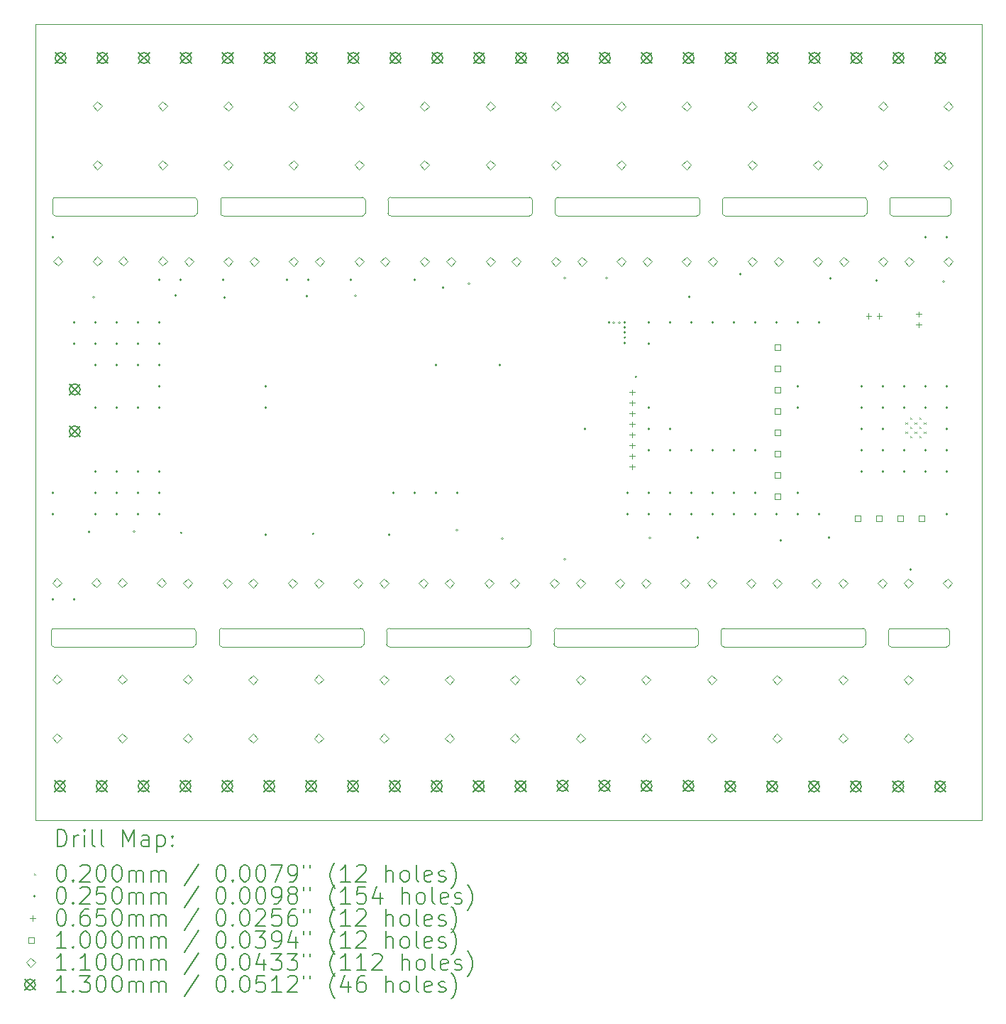
<source format=gbr>
%TF.GenerationSoftware,KiCad,Pcbnew,8.0.6-8.0.6-0~ubuntu20.04.1*%
%TF.CreationDate,2024-11-10T22:03:35+01:00*%
%TF.ProjectId,home_auto,686f6d65-5f61-4757-946f-2e6b69636164,rev?*%
%TF.SameCoordinates,Original*%
%TF.FileFunction,Drillmap*%
%TF.FilePolarity,Positive*%
%FSLAX45Y45*%
G04 Gerber Fmt 4.5, Leading zero omitted, Abs format (unit mm)*
G04 Created by KiCad (PCBNEW 8.0.6-8.0.6-0~ubuntu20.04.1) date 2024-11-10 22:03:35*
%MOMM*%
%LPD*%
G01*
G04 APERTURE LIST*
%ADD10C,0.050000*%
%ADD11C,0.200000*%
%ADD12C,0.100000*%
%ADD13C,0.110000*%
%ADD14C,0.130000*%
G04 APERTURE END LIST*
D10*
X16051948Y-6998075D02*
X14395015Y-6998075D01*
X14395052Y-7219000D02*
X16051948Y-7219000D01*
X16051948Y-6998075D02*
G75*
G02*
X16085965Y-7032089I2J-34015D01*
G01*
X14395052Y-7219000D02*
G75*
G02*
X14361037Y-7184985I0J34015D01*
G01*
X16085963Y-7184985D02*
G75*
G02*
X16051948Y-7219000I-34015J0D01*
G01*
X14361000Y-7032037D02*
G75*
G02*
X14395015Y-6998023I34015J0D01*
G01*
X16085963Y-7032089D02*
X16085963Y-7184985D01*
X14361000Y-7032037D02*
X14361000Y-7184985D01*
X22389104Y-7219037D02*
X24046000Y-7219037D01*
X24046000Y-6998112D02*
G75*
G02*
X24080018Y-7032127I0J-34018D01*
G01*
X22355052Y-7032075D02*
G75*
G02*
X22389067Y-6998052I34018J5D01*
G01*
X22389104Y-7219037D02*
G75*
G02*
X22355083Y-7185023I-4J34017D01*
G01*
X24046000Y-6998112D02*
X22389067Y-6998112D01*
X24080015Y-7032127D02*
X24080015Y-7185022D01*
X22355052Y-7032075D02*
X22355052Y-7185023D01*
X24080015Y-7185022D02*
G75*
G02*
X24046000Y-7219035I-34015J3D01*
G01*
X25082015Y-7185023D02*
G75*
G02*
X25048000Y-7219035I-34015J3D01*
G01*
X24351000Y-7185037D02*
X24351000Y-7032089D01*
X24384977Y-6998075D02*
X25048000Y-6998075D01*
X25048000Y-7219037D02*
X24387000Y-7219037D01*
X24350963Y-7032089D02*
G75*
G02*
X24384977Y-6998073I34017J-1D01*
G01*
X24385015Y-7219052D02*
G75*
G02*
X24351008Y-7185037I5J34012D01*
G01*
X25082015Y-7185023D02*
X25082015Y-7032127D01*
X25048000Y-6998112D02*
G75*
G02*
X25082008Y-7032127I0J-34008D01*
G01*
X18090963Y-7032089D02*
X18090963Y-7184985D01*
X18056948Y-6998075D02*
X16400015Y-6998075D01*
X18090963Y-7184985D02*
G75*
G02*
X18056948Y-7219003I-34013J-5D01*
G01*
X16366000Y-7032037D02*
X16366000Y-7184985D01*
X16366000Y-7032037D02*
G75*
G02*
X16400015Y-6998030I34010J-3D01*
G01*
X18056948Y-6998075D02*
G75*
G02*
X18090965Y-7032089I2J-34015D01*
G01*
X16400052Y-7219000D02*
X18056948Y-7219000D01*
X16400052Y-7219000D02*
G75*
G02*
X16366040Y-7184985I-2J34010D01*
G01*
X22049948Y-6998075D02*
X20393015Y-6998075D01*
X22049948Y-6998075D02*
G75*
G02*
X22083965Y-7032089I2J-34015D01*
G01*
X22083963Y-7032089D02*
X22083963Y-7184985D01*
X20359000Y-7032037D02*
X20359000Y-7184985D01*
X20393052Y-7219000D02*
X22049948Y-7219000D01*
X20359000Y-7032037D02*
G75*
G02*
X20393015Y-6998030I34010J-3D01*
G01*
X22083963Y-7184985D02*
G75*
G02*
X22049948Y-7219003I-34013J-5D01*
G01*
X20393052Y-7219000D02*
G75*
G02*
X20359040Y-7184985I-2J34010D01*
G01*
X20086963Y-7184985D02*
G75*
G02*
X20052948Y-7219003I-34013J-5D01*
G01*
X20052948Y-6998075D02*
X18396015Y-6998075D01*
X18362000Y-7032037D02*
G75*
G02*
X18396015Y-6998030I34010J-3D01*
G01*
X18396052Y-7219000D02*
X20052948Y-7219000D01*
X18396052Y-7219000D02*
G75*
G02*
X18362040Y-7184985I-2J34010D01*
G01*
X18362000Y-7032037D02*
X18362000Y-7184985D01*
X20086963Y-7032089D02*
X20086963Y-7184985D01*
X20052948Y-6998075D02*
G75*
G02*
X20086965Y-7032089I2J-34015D01*
G01*
X24368977Y-12136037D02*
X25032000Y-12136037D01*
X24335000Y-12323000D02*
X24335000Y-12170052D01*
X25032000Y-12357000D02*
X24371000Y-12357000D01*
X25066015Y-12322985D02*
X25066015Y-12170089D01*
X25032000Y-12136075D02*
G75*
G02*
X25066014Y-12170089I2J-34012D01*
G01*
X25066015Y-12322985D02*
G75*
G02*
X25032000Y-12357000I-34013J-2D01*
G01*
X24369015Y-12357015D02*
G75*
G02*
X24335000Y-12323000I0J34015D01*
G01*
X24334963Y-12170052D02*
G75*
G02*
X24368977Y-12136037I34014J0D01*
G01*
X24030000Y-12136075D02*
X22373067Y-12136075D01*
X24064015Y-12170089D02*
X24064015Y-12322985D01*
X22339052Y-12170037D02*
X22339052Y-12322985D01*
X22373104Y-12357000D02*
X24030000Y-12357000D01*
X22339052Y-12170037D02*
G75*
G02*
X22373067Y-12136023I34014J0D01*
G01*
X24030000Y-12136075D02*
G75*
G02*
X24064015Y-12170089I0J-34014D01*
G01*
X22373104Y-12357000D02*
G75*
G02*
X22339089Y-12322985I0J34015D01*
G01*
X24064015Y-12322985D02*
G75*
G02*
X24030000Y-12357000I-34014J0D01*
G01*
X22033948Y-12136037D02*
X20377015Y-12136037D01*
X20377052Y-12356963D02*
X22033948Y-12356963D01*
X20377052Y-12356963D02*
G75*
G02*
X20343037Y-12322948I0J34015D01*
G01*
X22067963Y-12170052D02*
X22067963Y-12322948D01*
X20343000Y-12170000D02*
G75*
G02*
X20377015Y-12135985I34015J0D01*
G01*
X20343000Y-12170000D02*
X20343000Y-12322948D01*
X22067963Y-12322948D02*
G75*
G02*
X22033948Y-12356963I-34015J0D01*
G01*
X22033948Y-12136037D02*
G75*
G02*
X22067963Y-12170052I0J-34015D01*
G01*
X20036948Y-12136037D02*
X18380015Y-12136037D01*
X18380052Y-12356963D02*
X20036948Y-12356963D01*
X18380052Y-12356963D02*
G75*
G02*
X18346037Y-12322948I0J34015D01*
G01*
X20070963Y-12170052D02*
X20070963Y-12322948D01*
X18346000Y-12170000D02*
G75*
G02*
X18380015Y-12135985I34015J0D01*
G01*
X18346000Y-12170000D02*
X18346000Y-12322948D01*
X20070963Y-12322948D02*
G75*
G02*
X20036948Y-12356963I-34015J0D01*
G01*
X20036948Y-12136037D02*
G75*
G02*
X20070963Y-12170052I0J-34015D01*
G01*
X18040948Y-12136037D02*
X16384015Y-12136037D01*
X16384052Y-12356963D02*
X18040948Y-12356963D01*
X16384052Y-12356963D02*
G75*
G02*
X16350037Y-12322948I0J34015D01*
G01*
X18074963Y-12170052D02*
X18074963Y-12322948D01*
X16350000Y-12170000D02*
G75*
G02*
X16384015Y-12135985I34015J0D01*
G01*
X16350000Y-12170000D02*
X16350000Y-12322948D01*
X18074963Y-12322948D02*
G75*
G02*
X18040948Y-12356963I-34015J0D01*
G01*
X18040948Y-12136037D02*
G75*
G02*
X18074963Y-12170052I0J-34015D01*
G01*
X16035948Y-12136037D02*
X14379015Y-12136037D01*
X16069963Y-12170052D02*
X16069963Y-12322948D01*
X14379052Y-12356963D02*
X16035948Y-12356963D01*
X14345000Y-12170000D02*
X14345000Y-12322948D01*
X14345000Y-12170000D02*
G75*
G02*
X14379015Y-12135985I34015J0D01*
G01*
X16035948Y-12136037D02*
G75*
G02*
X16069963Y-12170052I0J-34015D01*
G01*
X16069963Y-12322948D02*
G75*
G02*
X16035948Y-12356963I-34015J0D01*
G01*
X14379052Y-12356963D02*
G75*
G02*
X14345037Y-12322948I0J34015D01*
G01*
X14159000Y-4934000D02*
X25455000Y-4934000D01*
X25455000Y-14423000D01*
X14159000Y-14423000D01*
X14159000Y-4934000D01*
D11*
D12*
X24540000Y-9679000D02*
X24560000Y-9699000D01*
X24560000Y-9679000D02*
X24540000Y-9699000D01*
X24540000Y-9789000D02*
X24560000Y-9809000D01*
X24560000Y-9789000D02*
X24540000Y-9809000D01*
X24595000Y-9624000D02*
X24615000Y-9644000D01*
X24615000Y-9624000D02*
X24595000Y-9644000D01*
X24595000Y-9734000D02*
X24615000Y-9754000D01*
X24615000Y-9734000D02*
X24595000Y-9754000D01*
X24595000Y-9844000D02*
X24615000Y-9864000D01*
X24615000Y-9844000D02*
X24595000Y-9864000D01*
X24650000Y-9679000D02*
X24670000Y-9699000D01*
X24670000Y-9679000D02*
X24650000Y-9699000D01*
X24650000Y-9789000D02*
X24670000Y-9809000D01*
X24670000Y-9789000D02*
X24650000Y-9809000D01*
X24705000Y-9624000D02*
X24725000Y-9644000D01*
X24725000Y-9624000D02*
X24705000Y-9644000D01*
X24705000Y-9734000D02*
X24725000Y-9754000D01*
X24725000Y-9734000D02*
X24705000Y-9754000D01*
X24705000Y-9844000D02*
X24725000Y-9864000D01*
X24725000Y-9844000D02*
X24705000Y-9864000D01*
X24760000Y-9679000D02*
X24780000Y-9699000D01*
X24780000Y-9679000D02*
X24760000Y-9699000D01*
X24760000Y-9789000D02*
X24780000Y-9809000D01*
X24780000Y-9789000D02*
X24760000Y-9809000D01*
X14374675Y-7471500D02*
G75*
G02*
X14349675Y-7471500I-12500J0D01*
G01*
X14349675Y-7471500D02*
G75*
G02*
X14374675Y-7471500I12500J0D01*
G01*
X14374675Y-10519500D02*
G75*
G02*
X14349675Y-10519500I-12500J0D01*
G01*
X14349675Y-10519500D02*
G75*
G02*
X14374675Y-10519500I12500J0D01*
G01*
X14374675Y-10773500D02*
G75*
G02*
X14349675Y-10773500I-12500J0D01*
G01*
X14349675Y-10773500D02*
G75*
G02*
X14374675Y-10773500I12500J0D01*
G01*
X14374675Y-11789500D02*
G75*
G02*
X14349675Y-11789500I-12500J0D01*
G01*
X14349675Y-11789500D02*
G75*
G02*
X14374675Y-11789500I12500J0D01*
G01*
X14628675Y-8487500D02*
G75*
G02*
X14603675Y-8487500I-12500J0D01*
G01*
X14603675Y-8487500D02*
G75*
G02*
X14628675Y-8487500I12500J0D01*
G01*
X14628675Y-8741500D02*
G75*
G02*
X14603675Y-8741500I-12500J0D01*
G01*
X14603675Y-8741500D02*
G75*
G02*
X14628675Y-8741500I12500J0D01*
G01*
X14628675Y-11789500D02*
G75*
G02*
X14603675Y-11789500I-12500J0D01*
G01*
X14603675Y-11789500D02*
G75*
G02*
X14628675Y-11789500I12500J0D01*
G01*
X14807500Y-10987000D02*
G75*
G02*
X14782500Y-10987000I-12500J0D01*
G01*
X14782500Y-10987000D02*
G75*
G02*
X14807500Y-10987000I12500J0D01*
G01*
X14864500Y-8189000D02*
G75*
G02*
X14839500Y-8189000I-12500J0D01*
G01*
X14839500Y-8189000D02*
G75*
G02*
X14864500Y-8189000I12500J0D01*
G01*
X14882675Y-8487500D02*
G75*
G02*
X14857675Y-8487500I-12500J0D01*
G01*
X14857675Y-8487500D02*
G75*
G02*
X14882675Y-8487500I12500J0D01*
G01*
X14882675Y-8741500D02*
G75*
G02*
X14857675Y-8741500I-12500J0D01*
G01*
X14857675Y-8741500D02*
G75*
G02*
X14882675Y-8741500I12500J0D01*
G01*
X14882675Y-8995500D02*
G75*
G02*
X14857675Y-8995500I-12500J0D01*
G01*
X14857675Y-8995500D02*
G75*
G02*
X14882675Y-8995500I12500J0D01*
G01*
X14882675Y-9503500D02*
G75*
G02*
X14857675Y-9503500I-12500J0D01*
G01*
X14857675Y-9503500D02*
G75*
G02*
X14882675Y-9503500I12500J0D01*
G01*
X14882675Y-10265500D02*
G75*
G02*
X14857675Y-10265500I-12500J0D01*
G01*
X14857675Y-10265500D02*
G75*
G02*
X14882675Y-10265500I12500J0D01*
G01*
X14882675Y-10519500D02*
G75*
G02*
X14857675Y-10519500I-12500J0D01*
G01*
X14857675Y-10519500D02*
G75*
G02*
X14882675Y-10519500I12500J0D01*
G01*
X14882675Y-10773500D02*
G75*
G02*
X14857675Y-10773500I-12500J0D01*
G01*
X14857675Y-10773500D02*
G75*
G02*
X14882675Y-10773500I12500J0D01*
G01*
X15136675Y-8487500D02*
G75*
G02*
X15111675Y-8487500I-12500J0D01*
G01*
X15111675Y-8487500D02*
G75*
G02*
X15136675Y-8487500I12500J0D01*
G01*
X15136675Y-8741500D02*
G75*
G02*
X15111675Y-8741500I-12500J0D01*
G01*
X15111675Y-8741500D02*
G75*
G02*
X15136675Y-8741500I12500J0D01*
G01*
X15136675Y-8995500D02*
G75*
G02*
X15111675Y-8995500I-12500J0D01*
G01*
X15111675Y-8995500D02*
G75*
G02*
X15136675Y-8995500I12500J0D01*
G01*
X15136675Y-9503500D02*
G75*
G02*
X15111675Y-9503500I-12500J0D01*
G01*
X15111675Y-9503500D02*
G75*
G02*
X15136675Y-9503500I12500J0D01*
G01*
X15136675Y-10265500D02*
G75*
G02*
X15111675Y-10265500I-12500J0D01*
G01*
X15111675Y-10265500D02*
G75*
G02*
X15136675Y-10265500I12500J0D01*
G01*
X15136675Y-10519500D02*
G75*
G02*
X15111675Y-10519500I-12500J0D01*
G01*
X15111675Y-10519500D02*
G75*
G02*
X15136675Y-10519500I12500J0D01*
G01*
X15136675Y-10773500D02*
G75*
G02*
X15111675Y-10773500I-12500J0D01*
G01*
X15111675Y-10773500D02*
G75*
G02*
X15136675Y-10773500I12500J0D01*
G01*
X15346500Y-10983000D02*
G75*
G02*
X15321500Y-10983000I-12500J0D01*
G01*
X15321500Y-10983000D02*
G75*
G02*
X15346500Y-10983000I12500J0D01*
G01*
X15390675Y-8487500D02*
G75*
G02*
X15365675Y-8487500I-12500J0D01*
G01*
X15365675Y-8487500D02*
G75*
G02*
X15390675Y-8487500I12500J0D01*
G01*
X15390675Y-8741500D02*
G75*
G02*
X15365675Y-8741500I-12500J0D01*
G01*
X15365675Y-8741500D02*
G75*
G02*
X15390675Y-8741500I12500J0D01*
G01*
X15390675Y-8995500D02*
G75*
G02*
X15365675Y-8995500I-12500J0D01*
G01*
X15365675Y-8995500D02*
G75*
G02*
X15390675Y-8995500I12500J0D01*
G01*
X15390675Y-9503500D02*
G75*
G02*
X15365675Y-9503500I-12500J0D01*
G01*
X15365675Y-9503500D02*
G75*
G02*
X15390675Y-9503500I12500J0D01*
G01*
X15390675Y-10265500D02*
G75*
G02*
X15365675Y-10265500I-12500J0D01*
G01*
X15365675Y-10265500D02*
G75*
G02*
X15390675Y-10265500I12500J0D01*
G01*
X15390675Y-10519500D02*
G75*
G02*
X15365675Y-10519500I-12500J0D01*
G01*
X15365675Y-10519500D02*
G75*
G02*
X15390675Y-10519500I12500J0D01*
G01*
X15390675Y-10773500D02*
G75*
G02*
X15365675Y-10773500I-12500J0D01*
G01*
X15365675Y-10773500D02*
G75*
G02*
X15390675Y-10773500I12500J0D01*
G01*
X15644675Y-7979500D02*
G75*
G02*
X15619675Y-7979500I-12500J0D01*
G01*
X15619675Y-7979500D02*
G75*
G02*
X15644675Y-7979500I12500J0D01*
G01*
X15644675Y-8487500D02*
G75*
G02*
X15619675Y-8487500I-12500J0D01*
G01*
X15619675Y-8487500D02*
G75*
G02*
X15644675Y-8487500I12500J0D01*
G01*
X15644675Y-8741500D02*
G75*
G02*
X15619675Y-8741500I-12500J0D01*
G01*
X15619675Y-8741500D02*
G75*
G02*
X15644675Y-8741500I12500J0D01*
G01*
X15644675Y-8995500D02*
G75*
G02*
X15619675Y-8995500I-12500J0D01*
G01*
X15619675Y-8995500D02*
G75*
G02*
X15644675Y-8995500I12500J0D01*
G01*
X15644675Y-9249500D02*
G75*
G02*
X15619675Y-9249500I-12500J0D01*
G01*
X15619675Y-9249500D02*
G75*
G02*
X15644675Y-9249500I12500J0D01*
G01*
X15644675Y-9503500D02*
G75*
G02*
X15619675Y-9503500I-12500J0D01*
G01*
X15619675Y-9503500D02*
G75*
G02*
X15644675Y-9503500I12500J0D01*
G01*
X15644675Y-10265500D02*
G75*
G02*
X15619675Y-10265500I-12500J0D01*
G01*
X15619675Y-10265500D02*
G75*
G02*
X15644675Y-10265500I12500J0D01*
G01*
X15644675Y-10519500D02*
G75*
G02*
X15619675Y-10519500I-12500J0D01*
G01*
X15619675Y-10519500D02*
G75*
G02*
X15644675Y-10519500I12500J0D01*
G01*
X15644675Y-10773500D02*
G75*
G02*
X15619675Y-10773500I-12500J0D01*
G01*
X15619675Y-10773500D02*
G75*
G02*
X15644675Y-10773500I12500J0D01*
G01*
X15841500Y-8165000D02*
G75*
G02*
X15816500Y-8165000I-12500J0D01*
G01*
X15816500Y-8165000D02*
G75*
G02*
X15841500Y-8165000I12500J0D01*
G01*
X15898675Y-7979500D02*
G75*
G02*
X15873675Y-7979500I-12500J0D01*
G01*
X15873675Y-7979500D02*
G75*
G02*
X15898675Y-7979500I12500J0D01*
G01*
X15908500Y-10998000D02*
G75*
G02*
X15883500Y-10998000I-12500J0D01*
G01*
X15883500Y-10998000D02*
G75*
G02*
X15908500Y-10998000I12500J0D01*
G01*
X16406675Y-7979500D02*
G75*
G02*
X16381675Y-7979500I-12500J0D01*
G01*
X16381675Y-7979500D02*
G75*
G02*
X16406675Y-7979500I12500J0D01*
G01*
X16426500Y-8189000D02*
G75*
G02*
X16401500Y-8189000I-12500J0D01*
G01*
X16401500Y-8189000D02*
G75*
G02*
X16426500Y-8189000I12500J0D01*
G01*
X16914675Y-9249500D02*
G75*
G02*
X16889675Y-9249500I-12500J0D01*
G01*
X16889675Y-9249500D02*
G75*
G02*
X16914675Y-9249500I12500J0D01*
G01*
X16914675Y-9503500D02*
G75*
G02*
X16889675Y-9503500I-12500J0D01*
G01*
X16889675Y-9503500D02*
G75*
G02*
X16914675Y-9503500I12500J0D01*
G01*
X16915500Y-11020000D02*
G75*
G02*
X16890500Y-11020000I-12500J0D01*
G01*
X16890500Y-11020000D02*
G75*
G02*
X16915500Y-11020000I12500J0D01*
G01*
X17168675Y-7979500D02*
G75*
G02*
X17143675Y-7979500I-12500J0D01*
G01*
X17143675Y-7979500D02*
G75*
G02*
X17168675Y-7979500I12500J0D01*
G01*
X17407500Y-8178000D02*
G75*
G02*
X17382500Y-8178000I-12500J0D01*
G01*
X17382500Y-8178000D02*
G75*
G02*
X17407500Y-8178000I12500J0D01*
G01*
X17422675Y-7979500D02*
G75*
G02*
X17397675Y-7979500I-12500J0D01*
G01*
X17397675Y-7979500D02*
G75*
G02*
X17422675Y-7979500I12500J0D01*
G01*
X17482500Y-11010000D02*
G75*
G02*
X17457500Y-11010000I-12500J0D01*
G01*
X17457500Y-11010000D02*
G75*
G02*
X17482500Y-11010000I12500J0D01*
G01*
X17930675Y-7979500D02*
G75*
G02*
X17905675Y-7979500I-12500J0D01*
G01*
X17905675Y-7979500D02*
G75*
G02*
X17930675Y-7979500I12500J0D01*
G01*
X17989500Y-8172000D02*
G75*
G02*
X17964500Y-8172000I-12500J0D01*
G01*
X17964500Y-8172000D02*
G75*
G02*
X17989500Y-8172000I12500J0D01*
G01*
X18391500Y-11021000D02*
G75*
G02*
X18366500Y-11021000I-12500J0D01*
G01*
X18366500Y-11021000D02*
G75*
G02*
X18391500Y-11021000I12500J0D01*
G01*
X18438675Y-10519500D02*
G75*
G02*
X18413675Y-10519500I-12500J0D01*
G01*
X18413675Y-10519500D02*
G75*
G02*
X18438675Y-10519500I12500J0D01*
G01*
X18692675Y-7979500D02*
G75*
G02*
X18667675Y-7979500I-12500J0D01*
G01*
X18667675Y-7979500D02*
G75*
G02*
X18692675Y-7979500I12500J0D01*
G01*
X18692675Y-10519500D02*
G75*
G02*
X18667675Y-10519500I-12500J0D01*
G01*
X18667675Y-10519500D02*
G75*
G02*
X18692675Y-10519500I12500J0D01*
G01*
X18946675Y-8995500D02*
G75*
G02*
X18921675Y-8995500I-12500J0D01*
G01*
X18921675Y-8995500D02*
G75*
G02*
X18946675Y-8995500I12500J0D01*
G01*
X18946675Y-10519500D02*
G75*
G02*
X18921675Y-10519500I-12500J0D01*
G01*
X18921675Y-10519500D02*
G75*
G02*
X18946675Y-10519500I12500J0D01*
G01*
X19035785Y-8075285D02*
G75*
G02*
X19010785Y-8075285I-12500J0D01*
G01*
X19010785Y-8075285D02*
G75*
G02*
X19035785Y-8075285I12500J0D01*
G01*
X19200500Y-10965000D02*
G75*
G02*
X19175500Y-10965000I-12500J0D01*
G01*
X19175500Y-10965000D02*
G75*
G02*
X19200500Y-10965000I12500J0D01*
G01*
X19200675Y-10519500D02*
G75*
G02*
X19175675Y-10519500I-12500J0D01*
G01*
X19175675Y-10519500D02*
G75*
G02*
X19200675Y-10519500I12500J0D01*
G01*
X19345165Y-8026766D02*
G75*
G02*
X19320165Y-8026766I-12500J0D01*
G01*
X19320165Y-8026766D02*
G75*
G02*
X19345165Y-8026766I12500J0D01*
G01*
X19708675Y-8995500D02*
G75*
G02*
X19683675Y-8995500I-12500J0D01*
G01*
X19683675Y-8995500D02*
G75*
G02*
X19708675Y-8995500I12500J0D01*
G01*
X19743500Y-11067000D02*
G75*
G02*
X19718500Y-11067000I-12500J0D01*
G01*
X19718500Y-11067000D02*
G75*
G02*
X19743500Y-11067000I12500J0D01*
G01*
X20484500Y-11315000D02*
G75*
G02*
X20459500Y-11315000I-12500J0D01*
G01*
X20459500Y-11315000D02*
G75*
G02*
X20484500Y-11315000I12500J0D01*
G01*
X20487500Y-7960000D02*
G75*
G02*
X20462500Y-7960000I-12500J0D01*
G01*
X20462500Y-7960000D02*
G75*
G02*
X20487500Y-7960000I12500J0D01*
G01*
X20724675Y-9757500D02*
G75*
G02*
X20699675Y-9757500I-12500J0D01*
G01*
X20699675Y-9757500D02*
G75*
G02*
X20724675Y-9757500I12500J0D01*
G01*
X20985500Y-7961333D02*
G75*
G02*
X20960500Y-7961333I-12500J0D01*
G01*
X20960500Y-7961333D02*
G75*
G02*
X20985500Y-7961333I12500J0D01*
G01*
X21012500Y-8490000D02*
G75*
G02*
X20987500Y-8490000I-12500J0D01*
G01*
X20987500Y-8490000D02*
G75*
G02*
X21012500Y-8490000I12500J0D01*
G01*
X21070500Y-8490000D02*
G75*
G02*
X21045500Y-8490000I-12500J0D01*
G01*
X21045500Y-8490000D02*
G75*
G02*
X21070500Y-8490000I12500J0D01*
G01*
X21137500Y-8490000D02*
G75*
G02*
X21112500Y-8490000I-12500J0D01*
G01*
X21112500Y-8490000D02*
G75*
G02*
X21137500Y-8490000I12500J0D01*
G01*
X21202500Y-8490000D02*
G75*
G02*
X21177500Y-8490000I-12500J0D01*
G01*
X21177500Y-8490000D02*
G75*
G02*
X21202500Y-8490000I12500J0D01*
G01*
X21202500Y-8549000D02*
G75*
G02*
X21177500Y-8549000I-12500J0D01*
G01*
X21177500Y-8549000D02*
G75*
G02*
X21202500Y-8549000I12500J0D01*
G01*
X21202500Y-8607000D02*
G75*
G02*
X21177500Y-8607000I-12500J0D01*
G01*
X21177500Y-8607000D02*
G75*
G02*
X21202500Y-8607000I12500J0D01*
G01*
X21202500Y-8670000D02*
G75*
G02*
X21177500Y-8670000I-12500J0D01*
G01*
X21177500Y-8670000D02*
G75*
G02*
X21202500Y-8670000I12500J0D01*
G01*
X21202500Y-8733000D02*
G75*
G02*
X21177500Y-8733000I-12500J0D01*
G01*
X21177500Y-8733000D02*
G75*
G02*
X21202500Y-8733000I12500J0D01*
G01*
X21232675Y-10519500D02*
G75*
G02*
X21207675Y-10519500I-12500J0D01*
G01*
X21207675Y-10519500D02*
G75*
G02*
X21232675Y-10519500I12500J0D01*
G01*
X21232675Y-10773500D02*
G75*
G02*
X21207675Y-10773500I-12500J0D01*
G01*
X21207675Y-10773500D02*
G75*
G02*
X21232675Y-10773500I12500J0D01*
G01*
X21336500Y-9137000D02*
G75*
G02*
X21311500Y-9137000I-12500J0D01*
G01*
X21311500Y-9137000D02*
G75*
G02*
X21336500Y-9137000I12500J0D01*
G01*
X21486675Y-8487500D02*
G75*
G02*
X21461675Y-8487500I-12500J0D01*
G01*
X21461675Y-8487500D02*
G75*
G02*
X21486675Y-8487500I12500J0D01*
G01*
X21486675Y-8741500D02*
G75*
G02*
X21461675Y-8741500I-12500J0D01*
G01*
X21461675Y-8741500D02*
G75*
G02*
X21486675Y-8741500I12500J0D01*
G01*
X21486675Y-9503500D02*
G75*
G02*
X21461675Y-9503500I-12500J0D01*
G01*
X21461675Y-9503500D02*
G75*
G02*
X21486675Y-9503500I12500J0D01*
G01*
X21486675Y-9757500D02*
G75*
G02*
X21461675Y-9757500I-12500J0D01*
G01*
X21461675Y-9757500D02*
G75*
G02*
X21486675Y-9757500I12500J0D01*
G01*
X21486675Y-10011500D02*
G75*
G02*
X21461675Y-10011500I-12500J0D01*
G01*
X21461675Y-10011500D02*
G75*
G02*
X21486675Y-10011500I12500J0D01*
G01*
X21486675Y-10519500D02*
G75*
G02*
X21461675Y-10519500I-12500J0D01*
G01*
X21461675Y-10519500D02*
G75*
G02*
X21486675Y-10519500I12500J0D01*
G01*
X21486675Y-10773500D02*
G75*
G02*
X21461675Y-10773500I-12500J0D01*
G01*
X21461675Y-10773500D02*
G75*
G02*
X21486675Y-10773500I12500J0D01*
G01*
X21501500Y-11060000D02*
G75*
G02*
X21476500Y-11060000I-12500J0D01*
G01*
X21476500Y-11060000D02*
G75*
G02*
X21501500Y-11060000I12500J0D01*
G01*
X21740675Y-8487500D02*
G75*
G02*
X21715675Y-8487500I-12500J0D01*
G01*
X21715675Y-8487500D02*
G75*
G02*
X21740675Y-8487500I12500J0D01*
G01*
X21740675Y-9757500D02*
G75*
G02*
X21715675Y-9757500I-12500J0D01*
G01*
X21715675Y-9757500D02*
G75*
G02*
X21740675Y-9757500I12500J0D01*
G01*
X21740675Y-10011500D02*
G75*
G02*
X21715675Y-10011500I-12500J0D01*
G01*
X21715675Y-10011500D02*
G75*
G02*
X21740675Y-10011500I12500J0D01*
G01*
X21740675Y-10519500D02*
G75*
G02*
X21715675Y-10519500I-12500J0D01*
G01*
X21715675Y-10519500D02*
G75*
G02*
X21740675Y-10519500I12500J0D01*
G01*
X21740675Y-10773500D02*
G75*
G02*
X21715675Y-10773500I-12500J0D01*
G01*
X21715675Y-10773500D02*
G75*
G02*
X21740675Y-10773500I12500J0D01*
G01*
X21970803Y-8181600D02*
G75*
G02*
X21945803Y-8181600I-12500J0D01*
G01*
X21945803Y-8181600D02*
G75*
G02*
X21970803Y-8181600I12500J0D01*
G01*
X21994675Y-8487500D02*
G75*
G02*
X21969675Y-8487500I-12500J0D01*
G01*
X21969675Y-8487500D02*
G75*
G02*
X21994675Y-8487500I12500J0D01*
G01*
X21994675Y-10011500D02*
G75*
G02*
X21969675Y-10011500I-12500J0D01*
G01*
X21969675Y-10011500D02*
G75*
G02*
X21994675Y-10011500I12500J0D01*
G01*
X21994675Y-10519500D02*
G75*
G02*
X21969675Y-10519500I-12500J0D01*
G01*
X21969675Y-10519500D02*
G75*
G02*
X21994675Y-10519500I12500J0D01*
G01*
X21994675Y-10773500D02*
G75*
G02*
X21969675Y-10773500I-12500J0D01*
G01*
X21969675Y-10773500D02*
G75*
G02*
X21994675Y-10773500I12500J0D01*
G01*
X22074500Y-11054000D02*
G75*
G02*
X22049500Y-11054000I-12500J0D01*
G01*
X22049500Y-11054000D02*
G75*
G02*
X22074500Y-11054000I12500J0D01*
G01*
X22248675Y-8487500D02*
G75*
G02*
X22223675Y-8487500I-12500J0D01*
G01*
X22223675Y-8487500D02*
G75*
G02*
X22248675Y-8487500I12500J0D01*
G01*
X22248675Y-10011500D02*
G75*
G02*
X22223675Y-10011500I-12500J0D01*
G01*
X22223675Y-10011500D02*
G75*
G02*
X22248675Y-10011500I12500J0D01*
G01*
X22248675Y-10519500D02*
G75*
G02*
X22223675Y-10519500I-12500J0D01*
G01*
X22223675Y-10519500D02*
G75*
G02*
X22248675Y-10519500I12500J0D01*
G01*
X22248675Y-10773500D02*
G75*
G02*
X22223675Y-10773500I-12500J0D01*
G01*
X22223675Y-10773500D02*
G75*
G02*
X22248675Y-10773500I12500J0D01*
G01*
X22502675Y-8487500D02*
G75*
G02*
X22477675Y-8487500I-12500J0D01*
G01*
X22477675Y-8487500D02*
G75*
G02*
X22502675Y-8487500I12500J0D01*
G01*
X22502675Y-10011500D02*
G75*
G02*
X22477675Y-10011500I-12500J0D01*
G01*
X22477675Y-10011500D02*
G75*
G02*
X22502675Y-10011500I12500J0D01*
G01*
X22502675Y-10519500D02*
G75*
G02*
X22477675Y-10519500I-12500J0D01*
G01*
X22477675Y-10519500D02*
G75*
G02*
X22502675Y-10519500I12500J0D01*
G01*
X22502675Y-10773500D02*
G75*
G02*
X22477675Y-10773500I-12500J0D01*
G01*
X22477675Y-10773500D02*
G75*
G02*
X22502675Y-10773500I12500J0D01*
G01*
X22582500Y-7914000D02*
G75*
G02*
X22557500Y-7914000I-12500J0D01*
G01*
X22557500Y-7914000D02*
G75*
G02*
X22582500Y-7914000I12500J0D01*
G01*
X22756675Y-8487500D02*
G75*
G02*
X22731675Y-8487500I-12500J0D01*
G01*
X22731675Y-8487500D02*
G75*
G02*
X22756675Y-8487500I12500J0D01*
G01*
X22756675Y-10011500D02*
G75*
G02*
X22731675Y-10011500I-12500J0D01*
G01*
X22731675Y-10011500D02*
G75*
G02*
X22756675Y-10011500I12500J0D01*
G01*
X22756675Y-10519500D02*
G75*
G02*
X22731675Y-10519500I-12500J0D01*
G01*
X22731675Y-10519500D02*
G75*
G02*
X22756675Y-10519500I12500J0D01*
G01*
X22756675Y-10773500D02*
G75*
G02*
X22731675Y-10773500I-12500J0D01*
G01*
X22731675Y-10773500D02*
G75*
G02*
X22756675Y-10773500I12500J0D01*
G01*
X23010675Y-8487500D02*
G75*
G02*
X22985675Y-8487500I-12500J0D01*
G01*
X22985675Y-8487500D02*
G75*
G02*
X23010675Y-8487500I12500J0D01*
G01*
X23010675Y-10773500D02*
G75*
G02*
X22985675Y-10773500I-12500J0D01*
G01*
X22985675Y-10773500D02*
G75*
G02*
X23010675Y-10773500I12500J0D01*
G01*
X23064500Y-11086000D02*
G75*
G02*
X23039500Y-11086000I-12500J0D01*
G01*
X23039500Y-11086000D02*
G75*
G02*
X23064500Y-11086000I12500J0D01*
G01*
X23264675Y-8487500D02*
G75*
G02*
X23239675Y-8487500I-12500J0D01*
G01*
X23239675Y-8487500D02*
G75*
G02*
X23264675Y-8487500I12500J0D01*
G01*
X23264675Y-9249500D02*
G75*
G02*
X23239675Y-9249500I-12500J0D01*
G01*
X23239675Y-9249500D02*
G75*
G02*
X23264675Y-9249500I12500J0D01*
G01*
X23264675Y-9503500D02*
G75*
G02*
X23239675Y-9503500I-12500J0D01*
G01*
X23239675Y-9503500D02*
G75*
G02*
X23264675Y-9503500I12500J0D01*
G01*
X23264675Y-10519500D02*
G75*
G02*
X23239675Y-10519500I-12500J0D01*
G01*
X23239675Y-10519500D02*
G75*
G02*
X23264675Y-10519500I12500J0D01*
G01*
X23264675Y-10773500D02*
G75*
G02*
X23239675Y-10773500I-12500J0D01*
G01*
X23239675Y-10773500D02*
G75*
G02*
X23264675Y-10773500I12500J0D01*
G01*
X23518675Y-8487500D02*
G75*
G02*
X23493675Y-8487500I-12500J0D01*
G01*
X23493675Y-8487500D02*
G75*
G02*
X23518675Y-8487500I12500J0D01*
G01*
X23518675Y-10773500D02*
G75*
G02*
X23493675Y-10773500I-12500J0D01*
G01*
X23493675Y-10773500D02*
G75*
G02*
X23518675Y-10773500I12500J0D01*
G01*
X23640500Y-11053000D02*
G75*
G02*
X23615500Y-11053000I-12500J0D01*
G01*
X23615500Y-11053000D02*
G75*
G02*
X23640500Y-11053000I12500J0D01*
G01*
X23657500Y-7961000D02*
G75*
G02*
X23632500Y-7961000I-12500J0D01*
G01*
X23632500Y-7961000D02*
G75*
G02*
X23657500Y-7961000I12500J0D01*
G01*
X24026675Y-9249500D02*
G75*
G02*
X24001675Y-9249500I-12500J0D01*
G01*
X24001675Y-9249500D02*
G75*
G02*
X24026675Y-9249500I12500J0D01*
G01*
X24026675Y-9503500D02*
G75*
G02*
X24001675Y-9503500I-12500J0D01*
G01*
X24001675Y-9503500D02*
G75*
G02*
X24026675Y-9503500I12500J0D01*
G01*
X24026675Y-9757500D02*
G75*
G02*
X24001675Y-9757500I-12500J0D01*
G01*
X24001675Y-9757500D02*
G75*
G02*
X24026675Y-9757500I12500J0D01*
G01*
X24026675Y-10011500D02*
G75*
G02*
X24001675Y-10011500I-12500J0D01*
G01*
X24001675Y-10011500D02*
G75*
G02*
X24026675Y-10011500I12500J0D01*
G01*
X24026675Y-10265500D02*
G75*
G02*
X24001675Y-10265500I-12500J0D01*
G01*
X24001675Y-10265500D02*
G75*
G02*
X24026675Y-10265500I12500J0D01*
G01*
X24203500Y-7989100D02*
G75*
G02*
X24178500Y-7989100I-12500J0D01*
G01*
X24178500Y-7989100D02*
G75*
G02*
X24203500Y-7989100I12500J0D01*
G01*
X24280675Y-9249500D02*
G75*
G02*
X24255675Y-9249500I-12500J0D01*
G01*
X24255675Y-9249500D02*
G75*
G02*
X24280675Y-9249500I12500J0D01*
G01*
X24280675Y-9503500D02*
G75*
G02*
X24255675Y-9503500I-12500J0D01*
G01*
X24255675Y-9503500D02*
G75*
G02*
X24280675Y-9503500I12500J0D01*
G01*
X24280675Y-9757500D02*
G75*
G02*
X24255675Y-9757500I-12500J0D01*
G01*
X24255675Y-9757500D02*
G75*
G02*
X24280675Y-9757500I12500J0D01*
G01*
X24280675Y-10011500D02*
G75*
G02*
X24255675Y-10011500I-12500J0D01*
G01*
X24255675Y-10011500D02*
G75*
G02*
X24280675Y-10011500I12500J0D01*
G01*
X24280675Y-10265500D02*
G75*
G02*
X24255675Y-10265500I-12500J0D01*
G01*
X24255675Y-10265500D02*
G75*
G02*
X24280675Y-10265500I12500J0D01*
G01*
X24534675Y-9249500D02*
G75*
G02*
X24509675Y-9249500I-12500J0D01*
G01*
X24509675Y-9249500D02*
G75*
G02*
X24534675Y-9249500I12500J0D01*
G01*
X24534675Y-9503500D02*
G75*
G02*
X24509675Y-9503500I-12500J0D01*
G01*
X24509675Y-9503500D02*
G75*
G02*
X24534675Y-9503500I12500J0D01*
G01*
X24534675Y-10011500D02*
G75*
G02*
X24509675Y-10011500I-12500J0D01*
G01*
X24509675Y-10011500D02*
G75*
G02*
X24534675Y-10011500I12500J0D01*
G01*
X24534675Y-10265500D02*
G75*
G02*
X24509675Y-10265500I-12500J0D01*
G01*
X24509675Y-10265500D02*
G75*
G02*
X24534675Y-10265500I12500J0D01*
G01*
X24614500Y-11436000D02*
G75*
G02*
X24589500Y-11436000I-12500J0D01*
G01*
X24589500Y-11436000D02*
G75*
G02*
X24614500Y-11436000I12500J0D01*
G01*
X24788675Y-7471500D02*
G75*
G02*
X24763675Y-7471500I-12500J0D01*
G01*
X24763675Y-7471500D02*
G75*
G02*
X24788675Y-7471500I12500J0D01*
G01*
X24788675Y-9249500D02*
G75*
G02*
X24763675Y-9249500I-12500J0D01*
G01*
X24763675Y-9249500D02*
G75*
G02*
X24788675Y-9249500I12500J0D01*
G01*
X24788675Y-9503500D02*
G75*
G02*
X24763675Y-9503500I-12500J0D01*
G01*
X24763675Y-9503500D02*
G75*
G02*
X24788675Y-9503500I12500J0D01*
G01*
X24788675Y-10011500D02*
G75*
G02*
X24763675Y-10011500I-12500J0D01*
G01*
X24763675Y-10011500D02*
G75*
G02*
X24788675Y-10011500I12500J0D01*
G01*
X24788675Y-10265500D02*
G75*
G02*
X24763675Y-10265500I-12500J0D01*
G01*
X24763675Y-10265500D02*
G75*
G02*
X24788675Y-10265500I12500J0D01*
G01*
X25006500Y-7999000D02*
G75*
G02*
X24981500Y-7999000I-12500J0D01*
G01*
X24981500Y-7999000D02*
G75*
G02*
X25006500Y-7999000I12500J0D01*
G01*
X25042675Y-7471500D02*
G75*
G02*
X25017675Y-7471500I-12500J0D01*
G01*
X25017675Y-7471500D02*
G75*
G02*
X25042675Y-7471500I12500J0D01*
G01*
X25042675Y-9249500D02*
G75*
G02*
X25017675Y-9249500I-12500J0D01*
G01*
X25017675Y-9249500D02*
G75*
G02*
X25042675Y-9249500I12500J0D01*
G01*
X25042675Y-9503500D02*
G75*
G02*
X25017675Y-9503500I-12500J0D01*
G01*
X25017675Y-9503500D02*
G75*
G02*
X25042675Y-9503500I12500J0D01*
G01*
X25042675Y-9757500D02*
G75*
G02*
X25017675Y-9757500I-12500J0D01*
G01*
X25017675Y-9757500D02*
G75*
G02*
X25042675Y-9757500I12500J0D01*
G01*
X25042675Y-10011500D02*
G75*
G02*
X25017675Y-10011500I-12500J0D01*
G01*
X25017675Y-10011500D02*
G75*
G02*
X25042675Y-10011500I12500J0D01*
G01*
X25042675Y-10265500D02*
G75*
G02*
X25017675Y-10265500I-12500J0D01*
G01*
X25017675Y-10265500D02*
G75*
G02*
X25042675Y-10265500I12500J0D01*
G01*
X25042675Y-10773500D02*
G75*
G02*
X25017675Y-10773500I-12500J0D01*
G01*
X25017675Y-10773500D02*
G75*
G02*
X25042675Y-10773500I12500J0D01*
G01*
X21280000Y-9289750D02*
X21280000Y-9354750D01*
X21247500Y-9322250D02*
X21312500Y-9322250D01*
X21280000Y-9416750D02*
X21280000Y-9481750D01*
X21247500Y-9449250D02*
X21312500Y-9449250D01*
X21280000Y-9543750D02*
X21280000Y-9608750D01*
X21247500Y-9576250D02*
X21312500Y-9576250D01*
X21280000Y-9670750D02*
X21280000Y-9735750D01*
X21247500Y-9703250D02*
X21312500Y-9703250D01*
X21280000Y-9797750D02*
X21280000Y-9862750D01*
X21247500Y-9830250D02*
X21312500Y-9830250D01*
X21280000Y-9924750D02*
X21280000Y-9989750D01*
X21247500Y-9957250D02*
X21312500Y-9957250D01*
X21280000Y-10051750D02*
X21280000Y-10116750D01*
X21247500Y-10084250D02*
X21312500Y-10084250D01*
X21280000Y-10178750D02*
X21280000Y-10243750D01*
X21247500Y-10211250D02*
X21312500Y-10211250D01*
X24101000Y-8379500D02*
X24101000Y-8444500D01*
X24068500Y-8412000D02*
X24133500Y-8412000D01*
X24228000Y-8379500D02*
X24228000Y-8444500D01*
X24195500Y-8412000D02*
X24260500Y-8412000D01*
X24698000Y-8358500D02*
X24698000Y-8423500D01*
X24665500Y-8391000D02*
X24730500Y-8391000D01*
X24698000Y-8485500D02*
X24698000Y-8550500D01*
X24665500Y-8518000D02*
X24730500Y-8518000D01*
X23046356Y-8821356D02*
X23046356Y-8750644D01*
X22975644Y-8750644D01*
X22975644Y-8821356D01*
X23046356Y-8821356D01*
X23046356Y-9075356D02*
X23046356Y-9004644D01*
X22975644Y-9004644D01*
X22975644Y-9075356D01*
X23046356Y-9075356D01*
X23046356Y-9329356D02*
X23046356Y-9258644D01*
X22975644Y-9258644D01*
X22975644Y-9329356D01*
X23046356Y-9329356D01*
X23046356Y-9583356D02*
X23046356Y-9512644D01*
X22975644Y-9512644D01*
X22975644Y-9583356D01*
X23046356Y-9583356D01*
X23046356Y-9837356D02*
X23046356Y-9766644D01*
X22975644Y-9766644D01*
X22975644Y-9837356D01*
X23046356Y-9837356D01*
X23046356Y-10091356D02*
X23046356Y-10020644D01*
X22975644Y-10020644D01*
X22975644Y-10091356D01*
X23046356Y-10091356D01*
X23046356Y-10345356D02*
X23046356Y-10274644D01*
X22975644Y-10274644D01*
X22975644Y-10345356D01*
X23046356Y-10345356D01*
X23046356Y-10599356D02*
X23046356Y-10528644D01*
X22975644Y-10528644D01*
X22975644Y-10599356D01*
X23046356Y-10599356D01*
X24006356Y-10861356D02*
X24006356Y-10790644D01*
X23935644Y-10790644D01*
X23935644Y-10861356D01*
X24006356Y-10861356D01*
X24260356Y-10861356D02*
X24260356Y-10790644D01*
X24189644Y-10790644D01*
X24189644Y-10861356D01*
X24260356Y-10861356D01*
X24514356Y-10861356D02*
X24514356Y-10790644D01*
X24443644Y-10790644D01*
X24443644Y-10861356D01*
X24514356Y-10861356D01*
X24768356Y-10861356D02*
X24768356Y-10790644D01*
X24697644Y-10790644D01*
X24697644Y-10861356D01*
X24768356Y-10861356D01*
D13*
X14411500Y-11649500D02*
X14466500Y-11594500D01*
X14411500Y-11539500D01*
X14356500Y-11594500D01*
X14411500Y-11649500D01*
X14411500Y-12799500D02*
X14466500Y-12744500D01*
X14411500Y-12689500D01*
X14356500Y-12744500D01*
X14411500Y-12799500D01*
X14411500Y-13499500D02*
X14466500Y-13444500D01*
X14411500Y-13389500D01*
X14356500Y-13444500D01*
X14411500Y-13499500D01*
X14426250Y-7815500D02*
X14481250Y-7760500D01*
X14426250Y-7705500D01*
X14371250Y-7760500D01*
X14426250Y-7815500D01*
X14881500Y-11649500D02*
X14936500Y-11594500D01*
X14881500Y-11539500D01*
X14826500Y-11594500D01*
X14881500Y-11649500D01*
X14896250Y-5965500D02*
X14951250Y-5910500D01*
X14896250Y-5855500D01*
X14841250Y-5910500D01*
X14896250Y-5965500D01*
X14896250Y-6665500D02*
X14951250Y-6610500D01*
X14896250Y-6555500D01*
X14841250Y-6610500D01*
X14896250Y-6665500D01*
X14896250Y-7815500D02*
X14951250Y-7760500D01*
X14896250Y-7705500D01*
X14841250Y-7760500D01*
X14896250Y-7815500D01*
X15191000Y-11649750D02*
X15246000Y-11594750D01*
X15191000Y-11539750D01*
X15136000Y-11594750D01*
X15191000Y-11649750D01*
X15191000Y-12799750D02*
X15246000Y-12744750D01*
X15191000Y-12689750D01*
X15136000Y-12744750D01*
X15191000Y-12799750D01*
X15191000Y-13499750D02*
X15246000Y-13444750D01*
X15191000Y-13389750D01*
X15136000Y-13444750D01*
X15191000Y-13499750D01*
X15205750Y-7815750D02*
X15260750Y-7760750D01*
X15205750Y-7705750D01*
X15150750Y-7760750D01*
X15205750Y-7815750D01*
X15661000Y-11649750D02*
X15716000Y-11594750D01*
X15661000Y-11539750D01*
X15606000Y-11594750D01*
X15661000Y-11649750D01*
X15675750Y-5965750D02*
X15730750Y-5910750D01*
X15675750Y-5855750D01*
X15620750Y-5910750D01*
X15675750Y-5965750D01*
X15675750Y-6665750D02*
X15730750Y-6610750D01*
X15675750Y-6555750D01*
X15620750Y-6610750D01*
X15675750Y-6665750D01*
X15675750Y-7815750D02*
X15730750Y-7760750D01*
X15675750Y-7705750D01*
X15620750Y-7760750D01*
X15675750Y-7815750D01*
X15974500Y-11652500D02*
X16029500Y-11597500D01*
X15974500Y-11542500D01*
X15919500Y-11597500D01*
X15974500Y-11652500D01*
X15974500Y-12802500D02*
X16029500Y-12747500D01*
X15974500Y-12692500D01*
X15919500Y-12747500D01*
X15974500Y-12802500D01*
X15974500Y-13502500D02*
X16029500Y-13447500D01*
X15974500Y-13392500D01*
X15919500Y-13447500D01*
X15974500Y-13502500D01*
X15988250Y-7816500D02*
X16043250Y-7761500D01*
X15988250Y-7706500D01*
X15933250Y-7761500D01*
X15988250Y-7816500D01*
X16444500Y-11652500D02*
X16499500Y-11597500D01*
X16444500Y-11542500D01*
X16389500Y-11597500D01*
X16444500Y-11652500D01*
X16458250Y-5966500D02*
X16513250Y-5911500D01*
X16458250Y-5856500D01*
X16403250Y-5911500D01*
X16458250Y-5966500D01*
X16458250Y-6666500D02*
X16513250Y-6611500D01*
X16458250Y-6556500D01*
X16403250Y-6611500D01*
X16458250Y-6666500D01*
X16458250Y-7816500D02*
X16513250Y-7761500D01*
X16458250Y-7706500D01*
X16403250Y-7761500D01*
X16458250Y-7816500D01*
X16754000Y-11652750D02*
X16809000Y-11597750D01*
X16754000Y-11542750D01*
X16699000Y-11597750D01*
X16754000Y-11652750D01*
X16754000Y-12802750D02*
X16809000Y-12747750D01*
X16754000Y-12692750D01*
X16699000Y-12747750D01*
X16754000Y-12802750D01*
X16754000Y-13502750D02*
X16809000Y-13447750D01*
X16754000Y-13392750D01*
X16699000Y-13447750D01*
X16754000Y-13502750D01*
X16767750Y-7816750D02*
X16822750Y-7761750D01*
X16767750Y-7706750D01*
X16712750Y-7761750D01*
X16767750Y-7816750D01*
X17224000Y-11652750D02*
X17279000Y-11597750D01*
X17224000Y-11542750D01*
X17169000Y-11597750D01*
X17224000Y-11652750D01*
X17237750Y-5966750D02*
X17292750Y-5911750D01*
X17237750Y-5856750D01*
X17182750Y-5911750D01*
X17237750Y-5966750D01*
X17237750Y-6666750D02*
X17292750Y-6611750D01*
X17237750Y-6556750D01*
X17182750Y-6611750D01*
X17237750Y-6666750D01*
X17237750Y-7816750D02*
X17292750Y-7761750D01*
X17237750Y-7706750D01*
X17182750Y-7761750D01*
X17237750Y-7816750D01*
X17537500Y-11652500D02*
X17592500Y-11597500D01*
X17537500Y-11542500D01*
X17482500Y-11597500D01*
X17537500Y-11652500D01*
X17537500Y-12802500D02*
X17592500Y-12747500D01*
X17537500Y-12692500D01*
X17482500Y-12747500D01*
X17537500Y-12802500D01*
X17537500Y-13502500D02*
X17592500Y-13447500D01*
X17537500Y-13392500D01*
X17482500Y-13447500D01*
X17537500Y-13502500D01*
X17551250Y-7816500D02*
X17606250Y-7761500D01*
X17551250Y-7706500D01*
X17496250Y-7761500D01*
X17551250Y-7816500D01*
X18007500Y-11652500D02*
X18062500Y-11597500D01*
X18007500Y-11542500D01*
X17952500Y-11597500D01*
X18007500Y-11652500D01*
X18021250Y-5966500D02*
X18076250Y-5911500D01*
X18021250Y-5856500D01*
X17966250Y-5911500D01*
X18021250Y-5966500D01*
X18021250Y-6666500D02*
X18076250Y-6611500D01*
X18021250Y-6556500D01*
X17966250Y-6611500D01*
X18021250Y-6666500D01*
X18021250Y-7816500D02*
X18076250Y-7761500D01*
X18021250Y-7706500D01*
X17966250Y-7761500D01*
X18021250Y-7816500D01*
X18317000Y-11652750D02*
X18372000Y-11597750D01*
X18317000Y-11542750D01*
X18262000Y-11597750D01*
X18317000Y-11652750D01*
X18317000Y-12802750D02*
X18372000Y-12747750D01*
X18317000Y-12692750D01*
X18262000Y-12747750D01*
X18317000Y-12802750D01*
X18317000Y-13502750D02*
X18372000Y-13447750D01*
X18317000Y-13392750D01*
X18262000Y-13447750D01*
X18317000Y-13502750D01*
X18330750Y-7816750D02*
X18385750Y-7761750D01*
X18330750Y-7706750D01*
X18275750Y-7761750D01*
X18330750Y-7816750D01*
X18787000Y-11652750D02*
X18842000Y-11597750D01*
X18787000Y-11542750D01*
X18732000Y-11597750D01*
X18787000Y-11652750D01*
X18800750Y-5966750D02*
X18855750Y-5911750D01*
X18800750Y-5856750D01*
X18745750Y-5911750D01*
X18800750Y-5966750D01*
X18800750Y-6666750D02*
X18855750Y-6611750D01*
X18800750Y-6556750D01*
X18745750Y-6611750D01*
X18800750Y-6666750D01*
X18800750Y-7816750D02*
X18855750Y-7761750D01*
X18800750Y-7706750D01*
X18745750Y-7761750D01*
X18800750Y-7816750D01*
X19100500Y-11654500D02*
X19155500Y-11599500D01*
X19100500Y-11544500D01*
X19045500Y-11599500D01*
X19100500Y-11654500D01*
X19100500Y-12804500D02*
X19155500Y-12749500D01*
X19100500Y-12694500D01*
X19045500Y-12749500D01*
X19100500Y-12804500D01*
X19100500Y-13504500D02*
X19155500Y-13449500D01*
X19100500Y-13394500D01*
X19045500Y-13449500D01*
X19100500Y-13504500D01*
X19115750Y-7816500D02*
X19170750Y-7761500D01*
X19115750Y-7706500D01*
X19060750Y-7761500D01*
X19115750Y-7816500D01*
X19570500Y-11654500D02*
X19625500Y-11599500D01*
X19570500Y-11544500D01*
X19515500Y-11599500D01*
X19570500Y-11654500D01*
X19585750Y-5966500D02*
X19640750Y-5911500D01*
X19585750Y-5856500D01*
X19530750Y-5911500D01*
X19585750Y-5966500D01*
X19585750Y-6666500D02*
X19640750Y-6611500D01*
X19585750Y-6556500D01*
X19530750Y-6611500D01*
X19585750Y-6666500D01*
X19585750Y-7816500D02*
X19640750Y-7761500D01*
X19585750Y-7706500D01*
X19530750Y-7761500D01*
X19585750Y-7816500D01*
X19880000Y-11654750D02*
X19935000Y-11599750D01*
X19880000Y-11544750D01*
X19825000Y-11599750D01*
X19880000Y-11654750D01*
X19880000Y-12804750D02*
X19935000Y-12749750D01*
X19880000Y-12694750D01*
X19825000Y-12749750D01*
X19880000Y-12804750D01*
X19880000Y-13504750D02*
X19935000Y-13449750D01*
X19880000Y-13394750D01*
X19825000Y-13449750D01*
X19880000Y-13504750D01*
X19895250Y-7816750D02*
X19950250Y-7761750D01*
X19895250Y-7706750D01*
X19840250Y-7761750D01*
X19895250Y-7816750D01*
X20350000Y-11654750D02*
X20405000Y-11599750D01*
X20350000Y-11544750D01*
X20295000Y-11599750D01*
X20350000Y-11654750D01*
X20365250Y-5966750D02*
X20420250Y-5911750D01*
X20365250Y-5856750D01*
X20310250Y-5911750D01*
X20365250Y-5966750D01*
X20365250Y-6666750D02*
X20420250Y-6611750D01*
X20365250Y-6556750D01*
X20310250Y-6611750D01*
X20365250Y-6666750D01*
X20365250Y-7816750D02*
X20420250Y-7761750D01*
X20365250Y-7706750D01*
X20310250Y-7761750D01*
X20365250Y-7816750D01*
X20662500Y-11653500D02*
X20717500Y-11598500D01*
X20662500Y-11543500D01*
X20607500Y-11598500D01*
X20662500Y-11653500D01*
X20662500Y-12803500D02*
X20717500Y-12748500D01*
X20662500Y-12693500D01*
X20607500Y-12748500D01*
X20662500Y-12803500D01*
X20662500Y-13503500D02*
X20717500Y-13448500D01*
X20662500Y-13393500D01*
X20607500Y-13448500D01*
X20662500Y-13503500D01*
X20679000Y-7816250D02*
X20734000Y-7761250D01*
X20679000Y-7706250D01*
X20624000Y-7761250D01*
X20679000Y-7816250D01*
X21132500Y-11653500D02*
X21187500Y-11598500D01*
X21132500Y-11543500D01*
X21077500Y-11598500D01*
X21132500Y-11653500D01*
X21149000Y-5966250D02*
X21204000Y-5911250D01*
X21149000Y-5856250D01*
X21094000Y-5911250D01*
X21149000Y-5966250D01*
X21149000Y-6666250D02*
X21204000Y-6611250D01*
X21149000Y-6556250D01*
X21094000Y-6611250D01*
X21149000Y-6666250D01*
X21149000Y-7816250D02*
X21204000Y-7761250D01*
X21149000Y-7706250D01*
X21094000Y-7761250D01*
X21149000Y-7816250D01*
X21442000Y-11653750D02*
X21497000Y-11598750D01*
X21442000Y-11543750D01*
X21387000Y-11598750D01*
X21442000Y-11653750D01*
X21442000Y-12803750D02*
X21497000Y-12748750D01*
X21442000Y-12693750D01*
X21387000Y-12748750D01*
X21442000Y-12803750D01*
X21442000Y-13503750D02*
X21497000Y-13448750D01*
X21442000Y-13393750D01*
X21387000Y-13448750D01*
X21442000Y-13503750D01*
X21458500Y-7816500D02*
X21513500Y-7761500D01*
X21458500Y-7706500D01*
X21403500Y-7761500D01*
X21458500Y-7816500D01*
X21912000Y-11653750D02*
X21967000Y-11598750D01*
X21912000Y-11543750D01*
X21857000Y-11598750D01*
X21912000Y-11653750D01*
X21928500Y-5966500D02*
X21983500Y-5911500D01*
X21928500Y-5856500D01*
X21873500Y-5911500D01*
X21928500Y-5966500D01*
X21928500Y-6666500D02*
X21983500Y-6611500D01*
X21928500Y-6556500D01*
X21873500Y-6611500D01*
X21928500Y-6666500D01*
X21928500Y-7816500D02*
X21983500Y-7761500D01*
X21928500Y-7706500D01*
X21873500Y-7761500D01*
X21928500Y-7816500D01*
X22227500Y-11653500D02*
X22282500Y-11598500D01*
X22227500Y-11543500D01*
X22172500Y-11598500D01*
X22227500Y-11653500D01*
X22227500Y-12803500D02*
X22282500Y-12748500D01*
X22227500Y-12693500D01*
X22172500Y-12748500D01*
X22227500Y-12803500D01*
X22227500Y-13503500D02*
X22282500Y-13448500D01*
X22227500Y-13393500D01*
X22172500Y-13448500D01*
X22227500Y-13503500D01*
X22242750Y-7816500D02*
X22297750Y-7761500D01*
X22242750Y-7706500D01*
X22187750Y-7761500D01*
X22242750Y-7816500D01*
X22697500Y-11653500D02*
X22752500Y-11598500D01*
X22697500Y-11543500D01*
X22642500Y-11598500D01*
X22697500Y-11653500D01*
X22712750Y-5966500D02*
X22767750Y-5911500D01*
X22712750Y-5856500D01*
X22657750Y-5911500D01*
X22712750Y-5966500D01*
X22712750Y-6666500D02*
X22767750Y-6611500D01*
X22712750Y-6556500D01*
X22657750Y-6611500D01*
X22712750Y-6666500D01*
X22712750Y-7816500D02*
X22767750Y-7761500D01*
X22712750Y-7706500D01*
X22657750Y-7761500D01*
X22712750Y-7816500D01*
X23007000Y-11653750D02*
X23062000Y-11598750D01*
X23007000Y-11543750D01*
X22952000Y-11598750D01*
X23007000Y-11653750D01*
X23007000Y-12803750D02*
X23062000Y-12748750D01*
X23007000Y-12693750D01*
X22952000Y-12748750D01*
X23007000Y-12803750D01*
X23007000Y-13503750D02*
X23062000Y-13448750D01*
X23007000Y-13393750D01*
X22952000Y-13448750D01*
X23007000Y-13503750D01*
X23022250Y-7816750D02*
X23077250Y-7761750D01*
X23022250Y-7706750D01*
X22967250Y-7761750D01*
X23022250Y-7816750D01*
X23477000Y-11653750D02*
X23532000Y-11598750D01*
X23477000Y-11543750D01*
X23422000Y-11598750D01*
X23477000Y-11653750D01*
X23492250Y-5966750D02*
X23547250Y-5911750D01*
X23492250Y-5856750D01*
X23437250Y-5911750D01*
X23492250Y-5966750D01*
X23492250Y-6666750D02*
X23547250Y-6611750D01*
X23492250Y-6556750D01*
X23437250Y-6611750D01*
X23492250Y-6666750D01*
X23492250Y-7816750D02*
X23547250Y-7761750D01*
X23492250Y-7706750D01*
X23437250Y-7761750D01*
X23492250Y-7816750D01*
X23793000Y-11652750D02*
X23848000Y-11597750D01*
X23793000Y-11542750D01*
X23738000Y-11597750D01*
X23793000Y-11652750D01*
X23793000Y-12802750D02*
X23848000Y-12747750D01*
X23793000Y-12692750D01*
X23738000Y-12747750D01*
X23793000Y-12802750D01*
X23793000Y-13502750D02*
X23848000Y-13447750D01*
X23793000Y-13392750D01*
X23738000Y-13447750D01*
X23793000Y-13502750D01*
X23804250Y-7819500D02*
X23859250Y-7764500D01*
X23804250Y-7709500D01*
X23749250Y-7764500D01*
X23804250Y-7819500D01*
X24263000Y-11652750D02*
X24318000Y-11597750D01*
X24263000Y-11542750D01*
X24208000Y-11597750D01*
X24263000Y-11652750D01*
X24274250Y-5969500D02*
X24329250Y-5914500D01*
X24274250Y-5859500D01*
X24219250Y-5914500D01*
X24274250Y-5969500D01*
X24274250Y-6669500D02*
X24329250Y-6614500D01*
X24274250Y-6559500D01*
X24219250Y-6614500D01*
X24274250Y-6669500D01*
X24274250Y-7819500D02*
X24329250Y-7764500D01*
X24274250Y-7709500D01*
X24219250Y-7764500D01*
X24274250Y-7819500D01*
X24572500Y-11653000D02*
X24627500Y-11598000D01*
X24572500Y-11543000D01*
X24517500Y-11598000D01*
X24572500Y-11653000D01*
X24572500Y-12803000D02*
X24627500Y-12748000D01*
X24572500Y-12693000D01*
X24517500Y-12748000D01*
X24572500Y-12803000D01*
X24572500Y-13503000D02*
X24627500Y-13448000D01*
X24572500Y-13393000D01*
X24517500Y-13448000D01*
X24572500Y-13503000D01*
X24583750Y-7819750D02*
X24638750Y-7764750D01*
X24583750Y-7709750D01*
X24528750Y-7764750D01*
X24583750Y-7819750D01*
X25042500Y-11653000D02*
X25097500Y-11598000D01*
X25042500Y-11543000D01*
X24987500Y-11598000D01*
X25042500Y-11653000D01*
X25053750Y-5969750D02*
X25108750Y-5914750D01*
X25053750Y-5859750D01*
X24998750Y-5914750D01*
X25053750Y-5969750D01*
X25053750Y-6669750D02*
X25108750Y-6614750D01*
X25053750Y-6559750D01*
X24998750Y-6614750D01*
X25053750Y-6669750D01*
X25053750Y-7819750D02*
X25108750Y-7764750D01*
X25053750Y-7709750D01*
X24998750Y-7764750D01*
X25053750Y-7819750D01*
D14*
X14382000Y-13953000D02*
X14512000Y-14083000D01*
X14512000Y-13953000D02*
X14382000Y-14083000D01*
X14512000Y-14018000D02*
G75*
G02*
X14382000Y-14018000I-65000J0D01*
G01*
X14382000Y-14018000D02*
G75*
G02*
X14512000Y-14018000I65000J0D01*
G01*
X14391750Y-5271750D02*
X14521750Y-5401750D01*
X14521750Y-5271750D02*
X14391750Y-5401750D01*
X14521750Y-5336750D02*
G75*
G02*
X14391750Y-5336750I-65000J0D01*
G01*
X14391750Y-5336750D02*
G75*
G02*
X14521750Y-5336750I65000J0D01*
G01*
X14561000Y-9223000D02*
X14691000Y-9353000D01*
X14691000Y-9223000D02*
X14561000Y-9353000D01*
X14691000Y-9288000D02*
G75*
G02*
X14561000Y-9288000I-65000J0D01*
G01*
X14561000Y-9288000D02*
G75*
G02*
X14691000Y-9288000I65000J0D01*
G01*
X14561000Y-9723000D02*
X14691000Y-9853000D01*
X14691000Y-9723000D02*
X14561000Y-9853000D01*
X14691000Y-9788000D02*
G75*
G02*
X14561000Y-9788000I-65000J0D01*
G01*
X14561000Y-9788000D02*
G75*
G02*
X14691000Y-9788000I65000J0D01*
G01*
X14882000Y-13953000D02*
X15012000Y-14083000D01*
X15012000Y-13953000D02*
X14882000Y-14083000D01*
X15012000Y-14018000D02*
G75*
G02*
X14882000Y-14018000I-65000J0D01*
G01*
X14882000Y-14018000D02*
G75*
G02*
X15012000Y-14018000I65000J0D01*
G01*
X14891750Y-5271750D02*
X15021750Y-5401750D01*
X15021750Y-5271750D02*
X14891750Y-5401750D01*
X15021750Y-5336750D02*
G75*
G02*
X14891750Y-5336750I-65000J0D01*
G01*
X14891750Y-5336750D02*
G75*
G02*
X15021750Y-5336750I65000J0D01*
G01*
X15382000Y-13953000D02*
X15512000Y-14083000D01*
X15512000Y-13953000D02*
X15382000Y-14083000D01*
X15512000Y-14018000D02*
G75*
G02*
X15382000Y-14018000I-65000J0D01*
G01*
X15382000Y-14018000D02*
G75*
G02*
X15512000Y-14018000I65000J0D01*
G01*
X15387750Y-5271750D02*
X15517750Y-5401750D01*
X15517750Y-5271750D02*
X15387750Y-5401750D01*
X15517750Y-5336750D02*
G75*
G02*
X15387750Y-5336750I-65000J0D01*
G01*
X15387750Y-5336750D02*
G75*
G02*
X15517750Y-5336750I65000J0D01*
G01*
X15882000Y-13953000D02*
X16012000Y-14083000D01*
X16012000Y-13953000D02*
X15882000Y-14083000D01*
X16012000Y-14018000D02*
G75*
G02*
X15882000Y-14018000I-65000J0D01*
G01*
X15882000Y-14018000D02*
G75*
G02*
X16012000Y-14018000I65000J0D01*
G01*
X15887750Y-5271750D02*
X16017750Y-5401750D01*
X16017750Y-5271750D02*
X15887750Y-5401750D01*
X16017750Y-5336750D02*
G75*
G02*
X15887750Y-5336750I-65000J0D01*
G01*
X15887750Y-5336750D02*
G75*
G02*
X16017750Y-5336750I65000J0D01*
G01*
X16382000Y-13953000D02*
X16512000Y-14083000D01*
X16512000Y-13953000D02*
X16382000Y-14083000D01*
X16512000Y-14018000D02*
G75*
G02*
X16382000Y-14018000I-65000J0D01*
G01*
X16382000Y-14018000D02*
G75*
G02*
X16512000Y-14018000I65000J0D01*
G01*
X16386750Y-5271750D02*
X16516750Y-5401750D01*
X16516750Y-5271750D02*
X16386750Y-5401750D01*
X16516750Y-5336750D02*
G75*
G02*
X16386750Y-5336750I-65000J0D01*
G01*
X16386750Y-5336750D02*
G75*
G02*
X16516750Y-5336750I65000J0D01*
G01*
X16882000Y-13953000D02*
X17012000Y-14083000D01*
X17012000Y-13953000D02*
X16882000Y-14083000D01*
X17012000Y-14018000D02*
G75*
G02*
X16882000Y-14018000I-65000J0D01*
G01*
X16882000Y-14018000D02*
G75*
G02*
X17012000Y-14018000I65000J0D01*
G01*
X16886750Y-5271750D02*
X17016750Y-5401750D01*
X17016750Y-5271750D02*
X16886750Y-5401750D01*
X17016750Y-5336750D02*
G75*
G02*
X16886750Y-5336750I-65000J0D01*
G01*
X16886750Y-5336750D02*
G75*
G02*
X17016750Y-5336750I65000J0D01*
G01*
X17382000Y-13953000D02*
X17512000Y-14083000D01*
X17512000Y-13953000D02*
X17382000Y-14083000D01*
X17512000Y-14018000D02*
G75*
G02*
X17382000Y-14018000I-65000J0D01*
G01*
X17382000Y-14018000D02*
G75*
G02*
X17512000Y-14018000I65000J0D01*
G01*
X17386750Y-5271750D02*
X17516750Y-5401750D01*
X17516750Y-5271750D02*
X17386750Y-5401750D01*
X17516750Y-5336750D02*
G75*
G02*
X17386750Y-5336750I-65000J0D01*
G01*
X17386750Y-5336750D02*
G75*
G02*
X17516750Y-5336750I65000J0D01*
G01*
X17882000Y-13953000D02*
X18012000Y-14083000D01*
X18012000Y-13953000D02*
X17882000Y-14083000D01*
X18012000Y-14018000D02*
G75*
G02*
X17882000Y-14018000I-65000J0D01*
G01*
X17882000Y-14018000D02*
G75*
G02*
X18012000Y-14018000I65000J0D01*
G01*
X17886750Y-5271750D02*
X18016750Y-5401750D01*
X18016750Y-5271750D02*
X17886750Y-5401750D01*
X18016750Y-5336750D02*
G75*
G02*
X17886750Y-5336750I-65000J0D01*
G01*
X17886750Y-5336750D02*
G75*
G02*
X18016750Y-5336750I65000J0D01*
G01*
X18382000Y-13953000D02*
X18512000Y-14083000D01*
X18512000Y-13953000D02*
X18382000Y-14083000D01*
X18512000Y-14018000D02*
G75*
G02*
X18382000Y-14018000I-65000J0D01*
G01*
X18382000Y-14018000D02*
G75*
G02*
X18512000Y-14018000I65000J0D01*
G01*
X18387750Y-5271750D02*
X18517750Y-5401750D01*
X18517750Y-5271750D02*
X18387750Y-5401750D01*
X18517750Y-5336750D02*
G75*
G02*
X18387750Y-5336750I-65000J0D01*
G01*
X18387750Y-5336750D02*
G75*
G02*
X18517750Y-5336750I65000J0D01*
G01*
X18882000Y-13953000D02*
X19012000Y-14083000D01*
X19012000Y-13953000D02*
X18882000Y-14083000D01*
X19012000Y-14018000D02*
G75*
G02*
X18882000Y-14018000I-65000J0D01*
G01*
X18882000Y-14018000D02*
G75*
G02*
X19012000Y-14018000I65000J0D01*
G01*
X18887750Y-5271750D02*
X19017750Y-5401750D01*
X19017750Y-5271750D02*
X18887750Y-5401750D01*
X19017750Y-5336750D02*
G75*
G02*
X18887750Y-5336750I-65000J0D01*
G01*
X18887750Y-5336750D02*
G75*
G02*
X19017750Y-5336750I65000J0D01*
G01*
X19383000Y-13953000D02*
X19513000Y-14083000D01*
X19513000Y-13953000D02*
X19383000Y-14083000D01*
X19513000Y-14018000D02*
G75*
G02*
X19383000Y-14018000I-65000J0D01*
G01*
X19383000Y-14018000D02*
G75*
G02*
X19513000Y-14018000I65000J0D01*
G01*
X19387750Y-5271750D02*
X19517750Y-5401750D01*
X19517750Y-5271750D02*
X19387750Y-5401750D01*
X19517750Y-5336750D02*
G75*
G02*
X19387750Y-5336750I-65000J0D01*
G01*
X19387750Y-5336750D02*
G75*
G02*
X19517750Y-5336750I65000J0D01*
G01*
X19883000Y-13953000D02*
X20013000Y-14083000D01*
X20013000Y-13953000D02*
X19883000Y-14083000D01*
X20013000Y-14018000D02*
G75*
G02*
X19883000Y-14018000I-65000J0D01*
G01*
X19883000Y-14018000D02*
G75*
G02*
X20013000Y-14018000I65000J0D01*
G01*
X19887750Y-5271750D02*
X20017750Y-5401750D01*
X20017750Y-5271750D02*
X19887750Y-5401750D01*
X20017750Y-5336750D02*
G75*
G02*
X19887750Y-5336750I-65000J0D01*
G01*
X19887750Y-5336750D02*
G75*
G02*
X20017750Y-5336750I65000J0D01*
G01*
X20383000Y-13949000D02*
X20513000Y-14079000D01*
X20513000Y-13949000D02*
X20383000Y-14079000D01*
X20513000Y-14014000D02*
G75*
G02*
X20383000Y-14014000I-65000J0D01*
G01*
X20383000Y-14014000D02*
G75*
G02*
X20513000Y-14014000I65000J0D01*
G01*
X20388750Y-5271750D02*
X20518750Y-5401750D01*
X20518750Y-5271750D02*
X20388750Y-5401750D01*
X20518750Y-5336750D02*
G75*
G02*
X20388750Y-5336750I-65000J0D01*
G01*
X20388750Y-5336750D02*
G75*
G02*
X20518750Y-5336750I65000J0D01*
G01*
X20883000Y-13949000D02*
X21013000Y-14079000D01*
X21013000Y-13949000D02*
X20883000Y-14079000D01*
X21013000Y-14014000D02*
G75*
G02*
X20883000Y-14014000I-65000J0D01*
G01*
X20883000Y-14014000D02*
G75*
G02*
X21013000Y-14014000I65000J0D01*
G01*
X20888750Y-5271750D02*
X21018750Y-5401750D01*
X21018750Y-5271750D02*
X20888750Y-5401750D01*
X21018750Y-5336750D02*
G75*
G02*
X20888750Y-5336750I-65000J0D01*
G01*
X20888750Y-5336750D02*
G75*
G02*
X21018750Y-5336750I65000J0D01*
G01*
X21384000Y-13951000D02*
X21514000Y-14081000D01*
X21514000Y-13951000D02*
X21384000Y-14081000D01*
X21514000Y-14016000D02*
G75*
G02*
X21384000Y-14016000I-65000J0D01*
G01*
X21384000Y-14016000D02*
G75*
G02*
X21514000Y-14016000I65000J0D01*
G01*
X21387750Y-5271750D02*
X21517750Y-5401750D01*
X21517750Y-5271750D02*
X21387750Y-5401750D01*
X21517750Y-5336750D02*
G75*
G02*
X21387750Y-5336750I-65000J0D01*
G01*
X21387750Y-5336750D02*
G75*
G02*
X21517750Y-5336750I65000J0D01*
G01*
X21884000Y-13951000D02*
X22014000Y-14081000D01*
X22014000Y-13951000D02*
X21884000Y-14081000D01*
X22014000Y-14016000D02*
G75*
G02*
X21884000Y-14016000I-65000J0D01*
G01*
X21884000Y-14016000D02*
G75*
G02*
X22014000Y-14016000I65000J0D01*
G01*
X21887750Y-5271750D02*
X22017750Y-5401750D01*
X22017750Y-5271750D02*
X21887750Y-5401750D01*
X22017750Y-5336750D02*
G75*
G02*
X21887750Y-5336750I-65000J0D01*
G01*
X21887750Y-5336750D02*
G75*
G02*
X22017750Y-5336750I65000J0D01*
G01*
X22384000Y-13955000D02*
X22514000Y-14085000D01*
X22514000Y-13955000D02*
X22384000Y-14085000D01*
X22514000Y-14020000D02*
G75*
G02*
X22384000Y-14020000I-65000J0D01*
G01*
X22384000Y-14020000D02*
G75*
G02*
X22514000Y-14020000I65000J0D01*
G01*
X22388750Y-5271750D02*
X22518750Y-5401750D01*
X22518750Y-5271750D02*
X22388750Y-5401750D01*
X22518750Y-5336750D02*
G75*
G02*
X22388750Y-5336750I-65000J0D01*
G01*
X22388750Y-5336750D02*
G75*
G02*
X22518750Y-5336750I65000J0D01*
G01*
X22884000Y-13955000D02*
X23014000Y-14085000D01*
X23014000Y-13955000D02*
X22884000Y-14085000D01*
X23014000Y-14020000D02*
G75*
G02*
X22884000Y-14020000I-65000J0D01*
G01*
X22884000Y-14020000D02*
G75*
G02*
X23014000Y-14020000I65000J0D01*
G01*
X22888750Y-5271750D02*
X23018750Y-5401750D01*
X23018750Y-5271750D02*
X22888750Y-5401750D01*
X23018750Y-5336750D02*
G75*
G02*
X22888750Y-5336750I-65000J0D01*
G01*
X22888750Y-5336750D02*
G75*
G02*
X23018750Y-5336750I65000J0D01*
G01*
X23384000Y-13955000D02*
X23514000Y-14085000D01*
X23514000Y-13955000D02*
X23384000Y-14085000D01*
X23514000Y-14020000D02*
G75*
G02*
X23384000Y-14020000I-65000J0D01*
G01*
X23384000Y-14020000D02*
G75*
G02*
X23514000Y-14020000I65000J0D01*
G01*
X23389750Y-5271750D02*
X23519750Y-5401750D01*
X23519750Y-5271750D02*
X23389750Y-5401750D01*
X23519750Y-5336750D02*
G75*
G02*
X23389750Y-5336750I-65000J0D01*
G01*
X23389750Y-5336750D02*
G75*
G02*
X23519750Y-5336750I65000J0D01*
G01*
X23884000Y-13955000D02*
X24014000Y-14085000D01*
X24014000Y-13955000D02*
X23884000Y-14085000D01*
X24014000Y-14020000D02*
G75*
G02*
X23884000Y-14020000I-65000J0D01*
G01*
X23884000Y-14020000D02*
G75*
G02*
X24014000Y-14020000I65000J0D01*
G01*
X23889750Y-5271750D02*
X24019750Y-5401750D01*
X24019750Y-5271750D02*
X23889750Y-5401750D01*
X24019750Y-5336750D02*
G75*
G02*
X23889750Y-5336750I-65000J0D01*
G01*
X23889750Y-5336750D02*
G75*
G02*
X24019750Y-5336750I65000J0D01*
G01*
X24389000Y-13956000D02*
X24519000Y-14086000D01*
X24519000Y-13956000D02*
X24389000Y-14086000D01*
X24519000Y-14021000D02*
G75*
G02*
X24389000Y-14021000I-65000J0D01*
G01*
X24389000Y-14021000D02*
G75*
G02*
X24519000Y-14021000I65000J0D01*
G01*
X24390750Y-5271750D02*
X24520750Y-5401750D01*
X24520750Y-5271750D02*
X24390750Y-5401750D01*
X24520750Y-5336750D02*
G75*
G02*
X24390750Y-5336750I-65000J0D01*
G01*
X24390750Y-5336750D02*
G75*
G02*
X24520750Y-5336750I65000J0D01*
G01*
X24889000Y-13956000D02*
X25019000Y-14086000D01*
X25019000Y-13956000D02*
X24889000Y-14086000D01*
X25019000Y-14021000D02*
G75*
G02*
X24889000Y-14021000I-65000J0D01*
G01*
X24889000Y-14021000D02*
G75*
G02*
X25019000Y-14021000I65000J0D01*
G01*
X24890750Y-5271750D02*
X25020750Y-5401750D01*
X25020750Y-5271750D02*
X24890750Y-5401750D01*
X25020750Y-5336750D02*
G75*
G02*
X24890750Y-5336750I-65000J0D01*
G01*
X24890750Y-5336750D02*
G75*
G02*
X25020750Y-5336750I65000J0D01*
G01*
D11*
X14417277Y-14736984D02*
X14417277Y-14536984D01*
X14417277Y-14536984D02*
X14464896Y-14536984D01*
X14464896Y-14536984D02*
X14493467Y-14546508D01*
X14493467Y-14546508D02*
X14512515Y-14565555D01*
X14512515Y-14565555D02*
X14522039Y-14584603D01*
X14522039Y-14584603D02*
X14531562Y-14622698D01*
X14531562Y-14622698D02*
X14531562Y-14651269D01*
X14531562Y-14651269D02*
X14522039Y-14689365D01*
X14522039Y-14689365D02*
X14512515Y-14708412D01*
X14512515Y-14708412D02*
X14493467Y-14727460D01*
X14493467Y-14727460D02*
X14464896Y-14736984D01*
X14464896Y-14736984D02*
X14417277Y-14736984D01*
X14617277Y-14736984D02*
X14617277Y-14603650D01*
X14617277Y-14641746D02*
X14626801Y-14622698D01*
X14626801Y-14622698D02*
X14636324Y-14613174D01*
X14636324Y-14613174D02*
X14655372Y-14603650D01*
X14655372Y-14603650D02*
X14674420Y-14603650D01*
X14741086Y-14736984D02*
X14741086Y-14603650D01*
X14741086Y-14536984D02*
X14731562Y-14546508D01*
X14731562Y-14546508D02*
X14741086Y-14556031D01*
X14741086Y-14556031D02*
X14750610Y-14546508D01*
X14750610Y-14546508D02*
X14741086Y-14536984D01*
X14741086Y-14536984D02*
X14741086Y-14556031D01*
X14864896Y-14736984D02*
X14845848Y-14727460D01*
X14845848Y-14727460D02*
X14836324Y-14708412D01*
X14836324Y-14708412D02*
X14836324Y-14536984D01*
X14969658Y-14736984D02*
X14950610Y-14727460D01*
X14950610Y-14727460D02*
X14941086Y-14708412D01*
X14941086Y-14708412D02*
X14941086Y-14536984D01*
X15198229Y-14736984D02*
X15198229Y-14536984D01*
X15198229Y-14536984D02*
X15264896Y-14679841D01*
X15264896Y-14679841D02*
X15331562Y-14536984D01*
X15331562Y-14536984D02*
X15331562Y-14736984D01*
X15512515Y-14736984D02*
X15512515Y-14632222D01*
X15512515Y-14632222D02*
X15502991Y-14613174D01*
X15502991Y-14613174D02*
X15483943Y-14603650D01*
X15483943Y-14603650D02*
X15445848Y-14603650D01*
X15445848Y-14603650D02*
X15426801Y-14613174D01*
X15512515Y-14727460D02*
X15493467Y-14736984D01*
X15493467Y-14736984D02*
X15445848Y-14736984D01*
X15445848Y-14736984D02*
X15426801Y-14727460D01*
X15426801Y-14727460D02*
X15417277Y-14708412D01*
X15417277Y-14708412D02*
X15417277Y-14689365D01*
X15417277Y-14689365D02*
X15426801Y-14670317D01*
X15426801Y-14670317D02*
X15445848Y-14660793D01*
X15445848Y-14660793D02*
X15493467Y-14660793D01*
X15493467Y-14660793D02*
X15512515Y-14651269D01*
X15607753Y-14603650D02*
X15607753Y-14803650D01*
X15607753Y-14613174D02*
X15626801Y-14603650D01*
X15626801Y-14603650D02*
X15664896Y-14603650D01*
X15664896Y-14603650D02*
X15683943Y-14613174D01*
X15683943Y-14613174D02*
X15693467Y-14622698D01*
X15693467Y-14622698D02*
X15702991Y-14641746D01*
X15702991Y-14641746D02*
X15702991Y-14698888D01*
X15702991Y-14698888D02*
X15693467Y-14717936D01*
X15693467Y-14717936D02*
X15683943Y-14727460D01*
X15683943Y-14727460D02*
X15664896Y-14736984D01*
X15664896Y-14736984D02*
X15626801Y-14736984D01*
X15626801Y-14736984D02*
X15607753Y-14727460D01*
X15788705Y-14717936D02*
X15798229Y-14727460D01*
X15798229Y-14727460D02*
X15788705Y-14736984D01*
X15788705Y-14736984D02*
X15779182Y-14727460D01*
X15779182Y-14727460D02*
X15788705Y-14717936D01*
X15788705Y-14717936D02*
X15788705Y-14736984D01*
X15788705Y-14613174D02*
X15798229Y-14622698D01*
X15798229Y-14622698D02*
X15788705Y-14632222D01*
X15788705Y-14632222D02*
X15779182Y-14622698D01*
X15779182Y-14622698D02*
X15788705Y-14613174D01*
X15788705Y-14613174D02*
X15788705Y-14632222D01*
D12*
X14136500Y-15055500D02*
X14156500Y-15075500D01*
X14156500Y-15055500D02*
X14136500Y-15075500D01*
D11*
X14455372Y-14956984D02*
X14474420Y-14956984D01*
X14474420Y-14956984D02*
X14493467Y-14966508D01*
X14493467Y-14966508D02*
X14502991Y-14976031D01*
X14502991Y-14976031D02*
X14512515Y-14995079D01*
X14512515Y-14995079D02*
X14522039Y-15033174D01*
X14522039Y-15033174D02*
X14522039Y-15080793D01*
X14522039Y-15080793D02*
X14512515Y-15118888D01*
X14512515Y-15118888D02*
X14502991Y-15137936D01*
X14502991Y-15137936D02*
X14493467Y-15147460D01*
X14493467Y-15147460D02*
X14474420Y-15156984D01*
X14474420Y-15156984D02*
X14455372Y-15156984D01*
X14455372Y-15156984D02*
X14436324Y-15147460D01*
X14436324Y-15147460D02*
X14426801Y-15137936D01*
X14426801Y-15137936D02*
X14417277Y-15118888D01*
X14417277Y-15118888D02*
X14407753Y-15080793D01*
X14407753Y-15080793D02*
X14407753Y-15033174D01*
X14407753Y-15033174D02*
X14417277Y-14995079D01*
X14417277Y-14995079D02*
X14426801Y-14976031D01*
X14426801Y-14976031D02*
X14436324Y-14966508D01*
X14436324Y-14966508D02*
X14455372Y-14956984D01*
X14607753Y-15137936D02*
X14617277Y-15147460D01*
X14617277Y-15147460D02*
X14607753Y-15156984D01*
X14607753Y-15156984D02*
X14598229Y-15147460D01*
X14598229Y-15147460D02*
X14607753Y-15137936D01*
X14607753Y-15137936D02*
X14607753Y-15156984D01*
X14693467Y-14976031D02*
X14702991Y-14966508D01*
X14702991Y-14966508D02*
X14722039Y-14956984D01*
X14722039Y-14956984D02*
X14769658Y-14956984D01*
X14769658Y-14956984D02*
X14788705Y-14966508D01*
X14788705Y-14966508D02*
X14798229Y-14976031D01*
X14798229Y-14976031D02*
X14807753Y-14995079D01*
X14807753Y-14995079D02*
X14807753Y-15014127D01*
X14807753Y-15014127D02*
X14798229Y-15042698D01*
X14798229Y-15042698D02*
X14683943Y-15156984D01*
X14683943Y-15156984D02*
X14807753Y-15156984D01*
X14931562Y-14956984D02*
X14950610Y-14956984D01*
X14950610Y-14956984D02*
X14969658Y-14966508D01*
X14969658Y-14966508D02*
X14979182Y-14976031D01*
X14979182Y-14976031D02*
X14988705Y-14995079D01*
X14988705Y-14995079D02*
X14998229Y-15033174D01*
X14998229Y-15033174D02*
X14998229Y-15080793D01*
X14998229Y-15080793D02*
X14988705Y-15118888D01*
X14988705Y-15118888D02*
X14979182Y-15137936D01*
X14979182Y-15137936D02*
X14969658Y-15147460D01*
X14969658Y-15147460D02*
X14950610Y-15156984D01*
X14950610Y-15156984D02*
X14931562Y-15156984D01*
X14931562Y-15156984D02*
X14912515Y-15147460D01*
X14912515Y-15147460D02*
X14902991Y-15137936D01*
X14902991Y-15137936D02*
X14893467Y-15118888D01*
X14893467Y-15118888D02*
X14883943Y-15080793D01*
X14883943Y-15080793D02*
X14883943Y-15033174D01*
X14883943Y-15033174D02*
X14893467Y-14995079D01*
X14893467Y-14995079D02*
X14902991Y-14976031D01*
X14902991Y-14976031D02*
X14912515Y-14966508D01*
X14912515Y-14966508D02*
X14931562Y-14956984D01*
X15122039Y-14956984D02*
X15141086Y-14956984D01*
X15141086Y-14956984D02*
X15160134Y-14966508D01*
X15160134Y-14966508D02*
X15169658Y-14976031D01*
X15169658Y-14976031D02*
X15179182Y-14995079D01*
X15179182Y-14995079D02*
X15188705Y-15033174D01*
X15188705Y-15033174D02*
X15188705Y-15080793D01*
X15188705Y-15080793D02*
X15179182Y-15118888D01*
X15179182Y-15118888D02*
X15169658Y-15137936D01*
X15169658Y-15137936D02*
X15160134Y-15147460D01*
X15160134Y-15147460D02*
X15141086Y-15156984D01*
X15141086Y-15156984D02*
X15122039Y-15156984D01*
X15122039Y-15156984D02*
X15102991Y-15147460D01*
X15102991Y-15147460D02*
X15093467Y-15137936D01*
X15093467Y-15137936D02*
X15083943Y-15118888D01*
X15083943Y-15118888D02*
X15074420Y-15080793D01*
X15074420Y-15080793D02*
X15074420Y-15033174D01*
X15074420Y-15033174D02*
X15083943Y-14995079D01*
X15083943Y-14995079D02*
X15093467Y-14976031D01*
X15093467Y-14976031D02*
X15102991Y-14966508D01*
X15102991Y-14966508D02*
X15122039Y-14956984D01*
X15274420Y-15156984D02*
X15274420Y-15023650D01*
X15274420Y-15042698D02*
X15283943Y-15033174D01*
X15283943Y-15033174D02*
X15302991Y-15023650D01*
X15302991Y-15023650D02*
X15331563Y-15023650D01*
X15331563Y-15023650D02*
X15350610Y-15033174D01*
X15350610Y-15033174D02*
X15360134Y-15052222D01*
X15360134Y-15052222D02*
X15360134Y-15156984D01*
X15360134Y-15052222D02*
X15369658Y-15033174D01*
X15369658Y-15033174D02*
X15388705Y-15023650D01*
X15388705Y-15023650D02*
X15417277Y-15023650D01*
X15417277Y-15023650D02*
X15436324Y-15033174D01*
X15436324Y-15033174D02*
X15445848Y-15052222D01*
X15445848Y-15052222D02*
X15445848Y-15156984D01*
X15541086Y-15156984D02*
X15541086Y-15023650D01*
X15541086Y-15042698D02*
X15550610Y-15033174D01*
X15550610Y-15033174D02*
X15569658Y-15023650D01*
X15569658Y-15023650D02*
X15598229Y-15023650D01*
X15598229Y-15023650D02*
X15617277Y-15033174D01*
X15617277Y-15033174D02*
X15626801Y-15052222D01*
X15626801Y-15052222D02*
X15626801Y-15156984D01*
X15626801Y-15052222D02*
X15636324Y-15033174D01*
X15636324Y-15033174D02*
X15655372Y-15023650D01*
X15655372Y-15023650D02*
X15683943Y-15023650D01*
X15683943Y-15023650D02*
X15702991Y-15033174D01*
X15702991Y-15033174D02*
X15712515Y-15052222D01*
X15712515Y-15052222D02*
X15712515Y-15156984D01*
X16102991Y-14947460D02*
X15931563Y-15204603D01*
X16360134Y-14956984D02*
X16379182Y-14956984D01*
X16379182Y-14956984D02*
X16398229Y-14966508D01*
X16398229Y-14966508D02*
X16407753Y-14976031D01*
X16407753Y-14976031D02*
X16417277Y-14995079D01*
X16417277Y-14995079D02*
X16426801Y-15033174D01*
X16426801Y-15033174D02*
X16426801Y-15080793D01*
X16426801Y-15080793D02*
X16417277Y-15118888D01*
X16417277Y-15118888D02*
X16407753Y-15137936D01*
X16407753Y-15137936D02*
X16398229Y-15147460D01*
X16398229Y-15147460D02*
X16379182Y-15156984D01*
X16379182Y-15156984D02*
X16360134Y-15156984D01*
X16360134Y-15156984D02*
X16341086Y-15147460D01*
X16341086Y-15147460D02*
X16331563Y-15137936D01*
X16331563Y-15137936D02*
X16322039Y-15118888D01*
X16322039Y-15118888D02*
X16312515Y-15080793D01*
X16312515Y-15080793D02*
X16312515Y-15033174D01*
X16312515Y-15033174D02*
X16322039Y-14995079D01*
X16322039Y-14995079D02*
X16331563Y-14976031D01*
X16331563Y-14976031D02*
X16341086Y-14966508D01*
X16341086Y-14966508D02*
X16360134Y-14956984D01*
X16512515Y-15137936D02*
X16522039Y-15147460D01*
X16522039Y-15147460D02*
X16512515Y-15156984D01*
X16512515Y-15156984D02*
X16502991Y-15147460D01*
X16502991Y-15147460D02*
X16512515Y-15137936D01*
X16512515Y-15137936D02*
X16512515Y-15156984D01*
X16645848Y-14956984D02*
X16664896Y-14956984D01*
X16664896Y-14956984D02*
X16683944Y-14966508D01*
X16683944Y-14966508D02*
X16693467Y-14976031D01*
X16693467Y-14976031D02*
X16702991Y-14995079D01*
X16702991Y-14995079D02*
X16712515Y-15033174D01*
X16712515Y-15033174D02*
X16712515Y-15080793D01*
X16712515Y-15080793D02*
X16702991Y-15118888D01*
X16702991Y-15118888D02*
X16693467Y-15137936D01*
X16693467Y-15137936D02*
X16683944Y-15147460D01*
X16683944Y-15147460D02*
X16664896Y-15156984D01*
X16664896Y-15156984D02*
X16645848Y-15156984D01*
X16645848Y-15156984D02*
X16626801Y-15147460D01*
X16626801Y-15147460D02*
X16617277Y-15137936D01*
X16617277Y-15137936D02*
X16607753Y-15118888D01*
X16607753Y-15118888D02*
X16598229Y-15080793D01*
X16598229Y-15080793D02*
X16598229Y-15033174D01*
X16598229Y-15033174D02*
X16607753Y-14995079D01*
X16607753Y-14995079D02*
X16617277Y-14976031D01*
X16617277Y-14976031D02*
X16626801Y-14966508D01*
X16626801Y-14966508D02*
X16645848Y-14956984D01*
X16836325Y-14956984D02*
X16855372Y-14956984D01*
X16855372Y-14956984D02*
X16874420Y-14966508D01*
X16874420Y-14966508D02*
X16883944Y-14976031D01*
X16883944Y-14976031D02*
X16893468Y-14995079D01*
X16893468Y-14995079D02*
X16902991Y-15033174D01*
X16902991Y-15033174D02*
X16902991Y-15080793D01*
X16902991Y-15080793D02*
X16893468Y-15118888D01*
X16893468Y-15118888D02*
X16883944Y-15137936D01*
X16883944Y-15137936D02*
X16874420Y-15147460D01*
X16874420Y-15147460D02*
X16855372Y-15156984D01*
X16855372Y-15156984D02*
X16836325Y-15156984D01*
X16836325Y-15156984D02*
X16817277Y-15147460D01*
X16817277Y-15147460D02*
X16807753Y-15137936D01*
X16807753Y-15137936D02*
X16798229Y-15118888D01*
X16798229Y-15118888D02*
X16788706Y-15080793D01*
X16788706Y-15080793D02*
X16788706Y-15033174D01*
X16788706Y-15033174D02*
X16798229Y-14995079D01*
X16798229Y-14995079D02*
X16807753Y-14976031D01*
X16807753Y-14976031D02*
X16817277Y-14966508D01*
X16817277Y-14966508D02*
X16836325Y-14956984D01*
X16969658Y-14956984D02*
X17102991Y-14956984D01*
X17102991Y-14956984D02*
X17017277Y-15156984D01*
X17188706Y-15156984D02*
X17226801Y-15156984D01*
X17226801Y-15156984D02*
X17245849Y-15147460D01*
X17245849Y-15147460D02*
X17255372Y-15137936D01*
X17255372Y-15137936D02*
X17274420Y-15109365D01*
X17274420Y-15109365D02*
X17283944Y-15071269D01*
X17283944Y-15071269D02*
X17283944Y-14995079D01*
X17283944Y-14995079D02*
X17274420Y-14976031D01*
X17274420Y-14976031D02*
X17264896Y-14966508D01*
X17264896Y-14966508D02*
X17245849Y-14956984D01*
X17245849Y-14956984D02*
X17207753Y-14956984D01*
X17207753Y-14956984D02*
X17188706Y-14966508D01*
X17188706Y-14966508D02*
X17179182Y-14976031D01*
X17179182Y-14976031D02*
X17169658Y-14995079D01*
X17169658Y-14995079D02*
X17169658Y-15042698D01*
X17169658Y-15042698D02*
X17179182Y-15061746D01*
X17179182Y-15061746D02*
X17188706Y-15071269D01*
X17188706Y-15071269D02*
X17207753Y-15080793D01*
X17207753Y-15080793D02*
X17245849Y-15080793D01*
X17245849Y-15080793D02*
X17264896Y-15071269D01*
X17264896Y-15071269D02*
X17274420Y-15061746D01*
X17274420Y-15061746D02*
X17283944Y-15042698D01*
X17360134Y-14956984D02*
X17360134Y-14995079D01*
X17436325Y-14956984D02*
X17436325Y-14995079D01*
X17731563Y-15233174D02*
X17722039Y-15223650D01*
X17722039Y-15223650D02*
X17702991Y-15195079D01*
X17702991Y-15195079D02*
X17693468Y-15176031D01*
X17693468Y-15176031D02*
X17683944Y-15147460D01*
X17683944Y-15147460D02*
X17674420Y-15099841D01*
X17674420Y-15099841D02*
X17674420Y-15061746D01*
X17674420Y-15061746D02*
X17683944Y-15014127D01*
X17683944Y-15014127D02*
X17693468Y-14985555D01*
X17693468Y-14985555D02*
X17702991Y-14966508D01*
X17702991Y-14966508D02*
X17722039Y-14937936D01*
X17722039Y-14937936D02*
X17731563Y-14928412D01*
X17912515Y-15156984D02*
X17798230Y-15156984D01*
X17855372Y-15156984D02*
X17855372Y-14956984D01*
X17855372Y-14956984D02*
X17836325Y-14985555D01*
X17836325Y-14985555D02*
X17817277Y-15004603D01*
X17817277Y-15004603D02*
X17798230Y-15014127D01*
X17988706Y-14976031D02*
X17998230Y-14966508D01*
X17998230Y-14966508D02*
X18017277Y-14956984D01*
X18017277Y-14956984D02*
X18064896Y-14956984D01*
X18064896Y-14956984D02*
X18083944Y-14966508D01*
X18083944Y-14966508D02*
X18093468Y-14976031D01*
X18093468Y-14976031D02*
X18102991Y-14995079D01*
X18102991Y-14995079D02*
X18102991Y-15014127D01*
X18102991Y-15014127D02*
X18093468Y-15042698D01*
X18093468Y-15042698D02*
X17979182Y-15156984D01*
X17979182Y-15156984D02*
X18102991Y-15156984D01*
X18341087Y-15156984D02*
X18341087Y-14956984D01*
X18426801Y-15156984D02*
X18426801Y-15052222D01*
X18426801Y-15052222D02*
X18417277Y-15033174D01*
X18417277Y-15033174D02*
X18398230Y-15023650D01*
X18398230Y-15023650D02*
X18369658Y-15023650D01*
X18369658Y-15023650D02*
X18350611Y-15033174D01*
X18350611Y-15033174D02*
X18341087Y-15042698D01*
X18550611Y-15156984D02*
X18531563Y-15147460D01*
X18531563Y-15147460D02*
X18522039Y-15137936D01*
X18522039Y-15137936D02*
X18512515Y-15118888D01*
X18512515Y-15118888D02*
X18512515Y-15061746D01*
X18512515Y-15061746D02*
X18522039Y-15042698D01*
X18522039Y-15042698D02*
X18531563Y-15033174D01*
X18531563Y-15033174D02*
X18550611Y-15023650D01*
X18550611Y-15023650D02*
X18579182Y-15023650D01*
X18579182Y-15023650D02*
X18598230Y-15033174D01*
X18598230Y-15033174D02*
X18607753Y-15042698D01*
X18607753Y-15042698D02*
X18617277Y-15061746D01*
X18617277Y-15061746D02*
X18617277Y-15118888D01*
X18617277Y-15118888D02*
X18607753Y-15137936D01*
X18607753Y-15137936D02*
X18598230Y-15147460D01*
X18598230Y-15147460D02*
X18579182Y-15156984D01*
X18579182Y-15156984D02*
X18550611Y-15156984D01*
X18731563Y-15156984D02*
X18712515Y-15147460D01*
X18712515Y-15147460D02*
X18702992Y-15128412D01*
X18702992Y-15128412D02*
X18702992Y-14956984D01*
X18883944Y-15147460D02*
X18864896Y-15156984D01*
X18864896Y-15156984D02*
X18826801Y-15156984D01*
X18826801Y-15156984D02*
X18807753Y-15147460D01*
X18807753Y-15147460D02*
X18798230Y-15128412D01*
X18798230Y-15128412D02*
X18798230Y-15052222D01*
X18798230Y-15052222D02*
X18807753Y-15033174D01*
X18807753Y-15033174D02*
X18826801Y-15023650D01*
X18826801Y-15023650D02*
X18864896Y-15023650D01*
X18864896Y-15023650D02*
X18883944Y-15033174D01*
X18883944Y-15033174D02*
X18893468Y-15052222D01*
X18893468Y-15052222D02*
X18893468Y-15071269D01*
X18893468Y-15071269D02*
X18798230Y-15090317D01*
X18969658Y-15147460D02*
X18988706Y-15156984D01*
X18988706Y-15156984D02*
X19026801Y-15156984D01*
X19026801Y-15156984D02*
X19045849Y-15147460D01*
X19045849Y-15147460D02*
X19055373Y-15128412D01*
X19055373Y-15128412D02*
X19055373Y-15118888D01*
X19055373Y-15118888D02*
X19045849Y-15099841D01*
X19045849Y-15099841D02*
X19026801Y-15090317D01*
X19026801Y-15090317D02*
X18998230Y-15090317D01*
X18998230Y-15090317D02*
X18979182Y-15080793D01*
X18979182Y-15080793D02*
X18969658Y-15061746D01*
X18969658Y-15061746D02*
X18969658Y-15052222D01*
X18969658Y-15052222D02*
X18979182Y-15033174D01*
X18979182Y-15033174D02*
X18998230Y-15023650D01*
X18998230Y-15023650D02*
X19026801Y-15023650D01*
X19026801Y-15023650D02*
X19045849Y-15033174D01*
X19122039Y-15233174D02*
X19131563Y-15223650D01*
X19131563Y-15223650D02*
X19150611Y-15195079D01*
X19150611Y-15195079D02*
X19160134Y-15176031D01*
X19160134Y-15176031D02*
X19169658Y-15147460D01*
X19169658Y-15147460D02*
X19179182Y-15099841D01*
X19179182Y-15099841D02*
X19179182Y-15061746D01*
X19179182Y-15061746D02*
X19169658Y-15014127D01*
X19169658Y-15014127D02*
X19160134Y-14985555D01*
X19160134Y-14985555D02*
X19150611Y-14966508D01*
X19150611Y-14966508D02*
X19131563Y-14937936D01*
X19131563Y-14937936D02*
X19122039Y-14928412D01*
D12*
X14156500Y-15329500D02*
G75*
G02*
X14131500Y-15329500I-12500J0D01*
G01*
X14131500Y-15329500D02*
G75*
G02*
X14156500Y-15329500I12500J0D01*
G01*
D11*
X14455372Y-15220984D02*
X14474420Y-15220984D01*
X14474420Y-15220984D02*
X14493467Y-15230508D01*
X14493467Y-15230508D02*
X14502991Y-15240031D01*
X14502991Y-15240031D02*
X14512515Y-15259079D01*
X14512515Y-15259079D02*
X14522039Y-15297174D01*
X14522039Y-15297174D02*
X14522039Y-15344793D01*
X14522039Y-15344793D02*
X14512515Y-15382888D01*
X14512515Y-15382888D02*
X14502991Y-15401936D01*
X14502991Y-15401936D02*
X14493467Y-15411460D01*
X14493467Y-15411460D02*
X14474420Y-15420984D01*
X14474420Y-15420984D02*
X14455372Y-15420984D01*
X14455372Y-15420984D02*
X14436324Y-15411460D01*
X14436324Y-15411460D02*
X14426801Y-15401936D01*
X14426801Y-15401936D02*
X14417277Y-15382888D01*
X14417277Y-15382888D02*
X14407753Y-15344793D01*
X14407753Y-15344793D02*
X14407753Y-15297174D01*
X14407753Y-15297174D02*
X14417277Y-15259079D01*
X14417277Y-15259079D02*
X14426801Y-15240031D01*
X14426801Y-15240031D02*
X14436324Y-15230508D01*
X14436324Y-15230508D02*
X14455372Y-15220984D01*
X14607753Y-15401936D02*
X14617277Y-15411460D01*
X14617277Y-15411460D02*
X14607753Y-15420984D01*
X14607753Y-15420984D02*
X14598229Y-15411460D01*
X14598229Y-15411460D02*
X14607753Y-15401936D01*
X14607753Y-15401936D02*
X14607753Y-15420984D01*
X14693467Y-15240031D02*
X14702991Y-15230508D01*
X14702991Y-15230508D02*
X14722039Y-15220984D01*
X14722039Y-15220984D02*
X14769658Y-15220984D01*
X14769658Y-15220984D02*
X14788705Y-15230508D01*
X14788705Y-15230508D02*
X14798229Y-15240031D01*
X14798229Y-15240031D02*
X14807753Y-15259079D01*
X14807753Y-15259079D02*
X14807753Y-15278127D01*
X14807753Y-15278127D02*
X14798229Y-15306698D01*
X14798229Y-15306698D02*
X14683943Y-15420984D01*
X14683943Y-15420984D02*
X14807753Y-15420984D01*
X14988705Y-15220984D02*
X14893467Y-15220984D01*
X14893467Y-15220984D02*
X14883943Y-15316222D01*
X14883943Y-15316222D02*
X14893467Y-15306698D01*
X14893467Y-15306698D02*
X14912515Y-15297174D01*
X14912515Y-15297174D02*
X14960134Y-15297174D01*
X14960134Y-15297174D02*
X14979182Y-15306698D01*
X14979182Y-15306698D02*
X14988705Y-15316222D01*
X14988705Y-15316222D02*
X14998229Y-15335269D01*
X14998229Y-15335269D02*
X14998229Y-15382888D01*
X14998229Y-15382888D02*
X14988705Y-15401936D01*
X14988705Y-15401936D02*
X14979182Y-15411460D01*
X14979182Y-15411460D02*
X14960134Y-15420984D01*
X14960134Y-15420984D02*
X14912515Y-15420984D01*
X14912515Y-15420984D02*
X14893467Y-15411460D01*
X14893467Y-15411460D02*
X14883943Y-15401936D01*
X15122039Y-15220984D02*
X15141086Y-15220984D01*
X15141086Y-15220984D02*
X15160134Y-15230508D01*
X15160134Y-15230508D02*
X15169658Y-15240031D01*
X15169658Y-15240031D02*
X15179182Y-15259079D01*
X15179182Y-15259079D02*
X15188705Y-15297174D01*
X15188705Y-15297174D02*
X15188705Y-15344793D01*
X15188705Y-15344793D02*
X15179182Y-15382888D01*
X15179182Y-15382888D02*
X15169658Y-15401936D01*
X15169658Y-15401936D02*
X15160134Y-15411460D01*
X15160134Y-15411460D02*
X15141086Y-15420984D01*
X15141086Y-15420984D02*
X15122039Y-15420984D01*
X15122039Y-15420984D02*
X15102991Y-15411460D01*
X15102991Y-15411460D02*
X15093467Y-15401936D01*
X15093467Y-15401936D02*
X15083943Y-15382888D01*
X15083943Y-15382888D02*
X15074420Y-15344793D01*
X15074420Y-15344793D02*
X15074420Y-15297174D01*
X15074420Y-15297174D02*
X15083943Y-15259079D01*
X15083943Y-15259079D02*
X15093467Y-15240031D01*
X15093467Y-15240031D02*
X15102991Y-15230508D01*
X15102991Y-15230508D02*
X15122039Y-15220984D01*
X15274420Y-15420984D02*
X15274420Y-15287650D01*
X15274420Y-15306698D02*
X15283943Y-15297174D01*
X15283943Y-15297174D02*
X15302991Y-15287650D01*
X15302991Y-15287650D02*
X15331563Y-15287650D01*
X15331563Y-15287650D02*
X15350610Y-15297174D01*
X15350610Y-15297174D02*
X15360134Y-15316222D01*
X15360134Y-15316222D02*
X15360134Y-15420984D01*
X15360134Y-15316222D02*
X15369658Y-15297174D01*
X15369658Y-15297174D02*
X15388705Y-15287650D01*
X15388705Y-15287650D02*
X15417277Y-15287650D01*
X15417277Y-15287650D02*
X15436324Y-15297174D01*
X15436324Y-15297174D02*
X15445848Y-15316222D01*
X15445848Y-15316222D02*
X15445848Y-15420984D01*
X15541086Y-15420984D02*
X15541086Y-15287650D01*
X15541086Y-15306698D02*
X15550610Y-15297174D01*
X15550610Y-15297174D02*
X15569658Y-15287650D01*
X15569658Y-15287650D02*
X15598229Y-15287650D01*
X15598229Y-15287650D02*
X15617277Y-15297174D01*
X15617277Y-15297174D02*
X15626801Y-15316222D01*
X15626801Y-15316222D02*
X15626801Y-15420984D01*
X15626801Y-15316222D02*
X15636324Y-15297174D01*
X15636324Y-15297174D02*
X15655372Y-15287650D01*
X15655372Y-15287650D02*
X15683943Y-15287650D01*
X15683943Y-15287650D02*
X15702991Y-15297174D01*
X15702991Y-15297174D02*
X15712515Y-15316222D01*
X15712515Y-15316222D02*
X15712515Y-15420984D01*
X16102991Y-15211460D02*
X15931563Y-15468603D01*
X16360134Y-15220984D02*
X16379182Y-15220984D01*
X16379182Y-15220984D02*
X16398229Y-15230508D01*
X16398229Y-15230508D02*
X16407753Y-15240031D01*
X16407753Y-15240031D02*
X16417277Y-15259079D01*
X16417277Y-15259079D02*
X16426801Y-15297174D01*
X16426801Y-15297174D02*
X16426801Y-15344793D01*
X16426801Y-15344793D02*
X16417277Y-15382888D01*
X16417277Y-15382888D02*
X16407753Y-15401936D01*
X16407753Y-15401936D02*
X16398229Y-15411460D01*
X16398229Y-15411460D02*
X16379182Y-15420984D01*
X16379182Y-15420984D02*
X16360134Y-15420984D01*
X16360134Y-15420984D02*
X16341086Y-15411460D01*
X16341086Y-15411460D02*
X16331563Y-15401936D01*
X16331563Y-15401936D02*
X16322039Y-15382888D01*
X16322039Y-15382888D02*
X16312515Y-15344793D01*
X16312515Y-15344793D02*
X16312515Y-15297174D01*
X16312515Y-15297174D02*
X16322039Y-15259079D01*
X16322039Y-15259079D02*
X16331563Y-15240031D01*
X16331563Y-15240031D02*
X16341086Y-15230508D01*
X16341086Y-15230508D02*
X16360134Y-15220984D01*
X16512515Y-15401936D02*
X16522039Y-15411460D01*
X16522039Y-15411460D02*
X16512515Y-15420984D01*
X16512515Y-15420984D02*
X16502991Y-15411460D01*
X16502991Y-15411460D02*
X16512515Y-15401936D01*
X16512515Y-15401936D02*
X16512515Y-15420984D01*
X16645848Y-15220984D02*
X16664896Y-15220984D01*
X16664896Y-15220984D02*
X16683944Y-15230508D01*
X16683944Y-15230508D02*
X16693467Y-15240031D01*
X16693467Y-15240031D02*
X16702991Y-15259079D01*
X16702991Y-15259079D02*
X16712515Y-15297174D01*
X16712515Y-15297174D02*
X16712515Y-15344793D01*
X16712515Y-15344793D02*
X16702991Y-15382888D01*
X16702991Y-15382888D02*
X16693467Y-15401936D01*
X16693467Y-15401936D02*
X16683944Y-15411460D01*
X16683944Y-15411460D02*
X16664896Y-15420984D01*
X16664896Y-15420984D02*
X16645848Y-15420984D01*
X16645848Y-15420984D02*
X16626801Y-15411460D01*
X16626801Y-15411460D02*
X16617277Y-15401936D01*
X16617277Y-15401936D02*
X16607753Y-15382888D01*
X16607753Y-15382888D02*
X16598229Y-15344793D01*
X16598229Y-15344793D02*
X16598229Y-15297174D01*
X16598229Y-15297174D02*
X16607753Y-15259079D01*
X16607753Y-15259079D02*
X16617277Y-15240031D01*
X16617277Y-15240031D02*
X16626801Y-15230508D01*
X16626801Y-15230508D02*
X16645848Y-15220984D01*
X16836325Y-15220984D02*
X16855372Y-15220984D01*
X16855372Y-15220984D02*
X16874420Y-15230508D01*
X16874420Y-15230508D02*
X16883944Y-15240031D01*
X16883944Y-15240031D02*
X16893468Y-15259079D01*
X16893468Y-15259079D02*
X16902991Y-15297174D01*
X16902991Y-15297174D02*
X16902991Y-15344793D01*
X16902991Y-15344793D02*
X16893468Y-15382888D01*
X16893468Y-15382888D02*
X16883944Y-15401936D01*
X16883944Y-15401936D02*
X16874420Y-15411460D01*
X16874420Y-15411460D02*
X16855372Y-15420984D01*
X16855372Y-15420984D02*
X16836325Y-15420984D01*
X16836325Y-15420984D02*
X16817277Y-15411460D01*
X16817277Y-15411460D02*
X16807753Y-15401936D01*
X16807753Y-15401936D02*
X16798229Y-15382888D01*
X16798229Y-15382888D02*
X16788706Y-15344793D01*
X16788706Y-15344793D02*
X16788706Y-15297174D01*
X16788706Y-15297174D02*
X16798229Y-15259079D01*
X16798229Y-15259079D02*
X16807753Y-15240031D01*
X16807753Y-15240031D02*
X16817277Y-15230508D01*
X16817277Y-15230508D02*
X16836325Y-15220984D01*
X16998229Y-15420984D02*
X17036325Y-15420984D01*
X17036325Y-15420984D02*
X17055372Y-15411460D01*
X17055372Y-15411460D02*
X17064896Y-15401936D01*
X17064896Y-15401936D02*
X17083944Y-15373365D01*
X17083944Y-15373365D02*
X17093468Y-15335269D01*
X17093468Y-15335269D02*
X17093468Y-15259079D01*
X17093468Y-15259079D02*
X17083944Y-15240031D01*
X17083944Y-15240031D02*
X17074420Y-15230508D01*
X17074420Y-15230508D02*
X17055372Y-15220984D01*
X17055372Y-15220984D02*
X17017277Y-15220984D01*
X17017277Y-15220984D02*
X16998229Y-15230508D01*
X16998229Y-15230508D02*
X16988706Y-15240031D01*
X16988706Y-15240031D02*
X16979182Y-15259079D01*
X16979182Y-15259079D02*
X16979182Y-15306698D01*
X16979182Y-15306698D02*
X16988706Y-15325746D01*
X16988706Y-15325746D02*
X16998229Y-15335269D01*
X16998229Y-15335269D02*
X17017277Y-15344793D01*
X17017277Y-15344793D02*
X17055372Y-15344793D01*
X17055372Y-15344793D02*
X17074420Y-15335269D01*
X17074420Y-15335269D02*
X17083944Y-15325746D01*
X17083944Y-15325746D02*
X17093468Y-15306698D01*
X17207753Y-15306698D02*
X17188706Y-15297174D01*
X17188706Y-15297174D02*
X17179182Y-15287650D01*
X17179182Y-15287650D02*
X17169658Y-15268603D01*
X17169658Y-15268603D02*
X17169658Y-15259079D01*
X17169658Y-15259079D02*
X17179182Y-15240031D01*
X17179182Y-15240031D02*
X17188706Y-15230508D01*
X17188706Y-15230508D02*
X17207753Y-15220984D01*
X17207753Y-15220984D02*
X17245849Y-15220984D01*
X17245849Y-15220984D02*
X17264896Y-15230508D01*
X17264896Y-15230508D02*
X17274420Y-15240031D01*
X17274420Y-15240031D02*
X17283944Y-15259079D01*
X17283944Y-15259079D02*
X17283944Y-15268603D01*
X17283944Y-15268603D02*
X17274420Y-15287650D01*
X17274420Y-15287650D02*
X17264896Y-15297174D01*
X17264896Y-15297174D02*
X17245849Y-15306698D01*
X17245849Y-15306698D02*
X17207753Y-15306698D01*
X17207753Y-15306698D02*
X17188706Y-15316222D01*
X17188706Y-15316222D02*
X17179182Y-15325746D01*
X17179182Y-15325746D02*
X17169658Y-15344793D01*
X17169658Y-15344793D02*
X17169658Y-15382888D01*
X17169658Y-15382888D02*
X17179182Y-15401936D01*
X17179182Y-15401936D02*
X17188706Y-15411460D01*
X17188706Y-15411460D02*
X17207753Y-15420984D01*
X17207753Y-15420984D02*
X17245849Y-15420984D01*
X17245849Y-15420984D02*
X17264896Y-15411460D01*
X17264896Y-15411460D02*
X17274420Y-15401936D01*
X17274420Y-15401936D02*
X17283944Y-15382888D01*
X17283944Y-15382888D02*
X17283944Y-15344793D01*
X17283944Y-15344793D02*
X17274420Y-15325746D01*
X17274420Y-15325746D02*
X17264896Y-15316222D01*
X17264896Y-15316222D02*
X17245849Y-15306698D01*
X17360134Y-15220984D02*
X17360134Y-15259079D01*
X17436325Y-15220984D02*
X17436325Y-15259079D01*
X17731563Y-15497174D02*
X17722039Y-15487650D01*
X17722039Y-15487650D02*
X17702991Y-15459079D01*
X17702991Y-15459079D02*
X17693468Y-15440031D01*
X17693468Y-15440031D02*
X17683944Y-15411460D01*
X17683944Y-15411460D02*
X17674420Y-15363841D01*
X17674420Y-15363841D02*
X17674420Y-15325746D01*
X17674420Y-15325746D02*
X17683944Y-15278127D01*
X17683944Y-15278127D02*
X17693468Y-15249555D01*
X17693468Y-15249555D02*
X17702991Y-15230508D01*
X17702991Y-15230508D02*
X17722039Y-15201936D01*
X17722039Y-15201936D02*
X17731563Y-15192412D01*
X17912515Y-15420984D02*
X17798230Y-15420984D01*
X17855372Y-15420984D02*
X17855372Y-15220984D01*
X17855372Y-15220984D02*
X17836325Y-15249555D01*
X17836325Y-15249555D02*
X17817277Y-15268603D01*
X17817277Y-15268603D02*
X17798230Y-15278127D01*
X18093468Y-15220984D02*
X17998230Y-15220984D01*
X17998230Y-15220984D02*
X17988706Y-15316222D01*
X17988706Y-15316222D02*
X17998230Y-15306698D01*
X17998230Y-15306698D02*
X18017277Y-15297174D01*
X18017277Y-15297174D02*
X18064896Y-15297174D01*
X18064896Y-15297174D02*
X18083944Y-15306698D01*
X18083944Y-15306698D02*
X18093468Y-15316222D01*
X18093468Y-15316222D02*
X18102991Y-15335269D01*
X18102991Y-15335269D02*
X18102991Y-15382888D01*
X18102991Y-15382888D02*
X18093468Y-15401936D01*
X18093468Y-15401936D02*
X18083944Y-15411460D01*
X18083944Y-15411460D02*
X18064896Y-15420984D01*
X18064896Y-15420984D02*
X18017277Y-15420984D01*
X18017277Y-15420984D02*
X17998230Y-15411460D01*
X17998230Y-15411460D02*
X17988706Y-15401936D01*
X18274420Y-15287650D02*
X18274420Y-15420984D01*
X18226801Y-15211460D02*
X18179182Y-15354317D01*
X18179182Y-15354317D02*
X18302991Y-15354317D01*
X18531563Y-15420984D02*
X18531563Y-15220984D01*
X18617277Y-15420984D02*
X18617277Y-15316222D01*
X18617277Y-15316222D02*
X18607753Y-15297174D01*
X18607753Y-15297174D02*
X18588706Y-15287650D01*
X18588706Y-15287650D02*
X18560134Y-15287650D01*
X18560134Y-15287650D02*
X18541087Y-15297174D01*
X18541087Y-15297174D02*
X18531563Y-15306698D01*
X18741087Y-15420984D02*
X18722039Y-15411460D01*
X18722039Y-15411460D02*
X18712515Y-15401936D01*
X18712515Y-15401936D02*
X18702992Y-15382888D01*
X18702992Y-15382888D02*
X18702992Y-15325746D01*
X18702992Y-15325746D02*
X18712515Y-15306698D01*
X18712515Y-15306698D02*
X18722039Y-15297174D01*
X18722039Y-15297174D02*
X18741087Y-15287650D01*
X18741087Y-15287650D02*
X18769658Y-15287650D01*
X18769658Y-15287650D02*
X18788706Y-15297174D01*
X18788706Y-15297174D02*
X18798230Y-15306698D01*
X18798230Y-15306698D02*
X18807753Y-15325746D01*
X18807753Y-15325746D02*
X18807753Y-15382888D01*
X18807753Y-15382888D02*
X18798230Y-15401936D01*
X18798230Y-15401936D02*
X18788706Y-15411460D01*
X18788706Y-15411460D02*
X18769658Y-15420984D01*
X18769658Y-15420984D02*
X18741087Y-15420984D01*
X18922039Y-15420984D02*
X18902992Y-15411460D01*
X18902992Y-15411460D02*
X18893468Y-15392412D01*
X18893468Y-15392412D02*
X18893468Y-15220984D01*
X19074420Y-15411460D02*
X19055373Y-15420984D01*
X19055373Y-15420984D02*
X19017277Y-15420984D01*
X19017277Y-15420984D02*
X18998230Y-15411460D01*
X18998230Y-15411460D02*
X18988706Y-15392412D01*
X18988706Y-15392412D02*
X18988706Y-15316222D01*
X18988706Y-15316222D02*
X18998230Y-15297174D01*
X18998230Y-15297174D02*
X19017277Y-15287650D01*
X19017277Y-15287650D02*
X19055373Y-15287650D01*
X19055373Y-15287650D02*
X19074420Y-15297174D01*
X19074420Y-15297174D02*
X19083944Y-15316222D01*
X19083944Y-15316222D02*
X19083944Y-15335269D01*
X19083944Y-15335269D02*
X18988706Y-15354317D01*
X19160134Y-15411460D02*
X19179182Y-15420984D01*
X19179182Y-15420984D02*
X19217277Y-15420984D01*
X19217277Y-15420984D02*
X19236325Y-15411460D01*
X19236325Y-15411460D02*
X19245849Y-15392412D01*
X19245849Y-15392412D02*
X19245849Y-15382888D01*
X19245849Y-15382888D02*
X19236325Y-15363841D01*
X19236325Y-15363841D02*
X19217277Y-15354317D01*
X19217277Y-15354317D02*
X19188706Y-15354317D01*
X19188706Y-15354317D02*
X19169658Y-15344793D01*
X19169658Y-15344793D02*
X19160134Y-15325746D01*
X19160134Y-15325746D02*
X19160134Y-15316222D01*
X19160134Y-15316222D02*
X19169658Y-15297174D01*
X19169658Y-15297174D02*
X19188706Y-15287650D01*
X19188706Y-15287650D02*
X19217277Y-15287650D01*
X19217277Y-15287650D02*
X19236325Y-15297174D01*
X19312515Y-15497174D02*
X19322039Y-15487650D01*
X19322039Y-15487650D02*
X19341087Y-15459079D01*
X19341087Y-15459079D02*
X19350611Y-15440031D01*
X19350611Y-15440031D02*
X19360134Y-15411460D01*
X19360134Y-15411460D02*
X19369658Y-15363841D01*
X19369658Y-15363841D02*
X19369658Y-15325746D01*
X19369658Y-15325746D02*
X19360134Y-15278127D01*
X19360134Y-15278127D02*
X19350611Y-15249555D01*
X19350611Y-15249555D02*
X19341087Y-15230508D01*
X19341087Y-15230508D02*
X19322039Y-15201936D01*
X19322039Y-15201936D02*
X19312515Y-15192412D01*
D12*
X14124000Y-15561000D02*
X14124000Y-15626000D01*
X14091500Y-15593500D02*
X14156500Y-15593500D01*
D11*
X14455372Y-15484984D02*
X14474420Y-15484984D01*
X14474420Y-15484984D02*
X14493467Y-15494508D01*
X14493467Y-15494508D02*
X14502991Y-15504031D01*
X14502991Y-15504031D02*
X14512515Y-15523079D01*
X14512515Y-15523079D02*
X14522039Y-15561174D01*
X14522039Y-15561174D02*
X14522039Y-15608793D01*
X14522039Y-15608793D02*
X14512515Y-15646888D01*
X14512515Y-15646888D02*
X14502991Y-15665936D01*
X14502991Y-15665936D02*
X14493467Y-15675460D01*
X14493467Y-15675460D02*
X14474420Y-15684984D01*
X14474420Y-15684984D02*
X14455372Y-15684984D01*
X14455372Y-15684984D02*
X14436324Y-15675460D01*
X14436324Y-15675460D02*
X14426801Y-15665936D01*
X14426801Y-15665936D02*
X14417277Y-15646888D01*
X14417277Y-15646888D02*
X14407753Y-15608793D01*
X14407753Y-15608793D02*
X14407753Y-15561174D01*
X14407753Y-15561174D02*
X14417277Y-15523079D01*
X14417277Y-15523079D02*
X14426801Y-15504031D01*
X14426801Y-15504031D02*
X14436324Y-15494508D01*
X14436324Y-15494508D02*
X14455372Y-15484984D01*
X14607753Y-15665936D02*
X14617277Y-15675460D01*
X14617277Y-15675460D02*
X14607753Y-15684984D01*
X14607753Y-15684984D02*
X14598229Y-15675460D01*
X14598229Y-15675460D02*
X14607753Y-15665936D01*
X14607753Y-15665936D02*
X14607753Y-15684984D01*
X14788705Y-15484984D02*
X14750610Y-15484984D01*
X14750610Y-15484984D02*
X14731562Y-15494508D01*
X14731562Y-15494508D02*
X14722039Y-15504031D01*
X14722039Y-15504031D02*
X14702991Y-15532603D01*
X14702991Y-15532603D02*
X14693467Y-15570698D01*
X14693467Y-15570698D02*
X14693467Y-15646888D01*
X14693467Y-15646888D02*
X14702991Y-15665936D01*
X14702991Y-15665936D02*
X14712515Y-15675460D01*
X14712515Y-15675460D02*
X14731562Y-15684984D01*
X14731562Y-15684984D02*
X14769658Y-15684984D01*
X14769658Y-15684984D02*
X14788705Y-15675460D01*
X14788705Y-15675460D02*
X14798229Y-15665936D01*
X14798229Y-15665936D02*
X14807753Y-15646888D01*
X14807753Y-15646888D02*
X14807753Y-15599269D01*
X14807753Y-15599269D02*
X14798229Y-15580222D01*
X14798229Y-15580222D02*
X14788705Y-15570698D01*
X14788705Y-15570698D02*
X14769658Y-15561174D01*
X14769658Y-15561174D02*
X14731562Y-15561174D01*
X14731562Y-15561174D02*
X14712515Y-15570698D01*
X14712515Y-15570698D02*
X14702991Y-15580222D01*
X14702991Y-15580222D02*
X14693467Y-15599269D01*
X14988705Y-15484984D02*
X14893467Y-15484984D01*
X14893467Y-15484984D02*
X14883943Y-15580222D01*
X14883943Y-15580222D02*
X14893467Y-15570698D01*
X14893467Y-15570698D02*
X14912515Y-15561174D01*
X14912515Y-15561174D02*
X14960134Y-15561174D01*
X14960134Y-15561174D02*
X14979182Y-15570698D01*
X14979182Y-15570698D02*
X14988705Y-15580222D01*
X14988705Y-15580222D02*
X14998229Y-15599269D01*
X14998229Y-15599269D02*
X14998229Y-15646888D01*
X14998229Y-15646888D02*
X14988705Y-15665936D01*
X14988705Y-15665936D02*
X14979182Y-15675460D01*
X14979182Y-15675460D02*
X14960134Y-15684984D01*
X14960134Y-15684984D02*
X14912515Y-15684984D01*
X14912515Y-15684984D02*
X14893467Y-15675460D01*
X14893467Y-15675460D02*
X14883943Y-15665936D01*
X15122039Y-15484984D02*
X15141086Y-15484984D01*
X15141086Y-15484984D02*
X15160134Y-15494508D01*
X15160134Y-15494508D02*
X15169658Y-15504031D01*
X15169658Y-15504031D02*
X15179182Y-15523079D01*
X15179182Y-15523079D02*
X15188705Y-15561174D01*
X15188705Y-15561174D02*
X15188705Y-15608793D01*
X15188705Y-15608793D02*
X15179182Y-15646888D01*
X15179182Y-15646888D02*
X15169658Y-15665936D01*
X15169658Y-15665936D02*
X15160134Y-15675460D01*
X15160134Y-15675460D02*
X15141086Y-15684984D01*
X15141086Y-15684984D02*
X15122039Y-15684984D01*
X15122039Y-15684984D02*
X15102991Y-15675460D01*
X15102991Y-15675460D02*
X15093467Y-15665936D01*
X15093467Y-15665936D02*
X15083943Y-15646888D01*
X15083943Y-15646888D02*
X15074420Y-15608793D01*
X15074420Y-15608793D02*
X15074420Y-15561174D01*
X15074420Y-15561174D02*
X15083943Y-15523079D01*
X15083943Y-15523079D02*
X15093467Y-15504031D01*
X15093467Y-15504031D02*
X15102991Y-15494508D01*
X15102991Y-15494508D02*
X15122039Y-15484984D01*
X15274420Y-15684984D02*
X15274420Y-15551650D01*
X15274420Y-15570698D02*
X15283943Y-15561174D01*
X15283943Y-15561174D02*
X15302991Y-15551650D01*
X15302991Y-15551650D02*
X15331563Y-15551650D01*
X15331563Y-15551650D02*
X15350610Y-15561174D01*
X15350610Y-15561174D02*
X15360134Y-15580222D01*
X15360134Y-15580222D02*
X15360134Y-15684984D01*
X15360134Y-15580222D02*
X15369658Y-15561174D01*
X15369658Y-15561174D02*
X15388705Y-15551650D01*
X15388705Y-15551650D02*
X15417277Y-15551650D01*
X15417277Y-15551650D02*
X15436324Y-15561174D01*
X15436324Y-15561174D02*
X15445848Y-15580222D01*
X15445848Y-15580222D02*
X15445848Y-15684984D01*
X15541086Y-15684984D02*
X15541086Y-15551650D01*
X15541086Y-15570698D02*
X15550610Y-15561174D01*
X15550610Y-15561174D02*
X15569658Y-15551650D01*
X15569658Y-15551650D02*
X15598229Y-15551650D01*
X15598229Y-15551650D02*
X15617277Y-15561174D01*
X15617277Y-15561174D02*
X15626801Y-15580222D01*
X15626801Y-15580222D02*
X15626801Y-15684984D01*
X15626801Y-15580222D02*
X15636324Y-15561174D01*
X15636324Y-15561174D02*
X15655372Y-15551650D01*
X15655372Y-15551650D02*
X15683943Y-15551650D01*
X15683943Y-15551650D02*
X15702991Y-15561174D01*
X15702991Y-15561174D02*
X15712515Y-15580222D01*
X15712515Y-15580222D02*
X15712515Y-15684984D01*
X16102991Y-15475460D02*
X15931563Y-15732603D01*
X16360134Y-15484984D02*
X16379182Y-15484984D01*
X16379182Y-15484984D02*
X16398229Y-15494508D01*
X16398229Y-15494508D02*
X16407753Y-15504031D01*
X16407753Y-15504031D02*
X16417277Y-15523079D01*
X16417277Y-15523079D02*
X16426801Y-15561174D01*
X16426801Y-15561174D02*
X16426801Y-15608793D01*
X16426801Y-15608793D02*
X16417277Y-15646888D01*
X16417277Y-15646888D02*
X16407753Y-15665936D01*
X16407753Y-15665936D02*
X16398229Y-15675460D01*
X16398229Y-15675460D02*
X16379182Y-15684984D01*
X16379182Y-15684984D02*
X16360134Y-15684984D01*
X16360134Y-15684984D02*
X16341086Y-15675460D01*
X16341086Y-15675460D02*
X16331563Y-15665936D01*
X16331563Y-15665936D02*
X16322039Y-15646888D01*
X16322039Y-15646888D02*
X16312515Y-15608793D01*
X16312515Y-15608793D02*
X16312515Y-15561174D01*
X16312515Y-15561174D02*
X16322039Y-15523079D01*
X16322039Y-15523079D02*
X16331563Y-15504031D01*
X16331563Y-15504031D02*
X16341086Y-15494508D01*
X16341086Y-15494508D02*
X16360134Y-15484984D01*
X16512515Y-15665936D02*
X16522039Y-15675460D01*
X16522039Y-15675460D02*
X16512515Y-15684984D01*
X16512515Y-15684984D02*
X16502991Y-15675460D01*
X16502991Y-15675460D02*
X16512515Y-15665936D01*
X16512515Y-15665936D02*
X16512515Y-15684984D01*
X16645848Y-15484984D02*
X16664896Y-15484984D01*
X16664896Y-15484984D02*
X16683944Y-15494508D01*
X16683944Y-15494508D02*
X16693467Y-15504031D01*
X16693467Y-15504031D02*
X16702991Y-15523079D01*
X16702991Y-15523079D02*
X16712515Y-15561174D01*
X16712515Y-15561174D02*
X16712515Y-15608793D01*
X16712515Y-15608793D02*
X16702991Y-15646888D01*
X16702991Y-15646888D02*
X16693467Y-15665936D01*
X16693467Y-15665936D02*
X16683944Y-15675460D01*
X16683944Y-15675460D02*
X16664896Y-15684984D01*
X16664896Y-15684984D02*
X16645848Y-15684984D01*
X16645848Y-15684984D02*
X16626801Y-15675460D01*
X16626801Y-15675460D02*
X16617277Y-15665936D01*
X16617277Y-15665936D02*
X16607753Y-15646888D01*
X16607753Y-15646888D02*
X16598229Y-15608793D01*
X16598229Y-15608793D02*
X16598229Y-15561174D01*
X16598229Y-15561174D02*
X16607753Y-15523079D01*
X16607753Y-15523079D02*
X16617277Y-15504031D01*
X16617277Y-15504031D02*
X16626801Y-15494508D01*
X16626801Y-15494508D02*
X16645848Y-15484984D01*
X16788706Y-15504031D02*
X16798229Y-15494508D01*
X16798229Y-15494508D02*
X16817277Y-15484984D01*
X16817277Y-15484984D02*
X16864896Y-15484984D01*
X16864896Y-15484984D02*
X16883944Y-15494508D01*
X16883944Y-15494508D02*
X16893468Y-15504031D01*
X16893468Y-15504031D02*
X16902991Y-15523079D01*
X16902991Y-15523079D02*
X16902991Y-15542127D01*
X16902991Y-15542127D02*
X16893468Y-15570698D01*
X16893468Y-15570698D02*
X16779182Y-15684984D01*
X16779182Y-15684984D02*
X16902991Y-15684984D01*
X17083944Y-15484984D02*
X16988706Y-15484984D01*
X16988706Y-15484984D02*
X16979182Y-15580222D01*
X16979182Y-15580222D02*
X16988706Y-15570698D01*
X16988706Y-15570698D02*
X17007753Y-15561174D01*
X17007753Y-15561174D02*
X17055372Y-15561174D01*
X17055372Y-15561174D02*
X17074420Y-15570698D01*
X17074420Y-15570698D02*
X17083944Y-15580222D01*
X17083944Y-15580222D02*
X17093468Y-15599269D01*
X17093468Y-15599269D02*
X17093468Y-15646888D01*
X17093468Y-15646888D02*
X17083944Y-15665936D01*
X17083944Y-15665936D02*
X17074420Y-15675460D01*
X17074420Y-15675460D02*
X17055372Y-15684984D01*
X17055372Y-15684984D02*
X17007753Y-15684984D01*
X17007753Y-15684984D02*
X16988706Y-15675460D01*
X16988706Y-15675460D02*
X16979182Y-15665936D01*
X17264896Y-15484984D02*
X17226801Y-15484984D01*
X17226801Y-15484984D02*
X17207753Y-15494508D01*
X17207753Y-15494508D02*
X17198229Y-15504031D01*
X17198229Y-15504031D02*
X17179182Y-15532603D01*
X17179182Y-15532603D02*
X17169658Y-15570698D01*
X17169658Y-15570698D02*
X17169658Y-15646888D01*
X17169658Y-15646888D02*
X17179182Y-15665936D01*
X17179182Y-15665936D02*
X17188706Y-15675460D01*
X17188706Y-15675460D02*
X17207753Y-15684984D01*
X17207753Y-15684984D02*
X17245849Y-15684984D01*
X17245849Y-15684984D02*
X17264896Y-15675460D01*
X17264896Y-15675460D02*
X17274420Y-15665936D01*
X17274420Y-15665936D02*
X17283944Y-15646888D01*
X17283944Y-15646888D02*
X17283944Y-15599269D01*
X17283944Y-15599269D02*
X17274420Y-15580222D01*
X17274420Y-15580222D02*
X17264896Y-15570698D01*
X17264896Y-15570698D02*
X17245849Y-15561174D01*
X17245849Y-15561174D02*
X17207753Y-15561174D01*
X17207753Y-15561174D02*
X17188706Y-15570698D01*
X17188706Y-15570698D02*
X17179182Y-15580222D01*
X17179182Y-15580222D02*
X17169658Y-15599269D01*
X17360134Y-15484984D02*
X17360134Y-15523079D01*
X17436325Y-15484984D02*
X17436325Y-15523079D01*
X17731563Y-15761174D02*
X17722039Y-15751650D01*
X17722039Y-15751650D02*
X17702991Y-15723079D01*
X17702991Y-15723079D02*
X17693468Y-15704031D01*
X17693468Y-15704031D02*
X17683944Y-15675460D01*
X17683944Y-15675460D02*
X17674420Y-15627841D01*
X17674420Y-15627841D02*
X17674420Y-15589746D01*
X17674420Y-15589746D02*
X17683944Y-15542127D01*
X17683944Y-15542127D02*
X17693468Y-15513555D01*
X17693468Y-15513555D02*
X17702991Y-15494508D01*
X17702991Y-15494508D02*
X17722039Y-15465936D01*
X17722039Y-15465936D02*
X17731563Y-15456412D01*
X17912515Y-15684984D02*
X17798230Y-15684984D01*
X17855372Y-15684984D02*
X17855372Y-15484984D01*
X17855372Y-15484984D02*
X17836325Y-15513555D01*
X17836325Y-15513555D02*
X17817277Y-15532603D01*
X17817277Y-15532603D02*
X17798230Y-15542127D01*
X17988706Y-15504031D02*
X17998230Y-15494508D01*
X17998230Y-15494508D02*
X18017277Y-15484984D01*
X18017277Y-15484984D02*
X18064896Y-15484984D01*
X18064896Y-15484984D02*
X18083944Y-15494508D01*
X18083944Y-15494508D02*
X18093468Y-15504031D01*
X18093468Y-15504031D02*
X18102991Y-15523079D01*
X18102991Y-15523079D02*
X18102991Y-15542127D01*
X18102991Y-15542127D02*
X18093468Y-15570698D01*
X18093468Y-15570698D02*
X17979182Y-15684984D01*
X17979182Y-15684984D02*
X18102991Y-15684984D01*
X18341087Y-15684984D02*
X18341087Y-15484984D01*
X18426801Y-15684984D02*
X18426801Y-15580222D01*
X18426801Y-15580222D02*
X18417277Y-15561174D01*
X18417277Y-15561174D02*
X18398230Y-15551650D01*
X18398230Y-15551650D02*
X18369658Y-15551650D01*
X18369658Y-15551650D02*
X18350611Y-15561174D01*
X18350611Y-15561174D02*
X18341087Y-15570698D01*
X18550611Y-15684984D02*
X18531563Y-15675460D01*
X18531563Y-15675460D02*
X18522039Y-15665936D01*
X18522039Y-15665936D02*
X18512515Y-15646888D01*
X18512515Y-15646888D02*
X18512515Y-15589746D01*
X18512515Y-15589746D02*
X18522039Y-15570698D01*
X18522039Y-15570698D02*
X18531563Y-15561174D01*
X18531563Y-15561174D02*
X18550611Y-15551650D01*
X18550611Y-15551650D02*
X18579182Y-15551650D01*
X18579182Y-15551650D02*
X18598230Y-15561174D01*
X18598230Y-15561174D02*
X18607753Y-15570698D01*
X18607753Y-15570698D02*
X18617277Y-15589746D01*
X18617277Y-15589746D02*
X18617277Y-15646888D01*
X18617277Y-15646888D02*
X18607753Y-15665936D01*
X18607753Y-15665936D02*
X18598230Y-15675460D01*
X18598230Y-15675460D02*
X18579182Y-15684984D01*
X18579182Y-15684984D02*
X18550611Y-15684984D01*
X18731563Y-15684984D02*
X18712515Y-15675460D01*
X18712515Y-15675460D02*
X18702992Y-15656412D01*
X18702992Y-15656412D02*
X18702992Y-15484984D01*
X18883944Y-15675460D02*
X18864896Y-15684984D01*
X18864896Y-15684984D02*
X18826801Y-15684984D01*
X18826801Y-15684984D02*
X18807753Y-15675460D01*
X18807753Y-15675460D02*
X18798230Y-15656412D01*
X18798230Y-15656412D02*
X18798230Y-15580222D01*
X18798230Y-15580222D02*
X18807753Y-15561174D01*
X18807753Y-15561174D02*
X18826801Y-15551650D01*
X18826801Y-15551650D02*
X18864896Y-15551650D01*
X18864896Y-15551650D02*
X18883944Y-15561174D01*
X18883944Y-15561174D02*
X18893468Y-15580222D01*
X18893468Y-15580222D02*
X18893468Y-15599269D01*
X18893468Y-15599269D02*
X18798230Y-15618317D01*
X18969658Y-15675460D02*
X18988706Y-15684984D01*
X18988706Y-15684984D02*
X19026801Y-15684984D01*
X19026801Y-15684984D02*
X19045849Y-15675460D01*
X19045849Y-15675460D02*
X19055373Y-15656412D01*
X19055373Y-15656412D02*
X19055373Y-15646888D01*
X19055373Y-15646888D02*
X19045849Y-15627841D01*
X19045849Y-15627841D02*
X19026801Y-15618317D01*
X19026801Y-15618317D02*
X18998230Y-15618317D01*
X18998230Y-15618317D02*
X18979182Y-15608793D01*
X18979182Y-15608793D02*
X18969658Y-15589746D01*
X18969658Y-15589746D02*
X18969658Y-15580222D01*
X18969658Y-15580222D02*
X18979182Y-15561174D01*
X18979182Y-15561174D02*
X18998230Y-15551650D01*
X18998230Y-15551650D02*
X19026801Y-15551650D01*
X19026801Y-15551650D02*
X19045849Y-15561174D01*
X19122039Y-15761174D02*
X19131563Y-15751650D01*
X19131563Y-15751650D02*
X19150611Y-15723079D01*
X19150611Y-15723079D02*
X19160134Y-15704031D01*
X19160134Y-15704031D02*
X19169658Y-15675460D01*
X19169658Y-15675460D02*
X19179182Y-15627841D01*
X19179182Y-15627841D02*
X19179182Y-15589746D01*
X19179182Y-15589746D02*
X19169658Y-15542127D01*
X19169658Y-15542127D02*
X19160134Y-15513555D01*
X19160134Y-15513555D02*
X19150611Y-15494508D01*
X19150611Y-15494508D02*
X19131563Y-15465936D01*
X19131563Y-15465936D02*
X19122039Y-15456412D01*
D12*
X14141856Y-15892856D02*
X14141856Y-15822144D01*
X14071144Y-15822144D01*
X14071144Y-15892856D01*
X14141856Y-15892856D01*
D11*
X14522039Y-15948984D02*
X14407753Y-15948984D01*
X14464896Y-15948984D02*
X14464896Y-15748984D01*
X14464896Y-15748984D02*
X14445848Y-15777555D01*
X14445848Y-15777555D02*
X14426801Y-15796603D01*
X14426801Y-15796603D02*
X14407753Y-15806127D01*
X14607753Y-15929936D02*
X14617277Y-15939460D01*
X14617277Y-15939460D02*
X14607753Y-15948984D01*
X14607753Y-15948984D02*
X14598229Y-15939460D01*
X14598229Y-15939460D02*
X14607753Y-15929936D01*
X14607753Y-15929936D02*
X14607753Y-15948984D01*
X14741086Y-15748984D02*
X14760134Y-15748984D01*
X14760134Y-15748984D02*
X14779182Y-15758508D01*
X14779182Y-15758508D02*
X14788705Y-15768031D01*
X14788705Y-15768031D02*
X14798229Y-15787079D01*
X14798229Y-15787079D02*
X14807753Y-15825174D01*
X14807753Y-15825174D02*
X14807753Y-15872793D01*
X14807753Y-15872793D02*
X14798229Y-15910888D01*
X14798229Y-15910888D02*
X14788705Y-15929936D01*
X14788705Y-15929936D02*
X14779182Y-15939460D01*
X14779182Y-15939460D02*
X14760134Y-15948984D01*
X14760134Y-15948984D02*
X14741086Y-15948984D01*
X14741086Y-15948984D02*
X14722039Y-15939460D01*
X14722039Y-15939460D02*
X14712515Y-15929936D01*
X14712515Y-15929936D02*
X14702991Y-15910888D01*
X14702991Y-15910888D02*
X14693467Y-15872793D01*
X14693467Y-15872793D02*
X14693467Y-15825174D01*
X14693467Y-15825174D02*
X14702991Y-15787079D01*
X14702991Y-15787079D02*
X14712515Y-15768031D01*
X14712515Y-15768031D02*
X14722039Y-15758508D01*
X14722039Y-15758508D02*
X14741086Y-15748984D01*
X14931562Y-15748984D02*
X14950610Y-15748984D01*
X14950610Y-15748984D02*
X14969658Y-15758508D01*
X14969658Y-15758508D02*
X14979182Y-15768031D01*
X14979182Y-15768031D02*
X14988705Y-15787079D01*
X14988705Y-15787079D02*
X14998229Y-15825174D01*
X14998229Y-15825174D02*
X14998229Y-15872793D01*
X14998229Y-15872793D02*
X14988705Y-15910888D01*
X14988705Y-15910888D02*
X14979182Y-15929936D01*
X14979182Y-15929936D02*
X14969658Y-15939460D01*
X14969658Y-15939460D02*
X14950610Y-15948984D01*
X14950610Y-15948984D02*
X14931562Y-15948984D01*
X14931562Y-15948984D02*
X14912515Y-15939460D01*
X14912515Y-15939460D02*
X14902991Y-15929936D01*
X14902991Y-15929936D02*
X14893467Y-15910888D01*
X14893467Y-15910888D02*
X14883943Y-15872793D01*
X14883943Y-15872793D02*
X14883943Y-15825174D01*
X14883943Y-15825174D02*
X14893467Y-15787079D01*
X14893467Y-15787079D02*
X14902991Y-15768031D01*
X14902991Y-15768031D02*
X14912515Y-15758508D01*
X14912515Y-15758508D02*
X14931562Y-15748984D01*
X15122039Y-15748984D02*
X15141086Y-15748984D01*
X15141086Y-15748984D02*
X15160134Y-15758508D01*
X15160134Y-15758508D02*
X15169658Y-15768031D01*
X15169658Y-15768031D02*
X15179182Y-15787079D01*
X15179182Y-15787079D02*
X15188705Y-15825174D01*
X15188705Y-15825174D02*
X15188705Y-15872793D01*
X15188705Y-15872793D02*
X15179182Y-15910888D01*
X15179182Y-15910888D02*
X15169658Y-15929936D01*
X15169658Y-15929936D02*
X15160134Y-15939460D01*
X15160134Y-15939460D02*
X15141086Y-15948984D01*
X15141086Y-15948984D02*
X15122039Y-15948984D01*
X15122039Y-15948984D02*
X15102991Y-15939460D01*
X15102991Y-15939460D02*
X15093467Y-15929936D01*
X15093467Y-15929936D02*
X15083943Y-15910888D01*
X15083943Y-15910888D02*
X15074420Y-15872793D01*
X15074420Y-15872793D02*
X15074420Y-15825174D01*
X15074420Y-15825174D02*
X15083943Y-15787079D01*
X15083943Y-15787079D02*
X15093467Y-15768031D01*
X15093467Y-15768031D02*
X15102991Y-15758508D01*
X15102991Y-15758508D02*
X15122039Y-15748984D01*
X15274420Y-15948984D02*
X15274420Y-15815650D01*
X15274420Y-15834698D02*
X15283943Y-15825174D01*
X15283943Y-15825174D02*
X15302991Y-15815650D01*
X15302991Y-15815650D02*
X15331563Y-15815650D01*
X15331563Y-15815650D02*
X15350610Y-15825174D01*
X15350610Y-15825174D02*
X15360134Y-15844222D01*
X15360134Y-15844222D02*
X15360134Y-15948984D01*
X15360134Y-15844222D02*
X15369658Y-15825174D01*
X15369658Y-15825174D02*
X15388705Y-15815650D01*
X15388705Y-15815650D02*
X15417277Y-15815650D01*
X15417277Y-15815650D02*
X15436324Y-15825174D01*
X15436324Y-15825174D02*
X15445848Y-15844222D01*
X15445848Y-15844222D02*
X15445848Y-15948984D01*
X15541086Y-15948984D02*
X15541086Y-15815650D01*
X15541086Y-15834698D02*
X15550610Y-15825174D01*
X15550610Y-15825174D02*
X15569658Y-15815650D01*
X15569658Y-15815650D02*
X15598229Y-15815650D01*
X15598229Y-15815650D02*
X15617277Y-15825174D01*
X15617277Y-15825174D02*
X15626801Y-15844222D01*
X15626801Y-15844222D02*
X15626801Y-15948984D01*
X15626801Y-15844222D02*
X15636324Y-15825174D01*
X15636324Y-15825174D02*
X15655372Y-15815650D01*
X15655372Y-15815650D02*
X15683943Y-15815650D01*
X15683943Y-15815650D02*
X15702991Y-15825174D01*
X15702991Y-15825174D02*
X15712515Y-15844222D01*
X15712515Y-15844222D02*
X15712515Y-15948984D01*
X16102991Y-15739460D02*
X15931563Y-15996603D01*
X16360134Y-15748984D02*
X16379182Y-15748984D01*
X16379182Y-15748984D02*
X16398229Y-15758508D01*
X16398229Y-15758508D02*
X16407753Y-15768031D01*
X16407753Y-15768031D02*
X16417277Y-15787079D01*
X16417277Y-15787079D02*
X16426801Y-15825174D01*
X16426801Y-15825174D02*
X16426801Y-15872793D01*
X16426801Y-15872793D02*
X16417277Y-15910888D01*
X16417277Y-15910888D02*
X16407753Y-15929936D01*
X16407753Y-15929936D02*
X16398229Y-15939460D01*
X16398229Y-15939460D02*
X16379182Y-15948984D01*
X16379182Y-15948984D02*
X16360134Y-15948984D01*
X16360134Y-15948984D02*
X16341086Y-15939460D01*
X16341086Y-15939460D02*
X16331563Y-15929936D01*
X16331563Y-15929936D02*
X16322039Y-15910888D01*
X16322039Y-15910888D02*
X16312515Y-15872793D01*
X16312515Y-15872793D02*
X16312515Y-15825174D01*
X16312515Y-15825174D02*
X16322039Y-15787079D01*
X16322039Y-15787079D02*
X16331563Y-15768031D01*
X16331563Y-15768031D02*
X16341086Y-15758508D01*
X16341086Y-15758508D02*
X16360134Y-15748984D01*
X16512515Y-15929936D02*
X16522039Y-15939460D01*
X16522039Y-15939460D02*
X16512515Y-15948984D01*
X16512515Y-15948984D02*
X16502991Y-15939460D01*
X16502991Y-15939460D02*
X16512515Y-15929936D01*
X16512515Y-15929936D02*
X16512515Y-15948984D01*
X16645848Y-15748984D02*
X16664896Y-15748984D01*
X16664896Y-15748984D02*
X16683944Y-15758508D01*
X16683944Y-15758508D02*
X16693467Y-15768031D01*
X16693467Y-15768031D02*
X16702991Y-15787079D01*
X16702991Y-15787079D02*
X16712515Y-15825174D01*
X16712515Y-15825174D02*
X16712515Y-15872793D01*
X16712515Y-15872793D02*
X16702991Y-15910888D01*
X16702991Y-15910888D02*
X16693467Y-15929936D01*
X16693467Y-15929936D02*
X16683944Y-15939460D01*
X16683944Y-15939460D02*
X16664896Y-15948984D01*
X16664896Y-15948984D02*
X16645848Y-15948984D01*
X16645848Y-15948984D02*
X16626801Y-15939460D01*
X16626801Y-15939460D02*
X16617277Y-15929936D01*
X16617277Y-15929936D02*
X16607753Y-15910888D01*
X16607753Y-15910888D02*
X16598229Y-15872793D01*
X16598229Y-15872793D02*
X16598229Y-15825174D01*
X16598229Y-15825174D02*
X16607753Y-15787079D01*
X16607753Y-15787079D02*
X16617277Y-15768031D01*
X16617277Y-15768031D02*
X16626801Y-15758508D01*
X16626801Y-15758508D02*
X16645848Y-15748984D01*
X16779182Y-15748984D02*
X16902991Y-15748984D01*
X16902991Y-15748984D02*
X16836325Y-15825174D01*
X16836325Y-15825174D02*
X16864896Y-15825174D01*
X16864896Y-15825174D02*
X16883944Y-15834698D01*
X16883944Y-15834698D02*
X16893468Y-15844222D01*
X16893468Y-15844222D02*
X16902991Y-15863269D01*
X16902991Y-15863269D02*
X16902991Y-15910888D01*
X16902991Y-15910888D02*
X16893468Y-15929936D01*
X16893468Y-15929936D02*
X16883944Y-15939460D01*
X16883944Y-15939460D02*
X16864896Y-15948984D01*
X16864896Y-15948984D02*
X16807753Y-15948984D01*
X16807753Y-15948984D02*
X16788706Y-15939460D01*
X16788706Y-15939460D02*
X16779182Y-15929936D01*
X16998229Y-15948984D02*
X17036325Y-15948984D01*
X17036325Y-15948984D02*
X17055372Y-15939460D01*
X17055372Y-15939460D02*
X17064896Y-15929936D01*
X17064896Y-15929936D02*
X17083944Y-15901365D01*
X17083944Y-15901365D02*
X17093468Y-15863269D01*
X17093468Y-15863269D02*
X17093468Y-15787079D01*
X17093468Y-15787079D02*
X17083944Y-15768031D01*
X17083944Y-15768031D02*
X17074420Y-15758508D01*
X17074420Y-15758508D02*
X17055372Y-15748984D01*
X17055372Y-15748984D02*
X17017277Y-15748984D01*
X17017277Y-15748984D02*
X16998229Y-15758508D01*
X16998229Y-15758508D02*
X16988706Y-15768031D01*
X16988706Y-15768031D02*
X16979182Y-15787079D01*
X16979182Y-15787079D02*
X16979182Y-15834698D01*
X16979182Y-15834698D02*
X16988706Y-15853746D01*
X16988706Y-15853746D02*
X16998229Y-15863269D01*
X16998229Y-15863269D02*
X17017277Y-15872793D01*
X17017277Y-15872793D02*
X17055372Y-15872793D01*
X17055372Y-15872793D02*
X17074420Y-15863269D01*
X17074420Y-15863269D02*
X17083944Y-15853746D01*
X17083944Y-15853746D02*
X17093468Y-15834698D01*
X17264896Y-15815650D02*
X17264896Y-15948984D01*
X17217277Y-15739460D02*
X17169658Y-15882317D01*
X17169658Y-15882317D02*
X17293468Y-15882317D01*
X17360134Y-15748984D02*
X17360134Y-15787079D01*
X17436325Y-15748984D02*
X17436325Y-15787079D01*
X17731563Y-16025174D02*
X17722039Y-16015650D01*
X17722039Y-16015650D02*
X17702991Y-15987079D01*
X17702991Y-15987079D02*
X17693468Y-15968031D01*
X17693468Y-15968031D02*
X17683944Y-15939460D01*
X17683944Y-15939460D02*
X17674420Y-15891841D01*
X17674420Y-15891841D02*
X17674420Y-15853746D01*
X17674420Y-15853746D02*
X17683944Y-15806127D01*
X17683944Y-15806127D02*
X17693468Y-15777555D01*
X17693468Y-15777555D02*
X17702991Y-15758508D01*
X17702991Y-15758508D02*
X17722039Y-15729936D01*
X17722039Y-15729936D02*
X17731563Y-15720412D01*
X17912515Y-15948984D02*
X17798230Y-15948984D01*
X17855372Y-15948984D02*
X17855372Y-15748984D01*
X17855372Y-15748984D02*
X17836325Y-15777555D01*
X17836325Y-15777555D02*
X17817277Y-15796603D01*
X17817277Y-15796603D02*
X17798230Y-15806127D01*
X17988706Y-15768031D02*
X17998230Y-15758508D01*
X17998230Y-15758508D02*
X18017277Y-15748984D01*
X18017277Y-15748984D02*
X18064896Y-15748984D01*
X18064896Y-15748984D02*
X18083944Y-15758508D01*
X18083944Y-15758508D02*
X18093468Y-15768031D01*
X18093468Y-15768031D02*
X18102991Y-15787079D01*
X18102991Y-15787079D02*
X18102991Y-15806127D01*
X18102991Y-15806127D02*
X18093468Y-15834698D01*
X18093468Y-15834698D02*
X17979182Y-15948984D01*
X17979182Y-15948984D02*
X18102991Y-15948984D01*
X18341087Y-15948984D02*
X18341087Y-15748984D01*
X18426801Y-15948984D02*
X18426801Y-15844222D01*
X18426801Y-15844222D02*
X18417277Y-15825174D01*
X18417277Y-15825174D02*
X18398230Y-15815650D01*
X18398230Y-15815650D02*
X18369658Y-15815650D01*
X18369658Y-15815650D02*
X18350611Y-15825174D01*
X18350611Y-15825174D02*
X18341087Y-15834698D01*
X18550611Y-15948984D02*
X18531563Y-15939460D01*
X18531563Y-15939460D02*
X18522039Y-15929936D01*
X18522039Y-15929936D02*
X18512515Y-15910888D01*
X18512515Y-15910888D02*
X18512515Y-15853746D01*
X18512515Y-15853746D02*
X18522039Y-15834698D01*
X18522039Y-15834698D02*
X18531563Y-15825174D01*
X18531563Y-15825174D02*
X18550611Y-15815650D01*
X18550611Y-15815650D02*
X18579182Y-15815650D01*
X18579182Y-15815650D02*
X18598230Y-15825174D01*
X18598230Y-15825174D02*
X18607753Y-15834698D01*
X18607753Y-15834698D02*
X18617277Y-15853746D01*
X18617277Y-15853746D02*
X18617277Y-15910888D01*
X18617277Y-15910888D02*
X18607753Y-15929936D01*
X18607753Y-15929936D02*
X18598230Y-15939460D01*
X18598230Y-15939460D02*
X18579182Y-15948984D01*
X18579182Y-15948984D02*
X18550611Y-15948984D01*
X18731563Y-15948984D02*
X18712515Y-15939460D01*
X18712515Y-15939460D02*
X18702992Y-15920412D01*
X18702992Y-15920412D02*
X18702992Y-15748984D01*
X18883944Y-15939460D02*
X18864896Y-15948984D01*
X18864896Y-15948984D02*
X18826801Y-15948984D01*
X18826801Y-15948984D02*
X18807753Y-15939460D01*
X18807753Y-15939460D02*
X18798230Y-15920412D01*
X18798230Y-15920412D02*
X18798230Y-15844222D01*
X18798230Y-15844222D02*
X18807753Y-15825174D01*
X18807753Y-15825174D02*
X18826801Y-15815650D01*
X18826801Y-15815650D02*
X18864896Y-15815650D01*
X18864896Y-15815650D02*
X18883944Y-15825174D01*
X18883944Y-15825174D02*
X18893468Y-15844222D01*
X18893468Y-15844222D02*
X18893468Y-15863269D01*
X18893468Y-15863269D02*
X18798230Y-15882317D01*
X18969658Y-15939460D02*
X18988706Y-15948984D01*
X18988706Y-15948984D02*
X19026801Y-15948984D01*
X19026801Y-15948984D02*
X19045849Y-15939460D01*
X19045849Y-15939460D02*
X19055373Y-15920412D01*
X19055373Y-15920412D02*
X19055373Y-15910888D01*
X19055373Y-15910888D02*
X19045849Y-15891841D01*
X19045849Y-15891841D02*
X19026801Y-15882317D01*
X19026801Y-15882317D02*
X18998230Y-15882317D01*
X18998230Y-15882317D02*
X18979182Y-15872793D01*
X18979182Y-15872793D02*
X18969658Y-15853746D01*
X18969658Y-15853746D02*
X18969658Y-15844222D01*
X18969658Y-15844222D02*
X18979182Y-15825174D01*
X18979182Y-15825174D02*
X18998230Y-15815650D01*
X18998230Y-15815650D02*
X19026801Y-15815650D01*
X19026801Y-15815650D02*
X19045849Y-15825174D01*
X19122039Y-16025174D02*
X19131563Y-16015650D01*
X19131563Y-16015650D02*
X19150611Y-15987079D01*
X19150611Y-15987079D02*
X19160134Y-15968031D01*
X19160134Y-15968031D02*
X19169658Y-15939460D01*
X19169658Y-15939460D02*
X19179182Y-15891841D01*
X19179182Y-15891841D02*
X19179182Y-15853746D01*
X19179182Y-15853746D02*
X19169658Y-15806127D01*
X19169658Y-15806127D02*
X19160134Y-15777555D01*
X19160134Y-15777555D02*
X19150611Y-15758508D01*
X19150611Y-15758508D02*
X19131563Y-15729936D01*
X19131563Y-15729936D02*
X19122039Y-15720412D01*
D13*
X14101500Y-16176500D02*
X14156500Y-16121500D01*
X14101500Y-16066500D01*
X14046500Y-16121500D01*
X14101500Y-16176500D01*
D11*
X14522039Y-16212984D02*
X14407753Y-16212984D01*
X14464896Y-16212984D02*
X14464896Y-16012984D01*
X14464896Y-16012984D02*
X14445848Y-16041555D01*
X14445848Y-16041555D02*
X14426801Y-16060603D01*
X14426801Y-16060603D02*
X14407753Y-16070127D01*
X14607753Y-16193936D02*
X14617277Y-16203460D01*
X14617277Y-16203460D02*
X14607753Y-16212984D01*
X14607753Y-16212984D02*
X14598229Y-16203460D01*
X14598229Y-16203460D02*
X14607753Y-16193936D01*
X14607753Y-16193936D02*
X14607753Y-16212984D01*
X14807753Y-16212984D02*
X14693467Y-16212984D01*
X14750610Y-16212984D02*
X14750610Y-16012984D01*
X14750610Y-16012984D02*
X14731562Y-16041555D01*
X14731562Y-16041555D02*
X14712515Y-16060603D01*
X14712515Y-16060603D02*
X14693467Y-16070127D01*
X14931562Y-16012984D02*
X14950610Y-16012984D01*
X14950610Y-16012984D02*
X14969658Y-16022508D01*
X14969658Y-16022508D02*
X14979182Y-16032031D01*
X14979182Y-16032031D02*
X14988705Y-16051079D01*
X14988705Y-16051079D02*
X14998229Y-16089174D01*
X14998229Y-16089174D02*
X14998229Y-16136793D01*
X14998229Y-16136793D02*
X14988705Y-16174888D01*
X14988705Y-16174888D02*
X14979182Y-16193936D01*
X14979182Y-16193936D02*
X14969658Y-16203460D01*
X14969658Y-16203460D02*
X14950610Y-16212984D01*
X14950610Y-16212984D02*
X14931562Y-16212984D01*
X14931562Y-16212984D02*
X14912515Y-16203460D01*
X14912515Y-16203460D02*
X14902991Y-16193936D01*
X14902991Y-16193936D02*
X14893467Y-16174888D01*
X14893467Y-16174888D02*
X14883943Y-16136793D01*
X14883943Y-16136793D02*
X14883943Y-16089174D01*
X14883943Y-16089174D02*
X14893467Y-16051079D01*
X14893467Y-16051079D02*
X14902991Y-16032031D01*
X14902991Y-16032031D02*
X14912515Y-16022508D01*
X14912515Y-16022508D02*
X14931562Y-16012984D01*
X15122039Y-16012984D02*
X15141086Y-16012984D01*
X15141086Y-16012984D02*
X15160134Y-16022508D01*
X15160134Y-16022508D02*
X15169658Y-16032031D01*
X15169658Y-16032031D02*
X15179182Y-16051079D01*
X15179182Y-16051079D02*
X15188705Y-16089174D01*
X15188705Y-16089174D02*
X15188705Y-16136793D01*
X15188705Y-16136793D02*
X15179182Y-16174888D01*
X15179182Y-16174888D02*
X15169658Y-16193936D01*
X15169658Y-16193936D02*
X15160134Y-16203460D01*
X15160134Y-16203460D02*
X15141086Y-16212984D01*
X15141086Y-16212984D02*
X15122039Y-16212984D01*
X15122039Y-16212984D02*
X15102991Y-16203460D01*
X15102991Y-16203460D02*
X15093467Y-16193936D01*
X15093467Y-16193936D02*
X15083943Y-16174888D01*
X15083943Y-16174888D02*
X15074420Y-16136793D01*
X15074420Y-16136793D02*
X15074420Y-16089174D01*
X15074420Y-16089174D02*
X15083943Y-16051079D01*
X15083943Y-16051079D02*
X15093467Y-16032031D01*
X15093467Y-16032031D02*
X15102991Y-16022508D01*
X15102991Y-16022508D02*
X15122039Y-16012984D01*
X15274420Y-16212984D02*
X15274420Y-16079650D01*
X15274420Y-16098698D02*
X15283943Y-16089174D01*
X15283943Y-16089174D02*
X15302991Y-16079650D01*
X15302991Y-16079650D02*
X15331563Y-16079650D01*
X15331563Y-16079650D02*
X15350610Y-16089174D01*
X15350610Y-16089174D02*
X15360134Y-16108222D01*
X15360134Y-16108222D02*
X15360134Y-16212984D01*
X15360134Y-16108222D02*
X15369658Y-16089174D01*
X15369658Y-16089174D02*
X15388705Y-16079650D01*
X15388705Y-16079650D02*
X15417277Y-16079650D01*
X15417277Y-16079650D02*
X15436324Y-16089174D01*
X15436324Y-16089174D02*
X15445848Y-16108222D01*
X15445848Y-16108222D02*
X15445848Y-16212984D01*
X15541086Y-16212984D02*
X15541086Y-16079650D01*
X15541086Y-16098698D02*
X15550610Y-16089174D01*
X15550610Y-16089174D02*
X15569658Y-16079650D01*
X15569658Y-16079650D02*
X15598229Y-16079650D01*
X15598229Y-16079650D02*
X15617277Y-16089174D01*
X15617277Y-16089174D02*
X15626801Y-16108222D01*
X15626801Y-16108222D02*
X15626801Y-16212984D01*
X15626801Y-16108222D02*
X15636324Y-16089174D01*
X15636324Y-16089174D02*
X15655372Y-16079650D01*
X15655372Y-16079650D02*
X15683943Y-16079650D01*
X15683943Y-16079650D02*
X15702991Y-16089174D01*
X15702991Y-16089174D02*
X15712515Y-16108222D01*
X15712515Y-16108222D02*
X15712515Y-16212984D01*
X16102991Y-16003460D02*
X15931563Y-16260603D01*
X16360134Y-16012984D02*
X16379182Y-16012984D01*
X16379182Y-16012984D02*
X16398229Y-16022508D01*
X16398229Y-16022508D02*
X16407753Y-16032031D01*
X16407753Y-16032031D02*
X16417277Y-16051079D01*
X16417277Y-16051079D02*
X16426801Y-16089174D01*
X16426801Y-16089174D02*
X16426801Y-16136793D01*
X16426801Y-16136793D02*
X16417277Y-16174888D01*
X16417277Y-16174888D02*
X16407753Y-16193936D01*
X16407753Y-16193936D02*
X16398229Y-16203460D01*
X16398229Y-16203460D02*
X16379182Y-16212984D01*
X16379182Y-16212984D02*
X16360134Y-16212984D01*
X16360134Y-16212984D02*
X16341086Y-16203460D01*
X16341086Y-16203460D02*
X16331563Y-16193936D01*
X16331563Y-16193936D02*
X16322039Y-16174888D01*
X16322039Y-16174888D02*
X16312515Y-16136793D01*
X16312515Y-16136793D02*
X16312515Y-16089174D01*
X16312515Y-16089174D02*
X16322039Y-16051079D01*
X16322039Y-16051079D02*
X16331563Y-16032031D01*
X16331563Y-16032031D02*
X16341086Y-16022508D01*
X16341086Y-16022508D02*
X16360134Y-16012984D01*
X16512515Y-16193936D02*
X16522039Y-16203460D01*
X16522039Y-16203460D02*
X16512515Y-16212984D01*
X16512515Y-16212984D02*
X16502991Y-16203460D01*
X16502991Y-16203460D02*
X16512515Y-16193936D01*
X16512515Y-16193936D02*
X16512515Y-16212984D01*
X16645848Y-16012984D02*
X16664896Y-16012984D01*
X16664896Y-16012984D02*
X16683944Y-16022508D01*
X16683944Y-16022508D02*
X16693467Y-16032031D01*
X16693467Y-16032031D02*
X16702991Y-16051079D01*
X16702991Y-16051079D02*
X16712515Y-16089174D01*
X16712515Y-16089174D02*
X16712515Y-16136793D01*
X16712515Y-16136793D02*
X16702991Y-16174888D01*
X16702991Y-16174888D02*
X16693467Y-16193936D01*
X16693467Y-16193936D02*
X16683944Y-16203460D01*
X16683944Y-16203460D02*
X16664896Y-16212984D01*
X16664896Y-16212984D02*
X16645848Y-16212984D01*
X16645848Y-16212984D02*
X16626801Y-16203460D01*
X16626801Y-16203460D02*
X16617277Y-16193936D01*
X16617277Y-16193936D02*
X16607753Y-16174888D01*
X16607753Y-16174888D02*
X16598229Y-16136793D01*
X16598229Y-16136793D02*
X16598229Y-16089174D01*
X16598229Y-16089174D02*
X16607753Y-16051079D01*
X16607753Y-16051079D02*
X16617277Y-16032031D01*
X16617277Y-16032031D02*
X16626801Y-16022508D01*
X16626801Y-16022508D02*
X16645848Y-16012984D01*
X16883944Y-16079650D02*
X16883944Y-16212984D01*
X16836325Y-16003460D02*
X16788706Y-16146317D01*
X16788706Y-16146317D02*
X16912515Y-16146317D01*
X16969658Y-16012984D02*
X17093468Y-16012984D01*
X17093468Y-16012984D02*
X17026801Y-16089174D01*
X17026801Y-16089174D02*
X17055372Y-16089174D01*
X17055372Y-16089174D02*
X17074420Y-16098698D01*
X17074420Y-16098698D02*
X17083944Y-16108222D01*
X17083944Y-16108222D02*
X17093468Y-16127269D01*
X17093468Y-16127269D02*
X17093468Y-16174888D01*
X17093468Y-16174888D02*
X17083944Y-16193936D01*
X17083944Y-16193936D02*
X17074420Y-16203460D01*
X17074420Y-16203460D02*
X17055372Y-16212984D01*
X17055372Y-16212984D02*
X16998229Y-16212984D01*
X16998229Y-16212984D02*
X16979182Y-16203460D01*
X16979182Y-16203460D02*
X16969658Y-16193936D01*
X17160134Y-16012984D02*
X17283944Y-16012984D01*
X17283944Y-16012984D02*
X17217277Y-16089174D01*
X17217277Y-16089174D02*
X17245849Y-16089174D01*
X17245849Y-16089174D02*
X17264896Y-16098698D01*
X17264896Y-16098698D02*
X17274420Y-16108222D01*
X17274420Y-16108222D02*
X17283944Y-16127269D01*
X17283944Y-16127269D02*
X17283944Y-16174888D01*
X17283944Y-16174888D02*
X17274420Y-16193936D01*
X17274420Y-16193936D02*
X17264896Y-16203460D01*
X17264896Y-16203460D02*
X17245849Y-16212984D01*
X17245849Y-16212984D02*
X17188706Y-16212984D01*
X17188706Y-16212984D02*
X17169658Y-16203460D01*
X17169658Y-16203460D02*
X17160134Y-16193936D01*
X17360134Y-16012984D02*
X17360134Y-16051079D01*
X17436325Y-16012984D02*
X17436325Y-16051079D01*
X17731563Y-16289174D02*
X17722039Y-16279650D01*
X17722039Y-16279650D02*
X17702991Y-16251079D01*
X17702991Y-16251079D02*
X17693468Y-16232031D01*
X17693468Y-16232031D02*
X17683944Y-16203460D01*
X17683944Y-16203460D02*
X17674420Y-16155841D01*
X17674420Y-16155841D02*
X17674420Y-16117746D01*
X17674420Y-16117746D02*
X17683944Y-16070127D01*
X17683944Y-16070127D02*
X17693468Y-16041555D01*
X17693468Y-16041555D02*
X17702991Y-16022508D01*
X17702991Y-16022508D02*
X17722039Y-15993936D01*
X17722039Y-15993936D02*
X17731563Y-15984412D01*
X17912515Y-16212984D02*
X17798230Y-16212984D01*
X17855372Y-16212984D02*
X17855372Y-16012984D01*
X17855372Y-16012984D02*
X17836325Y-16041555D01*
X17836325Y-16041555D02*
X17817277Y-16060603D01*
X17817277Y-16060603D02*
X17798230Y-16070127D01*
X18102991Y-16212984D02*
X17988706Y-16212984D01*
X18045849Y-16212984D02*
X18045849Y-16012984D01*
X18045849Y-16012984D02*
X18026801Y-16041555D01*
X18026801Y-16041555D02*
X18007753Y-16060603D01*
X18007753Y-16060603D02*
X17988706Y-16070127D01*
X18179182Y-16032031D02*
X18188706Y-16022508D01*
X18188706Y-16022508D02*
X18207753Y-16012984D01*
X18207753Y-16012984D02*
X18255372Y-16012984D01*
X18255372Y-16012984D02*
X18274420Y-16022508D01*
X18274420Y-16022508D02*
X18283944Y-16032031D01*
X18283944Y-16032031D02*
X18293468Y-16051079D01*
X18293468Y-16051079D02*
X18293468Y-16070127D01*
X18293468Y-16070127D02*
X18283944Y-16098698D01*
X18283944Y-16098698D02*
X18169658Y-16212984D01*
X18169658Y-16212984D02*
X18293468Y-16212984D01*
X18531563Y-16212984D02*
X18531563Y-16012984D01*
X18617277Y-16212984D02*
X18617277Y-16108222D01*
X18617277Y-16108222D02*
X18607753Y-16089174D01*
X18607753Y-16089174D02*
X18588706Y-16079650D01*
X18588706Y-16079650D02*
X18560134Y-16079650D01*
X18560134Y-16079650D02*
X18541087Y-16089174D01*
X18541087Y-16089174D02*
X18531563Y-16098698D01*
X18741087Y-16212984D02*
X18722039Y-16203460D01*
X18722039Y-16203460D02*
X18712515Y-16193936D01*
X18712515Y-16193936D02*
X18702992Y-16174888D01*
X18702992Y-16174888D02*
X18702992Y-16117746D01*
X18702992Y-16117746D02*
X18712515Y-16098698D01*
X18712515Y-16098698D02*
X18722039Y-16089174D01*
X18722039Y-16089174D02*
X18741087Y-16079650D01*
X18741087Y-16079650D02*
X18769658Y-16079650D01*
X18769658Y-16079650D02*
X18788706Y-16089174D01*
X18788706Y-16089174D02*
X18798230Y-16098698D01*
X18798230Y-16098698D02*
X18807753Y-16117746D01*
X18807753Y-16117746D02*
X18807753Y-16174888D01*
X18807753Y-16174888D02*
X18798230Y-16193936D01*
X18798230Y-16193936D02*
X18788706Y-16203460D01*
X18788706Y-16203460D02*
X18769658Y-16212984D01*
X18769658Y-16212984D02*
X18741087Y-16212984D01*
X18922039Y-16212984D02*
X18902992Y-16203460D01*
X18902992Y-16203460D02*
X18893468Y-16184412D01*
X18893468Y-16184412D02*
X18893468Y-16012984D01*
X19074420Y-16203460D02*
X19055373Y-16212984D01*
X19055373Y-16212984D02*
X19017277Y-16212984D01*
X19017277Y-16212984D02*
X18998230Y-16203460D01*
X18998230Y-16203460D02*
X18988706Y-16184412D01*
X18988706Y-16184412D02*
X18988706Y-16108222D01*
X18988706Y-16108222D02*
X18998230Y-16089174D01*
X18998230Y-16089174D02*
X19017277Y-16079650D01*
X19017277Y-16079650D02*
X19055373Y-16079650D01*
X19055373Y-16079650D02*
X19074420Y-16089174D01*
X19074420Y-16089174D02*
X19083944Y-16108222D01*
X19083944Y-16108222D02*
X19083944Y-16127269D01*
X19083944Y-16127269D02*
X18988706Y-16146317D01*
X19160134Y-16203460D02*
X19179182Y-16212984D01*
X19179182Y-16212984D02*
X19217277Y-16212984D01*
X19217277Y-16212984D02*
X19236325Y-16203460D01*
X19236325Y-16203460D02*
X19245849Y-16184412D01*
X19245849Y-16184412D02*
X19245849Y-16174888D01*
X19245849Y-16174888D02*
X19236325Y-16155841D01*
X19236325Y-16155841D02*
X19217277Y-16146317D01*
X19217277Y-16146317D02*
X19188706Y-16146317D01*
X19188706Y-16146317D02*
X19169658Y-16136793D01*
X19169658Y-16136793D02*
X19160134Y-16117746D01*
X19160134Y-16117746D02*
X19160134Y-16108222D01*
X19160134Y-16108222D02*
X19169658Y-16089174D01*
X19169658Y-16089174D02*
X19188706Y-16079650D01*
X19188706Y-16079650D02*
X19217277Y-16079650D01*
X19217277Y-16079650D02*
X19236325Y-16089174D01*
X19312515Y-16289174D02*
X19322039Y-16279650D01*
X19322039Y-16279650D02*
X19341087Y-16251079D01*
X19341087Y-16251079D02*
X19350611Y-16232031D01*
X19350611Y-16232031D02*
X19360134Y-16203460D01*
X19360134Y-16203460D02*
X19369658Y-16155841D01*
X19369658Y-16155841D02*
X19369658Y-16117746D01*
X19369658Y-16117746D02*
X19360134Y-16070127D01*
X19360134Y-16070127D02*
X19350611Y-16041555D01*
X19350611Y-16041555D02*
X19341087Y-16022508D01*
X19341087Y-16022508D02*
X19322039Y-15993936D01*
X19322039Y-15993936D02*
X19312515Y-15984412D01*
D14*
X14026500Y-16320500D02*
X14156500Y-16450500D01*
X14156500Y-16320500D02*
X14026500Y-16450500D01*
X14156500Y-16385500D02*
G75*
G02*
X14026500Y-16385500I-65000J0D01*
G01*
X14026500Y-16385500D02*
G75*
G02*
X14156500Y-16385500I65000J0D01*
G01*
D11*
X14522039Y-16476984D02*
X14407753Y-16476984D01*
X14464896Y-16476984D02*
X14464896Y-16276984D01*
X14464896Y-16276984D02*
X14445848Y-16305555D01*
X14445848Y-16305555D02*
X14426801Y-16324603D01*
X14426801Y-16324603D02*
X14407753Y-16334127D01*
X14607753Y-16457936D02*
X14617277Y-16467460D01*
X14617277Y-16467460D02*
X14607753Y-16476984D01*
X14607753Y-16476984D02*
X14598229Y-16467460D01*
X14598229Y-16467460D02*
X14607753Y-16457936D01*
X14607753Y-16457936D02*
X14607753Y-16476984D01*
X14683943Y-16276984D02*
X14807753Y-16276984D01*
X14807753Y-16276984D02*
X14741086Y-16353174D01*
X14741086Y-16353174D02*
X14769658Y-16353174D01*
X14769658Y-16353174D02*
X14788705Y-16362698D01*
X14788705Y-16362698D02*
X14798229Y-16372222D01*
X14798229Y-16372222D02*
X14807753Y-16391269D01*
X14807753Y-16391269D02*
X14807753Y-16438888D01*
X14807753Y-16438888D02*
X14798229Y-16457936D01*
X14798229Y-16457936D02*
X14788705Y-16467460D01*
X14788705Y-16467460D02*
X14769658Y-16476984D01*
X14769658Y-16476984D02*
X14712515Y-16476984D01*
X14712515Y-16476984D02*
X14693467Y-16467460D01*
X14693467Y-16467460D02*
X14683943Y-16457936D01*
X14931562Y-16276984D02*
X14950610Y-16276984D01*
X14950610Y-16276984D02*
X14969658Y-16286508D01*
X14969658Y-16286508D02*
X14979182Y-16296031D01*
X14979182Y-16296031D02*
X14988705Y-16315079D01*
X14988705Y-16315079D02*
X14998229Y-16353174D01*
X14998229Y-16353174D02*
X14998229Y-16400793D01*
X14998229Y-16400793D02*
X14988705Y-16438888D01*
X14988705Y-16438888D02*
X14979182Y-16457936D01*
X14979182Y-16457936D02*
X14969658Y-16467460D01*
X14969658Y-16467460D02*
X14950610Y-16476984D01*
X14950610Y-16476984D02*
X14931562Y-16476984D01*
X14931562Y-16476984D02*
X14912515Y-16467460D01*
X14912515Y-16467460D02*
X14902991Y-16457936D01*
X14902991Y-16457936D02*
X14893467Y-16438888D01*
X14893467Y-16438888D02*
X14883943Y-16400793D01*
X14883943Y-16400793D02*
X14883943Y-16353174D01*
X14883943Y-16353174D02*
X14893467Y-16315079D01*
X14893467Y-16315079D02*
X14902991Y-16296031D01*
X14902991Y-16296031D02*
X14912515Y-16286508D01*
X14912515Y-16286508D02*
X14931562Y-16276984D01*
X15122039Y-16276984D02*
X15141086Y-16276984D01*
X15141086Y-16276984D02*
X15160134Y-16286508D01*
X15160134Y-16286508D02*
X15169658Y-16296031D01*
X15169658Y-16296031D02*
X15179182Y-16315079D01*
X15179182Y-16315079D02*
X15188705Y-16353174D01*
X15188705Y-16353174D02*
X15188705Y-16400793D01*
X15188705Y-16400793D02*
X15179182Y-16438888D01*
X15179182Y-16438888D02*
X15169658Y-16457936D01*
X15169658Y-16457936D02*
X15160134Y-16467460D01*
X15160134Y-16467460D02*
X15141086Y-16476984D01*
X15141086Y-16476984D02*
X15122039Y-16476984D01*
X15122039Y-16476984D02*
X15102991Y-16467460D01*
X15102991Y-16467460D02*
X15093467Y-16457936D01*
X15093467Y-16457936D02*
X15083943Y-16438888D01*
X15083943Y-16438888D02*
X15074420Y-16400793D01*
X15074420Y-16400793D02*
X15074420Y-16353174D01*
X15074420Y-16353174D02*
X15083943Y-16315079D01*
X15083943Y-16315079D02*
X15093467Y-16296031D01*
X15093467Y-16296031D02*
X15102991Y-16286508D01*
X15102991Y-16286508D02*
X15122039Y-16276984D01*
X15274420Y-16476984D02*
X15274420Y-16343650D01*
X15274420Y-16362698D02*
X15283943Y-16353174D01*
X15283943Y-16353174D02*
X15302991Y-16343650D01*
X15302991Y-16343650D02*
X15331563Y-16343650D01*
X15331563Y-16343650D02*
X15350610Y-16353174D01*
X15350610Y-16353174D02*
X15360134Y-16372222D01*
X15360134Y-16372222D02*
X15360134Y-16476984D01*
X15360134Y-16372222D02*
X15369658Y-16353174D01*
X15369658Y-16353174D02*
X15388705Y-16343650D01*
X15388705Y-16343650D02*
X15417277Y-16343650D01*
X15417277Y-16343650D02*
X15436324Y-16353174D01*
X15436324Y-16353174D02*
X15445848Y-16372222D01*
X15445848Y-16372222D02*
X15445848Y-16476984D01*
X15541086Y-16476984D02*
X15541086Y-16343650D01*
X15541086Y-16362698D02*
X15550610Y-16353174D01*
X15550610Y-16353174D02*
X15569658Y-16343650D01*
X15569658Y-16343650D02*
X15598229Y-16343650D01*
X15598229Y-16343650D02*
X15617277Y-16353174D01*
X15617277Y-16353174D02*
X15626801Y-16372222D01*
X15626801Y-16372222D02*
X15626801Y-16476984D01*
X15626801Y-16372222D02*
X15636324Y-16353174D01*
X15636324Y-16353174D02*
X15655372Y-16343650D01*
X15655372Y-16343650D02*
X15683943Y-16343650D01*
X15683943Y-16343650D02*
X15702991Y-16353174D01*
X15702991Y-16353174D02*
X15712515Y-16372222D01*
X15712515Y-16372222D02*
X15712515Y-16476984D01*
X16102991Y-16267460D02*
X15931563Y-16524603D01*
X16360134Y-16276984D02*
X16379182Y-16276984D01*
X16379182Y-16276984D02*
X16398229Y-16286508D01*
X16398229Y-16286508D02*
X16407753Y-16296031D01*
X16407753Y-16296031D02*
X16417277Y-16315079D01*
X16417277Y-16315079D02*
X16426801Y-16353174D01*
X16426801Y-16353174D02*
X16426801Y-16400793D01*
X16426801Y-16400793D02*
X16417277Y-16438888D01*
X16417277Y-16438888D02*
X16407753Y-16457936D01*
X16407753Y-16457936D02*
X16398229Y-16467460D01*
X16398229Y-16467460D02*
X16379182Y-16476984D01*
X16379182Y-16476984D02*
X16360134Y-16476984D01*
X16360134Y-16476984D02*
X16341086Y-16467460D01*
X16341086Y-16467460D02*
X16331563Y-16457936D01*
X16331563Y-16457936D02*
X16322039Y-16438888D01*
X16322039Y-16438888D02*
X16312515Y-16400793D01*
X16312515Y-16400793D02*
X16312515Y-16353174D01*
X16312515Y-16353174D02*
X16322039Y-16315079D01*
X16322039Y-16315079D02*
X16331563Y-16296031D01*
X16331563Y-16296031D02*
X16341086Y-16286508D01*
X16341086Y-16286508D02*
X16360134Y-16276984D01*
X16512515Y-16457936D02*
X16522039Y-16467460D01*
X16522039Y-16467460D02*
X16512515Y-16476984D01*
X16512515Y-16476984D02*
X16502991Y-16467460D01*
X16502991Y-16467460D02*
X16512515Y-16457936D01*
X16512515Y-16457936D02*
X16512515Y-16476984D01*
X16645848Y-16276984D02*
X16664896Y-16276984D01*
X16664896Y-16276984D02*
X16683944Y-16286508D01*
X16683944Y-16286508D02*
X16693467Y-16296031D01*
X16693467Y-16296031D02*
X16702991Y-16315079D01*
X16702991Y-16315079D02*
X16712515Y-16353174D01*
X16712515Y-16353174D02*
X16712515Y-16400793D01*
X16712515Y-16400793D02*
X16702991Y-16438888D01*
X16702991Y-16438888D02*
X16693467Y-16457936D01*
X16693467Y-16457936D02*
X16683944Y-16467460D01*
X16683944Y-16467460D02*
X16664896Y-16476984D01*
X16664896Y-16476984D02*
X16645848Y-16476984D01*
X16645848Y-16476984D02*
X16626801Y-16467460D01*
X16626801Y-16467460D02*
X16617277Y-16457936D01*
X16617277Y-16457936D02*
X16607753Y-16438888D01*
X16607753Y-16438888D02*
X16598229Y-16400793D01*
X16598229Y-16400793D02*
X16598229Y-16353174D01*
X16598229Y-16353174D02*
X16607753Y-16315079D01*
X16607753Y-16315079D02*
X16617277Y-16296031D01*
X16617277Y-16296031D02*
X16626801Y-16286508D01*
X16626801Y-16286508D02*
X16645848Y-16276984D01*
X16893468Y-16276984D02*
X16798229Y-16276984D01*
X16798229Y-16276984D02*
X16788706Y-16372222D01*
X16788706Y-16372222D02*
X16798229Y-16362698D01*
X16798229Y-16362698D02*
X16817277Y-16353174D01*
X16817277Y-16353174D02*
X16864896Y-16353174D01*
X16864896Y-16353174D02*
X16883944Y-16362698D01*
X16883944Y-16362698D02*
X16893468Y-16372222D01*
X16893468Y-16372222D02*
X16902991Y-16391269D01*
X16902991Y-16391269D02*
X16902991Y-16438888D01*
X16902991Y-16438888D02*
X16893468Y-16457936D01*
X16893468Y-16457936D02*
X16883944Y-16467460D01*
X16883944Y-16467460D02*
X16864896Y-16476984D01*
X16864896Y-16476984D02*
X16817277Y-16476984D01*
X16817277Y-16476984D02*
X16798229Y-16467460D01*
X16798229Y-16467460D02*
X16788706Y-16457936D01*
X17093468Y-16476984D02*
X16979182Y-16476984D01*
X17036325Y-16476984D02*
X17036325Y-16276984D01*
X17036325Y-16276984D02*
X17017277Y-16305555D01*
X17017277Y-16305555D02*
X16998229Y-16324603D01*
X16998229Y-16324603D02*
X16979182Y-16334127D01*
X17169658Y-16296031D02*
X17179182Y-16286508D01*
X17179182Y-16286508D02*
X17198229Y-16276984D01*
X17198229Y-16276984D02*
X17245849Y-16276984D01*
X17245849Y-16276984D02*
X17264896Y-16286508D01*
X17264896Y-16286508D02*
X17274420Y-16296031D01*
X17274420Y-16296031D02*
X17283944Y-16315079D01*
X17283944Y-16315079D02*
X17283944Y-16334127D01*
X17283944Y-16334127D02*
X17274420Y-16362698D01*
X17274420Y-16362698D02*
X17160134Y-16476984D01*
X17160134Y-16476984D02*
X17283944Y-16476984D01*
X17360134Y-16276984D02*
X17360134Y-16315079D01*
X17436325Y-16276984D02*
X17436325Y-16315079D01*
X17731563Y-16553174D02*
X17722039Y-16543650D01*
X17722039Y-16543650D02*
X17702991Y-16515079D01*
X17702991Y-16515079D02*
X17693468Y-16496031D01*
X17693468Y-16496031D02*
X17683944Y-16467460D01*
X17683944Y-16467460D02*
X17674420Y-16419841D01*
X17674420Y-16419841D02*
X17674420Y-16381746D01*
X17674420Y-16381746D02*
X17683944Y-16334127D01*
X17683944Y-16334127D02*
X17693468Y-16305555D01*
X17693468Y-16305555D02*
X17702991Y-16286508D01*
X17702991Y-16286508D02*
X17722039Y-16257936D01*
X17722039Y-16257936D02*
X17731563Y-16248412D01*
X17893468Y-16343650D02*
X17893468Y-16476984D01*
X17845849Y-16267460D02*
X17798230Y-16410317D01*
X17798230Y-16410317D02*
X17922039Y-16410317D01*
X18083944Y-16276984D02*
X18045849Y-16276984D01*
X18045849Y-16276984D02*
X18026801Y-16286508D01*
X18026801Y-16286508D02*
X18017277Y-16296031D01*
X18017277Y-16296031D02*
X17998230Y-16324603D01*
X17998230Y-16324603D02*
X17988706Y-16362698D01*
X17988706Y-16362698D02*
X17988706Y-16438888D01*
X17988706Y-16438888D02*
X17998230Y-16457936D01*
X17998230Y-16457936D02*
X18007753Y-16467460D01*
X18007753Y-16467460D02*
X18026801Y-16476984D01*
X18026801Y-16476984D02*
X18064896Y-16476984D01*
X18064896Y-16476984D02*
X18083944Y-16467460D01*
X18083944Y-16467460D02*
X18093468Y-16457936D01*
X18093468Y-16457936D02*
X18102991Y-16438888D01*
X18102991Y-16438888D02*
X18102991Y-16391269D01*
X18102991Y-16391269D02*
X18093468Y-16372222D01*
X18093468Y-16372222D02*
X18083944Y-16362698D01*
X18083944Y-16362698D02*
X18064896Y-16353174D01*
X18064896Y-16353174D02*
X18026801Y-16353174D01*
X18026801Y-16353174D02*
X18007753Y-16362698D01*
X18007753Y-16362698D02*
X17998230Y-16372222D01*
X17998230Y-16372222D02*
X17988706Y-16391269D01*
X18341087Y-16476984D02*
X18341087Y-16276984D01*
X18426801Y-16476984D02*
X18426801Y-16372222D01*
X18426801Y-16372222D02*
X18417277Y-16353174D01*
X18417277Y-16353174D02*
X18398230Y-16343650D01*
X18398230Y-16343650D02*
X18369658Y-16343650D01*
X18369658Y-16343650D02*
X18350611Y-16353174D01*
X18350611Y-16353174D02*
X18341087Y-16362698D01*
X18550611Y-16476984D02*
X18531563Y-16467460D01*
X18531563Y-16467460D02*
X18522039Y-16457936D01*
X18522039Y-16457936D02*
X18512515Y-16438888D01*
X18512515Y-16438888D02*
X18512515Y-16381746D01*
X18512515Y-16381746D02*
X18522039Y-16362698D01*
X18522039Y-16362698D02*
X18531563Y-16353174D01*
X18531563Y-16353174D02*
X18550611Y-16343650D01*
X18550611Y-16343650D02*
X18579182Y-16343650D01*
X18579182Y-16343650D02*
X18598230Y-16353174D01*
X18598230Y-16353174D02*
X18607753Y-16362698D01*
X18607753Y-16362698D02*
X18617277Y-16381746D01*
X18617277Y-16381746D02*
X18617277Y-16438888D01*
X18617277Y-16438888D02*
X18607753Y-16457936D01*
X18607753Y-16457936D02*
X18598230Y-16467460D01*
X18598230Y-16467460D02*
X18579182Y-16476984D01*
X18579182Y-16476984D02*
X18550611Y-16476984D01*
X18731563Y-16476984D02*
X18712515Y-16467460D01*
X18712515Y-16467460D02*
X18702992Y-16448412D01*
X18702992Y-16448412D02*
X18702992Y-16276984D01*
X18883944Y-16467460D02*
X18864896Y-16476984D01*
X18864896Y-16476984D02*
X18826801Y-16476984D01*
X18826801Y-16476984D02*
X18807753Y-16467460D01*
X18807753Y-16467460D02*
X18798230Y-16448412D01*
X18798230Y-16448412D02*
X18798230Y-16372222D01*
X18798230Y-16372222D02*
X18807753Y-16353174D01*
X18807753Y-16353174D02*
X18826801Y-16343650D01*
X18826801Y-16343650D02*
X18864896Y-16343650D01*
X18864896Y-16343650D02*
X18883944Y-16353174D01*
X18883944Y-16353174D02*
X18893468Y-16372222D01*
X18893468Y-16372222D02*
X18893468Y-16391269D01*
X18893468Y-16391269D02*
X18798230Y-16410317D01*
X18969658Y-16467460D02*
X18988706Y-16476984D01*
X18988706Y-16476984D02*
X19026801Y-16476984D01*
X19026801Y-16476984D02*
X19045849Y-16467460D01*
X19045849Y-16467460D02*
X19055373Y-16448412D01*
X19055373Y-16448412D02*
X19055373Y-16438888D01*
X19055373Y-16438888D02*
X19045849Y-16419841D01*
X19045849Y-16419841D02*
X19026801Y-16410317D01*
X19026801Y-16410317D02*
X18998230Y-16410317D01*
X18998230Y-16410317D02*
X18979182Y-16400793D01*
X18979182Y-16400793D02*
X18969658Y-16381746D01*
X18969658Y-16381746D02*
X18969658Y-16372222D01*
X18969658Y-16372222D02*
X18979182Y-16353174D01*
X18979182Y-16353174D02*
X18998230Y-16343650D01*
X18998230Y-16343650D02*
X19026801Y-16343650D01*
X19026801Y-16343650D02*
X19045849Y-16353174D01*
X19122039Y-16553174D02*
X19131563Y-16543650D01*
X19131563Y-16543650D02*
X19150611Y-16515079D01*
X19150611Y-16515079D02*
X19160134Y-16496031D01*
X19160134Y-16496031D02*
X19169658Y-16467460D01*
X19169658Y-16467460D02*
X19179182Y-16419841D01*
X19179182Y-16419841D02*
X19179182Y-16381746D01*
X19179182Y-16381746D02*
X19169658Y-16334127D01*
X19169658Y-16334127D02*
X19160134Y-16305555D01*
X19160134Y-16305555D02*
X19150611Y-16286508D01*
X19150611Y-16286508D02*
X19131563Y-16257936D01*
X19131563Y-16257936D02*
X19122039Y-16248412D01*
M02*

</source>
